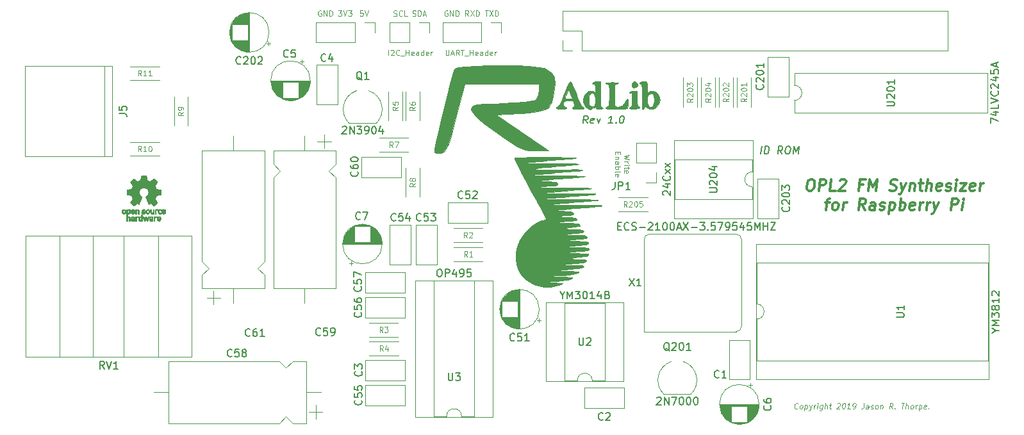
<source format=gbr>
G04 #@! TF.GenerationSoftware,KiCad,Pcbnew,(5.1.4-0-10_14)*
G04 #@! TF.CreationDate,2019-10-30T10:31:09-07:00*
G04 #@! TF.ProjectId,RAdLib,5241644c-6962-42e6-9b69-6361645f7063,1.0*
G04 #@! TF.SameCoordinates,Original*
G04 #@! TF.FileFunction,Legend,Top*
G04 #@! TF.FilePolarity,Positive*
%FSLAX46Y46*%
G04 Gerber Fmt 4.6, Leading zero omitted, Abs format (unit mm)*
G04 Created by KiCad (PCBNEW (5.1.4-0-10_14)) date 2019-10-30 10:31:09*
%MOMM*%
%LPD*%
G04 APERTURE LIST*
%ADD10C,0.150000*%
%ADD11C,0.300000*%
%ADD12C,0.108000*%
%ADD13C,0.120000*%
%ADD14C,0.010000*%
G04 APERTURE END LIST*
D10*
X150528586Y-103402380D02*
X150254776Y-102926190D01*
X149957157Y-103402380D02*
X150082157Y-102402380D01*
X150463110Y-102402380D01*
X150552395Y-102450000D01*
X150594062Y-102497619D01*
X150629776Y-102592857D01*
X150611919Y-102735714D01*
X150552395Y-102830952D01*
X150498824Y-102878571D01*
X150397633Y-102926190D01*
X150016681Y-102926190D01*
X151344062Y-103354761D02*
X151242872Y-103402380D01*
X151052395Y-103402380D01*
X150963110Y-103354761D01*
X150927395Y-103259523D01*
X150975014Y-102878571D01*
X151034538Y-102783333D01*
X151135729Y-102735714D01*
X151326205Y-102735714D01*
X151415491Y-102783333D01*
X151451205Y-102878571D01*
X151439300Y-102973809D01*
X150951205Y-103069047D01*
X151802395Y-102735714D02*
X151957157Y-103402380D01*
X152278586Y-102735714D01*
X153861919Y-103402380D02*
X153290491Y-103402380D01*
X153576205Y-103402380D02*
X153701205Y-102402380D01*
X153588110Y-102545238D01*
X153480967Y-102640476D01*
X153379776Y-102688095D01*
X154302395Y-103307142D02*
X154344062Y-103354761D01*
X154290491Y-103402380D01*
X154248824Y-103354761D01*
X154302395Y-103307142D01*
X154290491Y-103402380D01*
X155082157Y-102402380D02*
X155177395Y-102402380D01*
X155266681Y-102450000D01*
X155308348Y-102497619D01*
X155344062Y-102592857D01*
X155367872Y-102783333D01*
X155338110Y-103021428D01*
X155266681Y-103211904D01*
X155207157Y-103307142D01*
X155153586Y-103354761D01*
X155052395Y-103402380D01*
X154957157Y-103402380D01*
X154867872Y-103354761D01*
X154826205Y-103307142D01*
X154790491Y-103211904D01*
X154766681Y-103021428D01*
X154796443Y-102783333D01*
X154867872Y-102592857D01*
X154927395Y-102497619D01*
X154980967Y-102450000D01*
X155082157Y-102402380D01*
X173423824Y-107452380D02*
X173548824Y-106452380D01*
X173900014Y-107452380D02*
X174025014Y-106452380D01*
X174263110Y-106452380D01*
X174400014Y-106500000D01*
X174483348Y-106595238D01*
X174519062Y-106690476D01*
X174542872Y-106880952D01*
X174525014Y-107023809D01*
X174453586Y-107214285D01*
X174394062Y-107309523D01*
X174286919Y-107404761D01*
X174138110Y-107452380D01*
X173900014Y-107452380D01*
X176233348Y-107452380D02*
X175959538Y-106976190D01*
X175661919Y-107452380D02*
X175786919Y-106452380D01*
X176167872Y-106452380D01*
X176257157Y-106500000D01*
X176298824Y-106547619D01*
X176334538Y-106642857D01*
X176316681Y-106785714D01*
X176257157Y-106880952D01*
X176203586Y-106928571D01*
X176102395Y-106976190D01*
X175721443Y-106976190D01*
X176977395Y-106452380D02*
X177167872Y-106452380D01*
X177257157Y-106500000D01*
X177340491Y-106595238D01*
X177364300Y-106785714D01*
X177322633Y-107119047D01*
X177251205Y-107309523D01*
X177144062Y-107404761D01*
X177042872Y-107452380D01*
X176852395Y-107452380D01*
X176763110Y-107404761D01*
X176679776Y-107309523D01*
X176655967Y-107119047D01*
X176697633Y-106785714D01*
X176769062Y-106595238D01*
X176876205Y-106500000D01*
X176977395Y-106452380D01*
X177709538Y-107452380D02*
X177834538Y-106452380D01*
X178078586Y-107166666D01*
X178501205Y-106452380D01*
X178376205Y-107452380D01*
D11*
X179981428Y-110803571D02*
X180267142Y-110803571D01*
X180401071Y-110875000D01*
X180526071Y-111017857D01*
X180561785Y-111303571D01*
X180499285Y-111803571D01*
X180392142Y-112089285D01*
X180231428Y-112232142D01*
X180079642Y-112303571D01*
X179793928Y-112303571D01*
X179660000Y-112232142D01*
X179535000Y-112089285D01*
X179499285Y-111803571D01*
X179561785Y-111303571D01*
X179668928Y-111017857D01*
X179829642Y-110875000D01*
X179981428Y-110803571D01*
X181079642Y-112303571D02*
X181267142Y-110803571D01*
X181838571Y-110803571D01*
X181972500Y-110875000D01*
X182035000Y-110946428D01*
X182088571Y-111089285D01*
X182061785Y-111303571D01*
X181972500Y-111446428D01*
X181892142Y-111517857D01*
X181740357Y-111589285D01*
X181168928Y-111589285D01*
X183293928Y-112303571D02*
X182579642Y-112303571D01*
X182767142Y-110803571D01*
X183892142Y-110946428D02*
X183972500Y-110875000D01*
X184124285Y-110803571D01*
X184481428Y-110803571D01*
X184615357Y-110875000D01*
X184677857Y-110946428D01*
X184731428Y-111089285D01*
X184713571Y-111232142D01*
X184615357Y-111446428D01*
X183651071Y-112303571D01*
X184579642Y-112303571D01*
X186963571Y-111517857D02*
X186463571Y-111517857D01*
X186365357Y-112303571D02*
X186552857Y-110803571D01*
X187267142Y-110803571D01*
X187651071Y-112303571D02*
X187838571Y-110803571D01*
X188204642Y-111875000D01*
X188838571Y-110803571D01*
X188651071Y-112303571D01*
X190445714Y-112232142D02*
X190651071Y-112303571D01*
X191008214Y-112303571D01*
X191160000Y-112232142D01*
X191240357Y-112160714D01*
X191329642Y-112017857D01*
X191347500Y-111875000D01*
X191293928Y-111732142D01*
X191231428Y-111660714D01*
X191097500Y-111589285D01*
X190820714Y-111517857D01*
X190686785Y-111446428D01*
X190624285Y-111375000D01*
X190570714Y-111232142D01*
X190588571Y-111089285D01*
X190677857Y-110946428D01*
X190758214Y-110875000D01*
X190910000Y-110803571D01*
X191267142Y-110803571D01*
X191472500Y-110875000D01*
X191918928Y-111303571D02*
X192151071Y-112303571D01*
X192633214Y-111303571D02*
X192151071Y-112303571D01*
X191963571Y-112660714D01*
X191883214Y-112732142D01*
X191731428Y-112803571D01*
X193204642Y-111303571D02*
X193079642Y-112303571D01*
X193186785Y-111446428D02*
X193267142Y-111375000D01*
X193418928Y-111303571D01*
X193633214Y-111303571D01*
X193767142Y-111375000D01*
X193820714Y-111517857D01*
X193722500Y-112303571D01*
X194347500Y-111303571D02*
X194918928Y-111303571D01*
X194624285Y-110803571D02*
X194463571Y-112089285D01*
X194517142Y-112232142D01*
X194651071Y-112303571D01*
X194793928Y-112303571D01*
X195293928Y-112303571D02*
X195481428Y-110803571D01*
X195936785Y-112303571D02*
X196035000Y-111517857D01*
X195981428Y-111375000D01*
X195847500Y-111303571D01*
X195633214Y-111303571D01*
X195481428Y-111375000D01*
X195401071Y-111446428D01*
X197231428Y-112232142D02*
X197079642Y-112303571D01*
X196793928Y-112303571D01*
X196660000Y-112232142D01*
X196606428Y-112089285D01*
X196677857Y-111517857D01*
X196767142Y-111375000D01*
X196918928Y-111303571D01*
X197204642Y-111303571D01*
X197338571Y-111375000D01*
X197392142Y-111517857D01*
X197374285Y-111660714D01*
X196642142Y-111803571D01*
X197874285Y-112232142D02*
X198008214Y-112303571D01*
X198293928Y-112303571D01*
X198445714Y-112232142D01*
X198535000Y-112089285D01*
X198543928Y-112017857D01*
X198490357Y-111875000D01*
X198356428Y-111803571D01*
X198142142Y-111803571D01*
X198008214Y-111732142D01*
X197954642Y-111589285D01*
X197963571Y-111517857D01*
X198052857Y-111375000D01*
X198204642Y-111303571D01*
X198418928Y-111303571D01*
X198552857Y-111375000D01*
X199151071Y-112303571D02*
X199276071Y-111303571D01*
X199338571Y-110803571D02*
X199258214Y-110875000D01*
X199320714Y-110946428D01*
X199401071Y-110875000D01*
X199338571Y-110803571D01*
X199320714Y-110946428D01*
X199847500Y-111303571D02*
X200633214Y-111303571D01*
X199722500Y-112303571D01*
X200508214Y-112303571D01*
X201660000Y-112232142D02*
X201508214Y-112303571D01*
X201222500Y-112303571D01*
X201088571Y-112232142D01*
X201035000Y-112089285D01*
X201106428Y-111517857D01*
X201195714Y-111375000D01*
X201347500Y-111303571D01*
X201633214Y-111303571D01*
X201767142Y-111375000D01*
X201820714Y-111517857D01*
X201802857Y-111660714D01*
X201070714Y-111803571D01*
X202365357Y-112303571D02*
X202490357Y-111303571D01*
X202454642Y-111589285D02*
X202543928Y-111446428D01*
X202624285Y-111375000D01*
X202776071Y-111303571D01*
X202918928Y-111303571D01*
X181954642Y-113853571D02*
X182526071Y-113853571D01*
X182043928Y-114853571D02*
X182204642Y-113567857D01*
X182293928Y-113425000D01*
X182445714Y-113353571D01*
X182588571Y-113353571D01*
X183115357Y-114853571D02*
X182981428Y-114782142D01*
X182918928Y-114710714D01*
X182865357Y-114567857D01*
X182918928Y-114139285D01*
X183008214Y-113996428D01*
X183088571Y-113925000D01*
X183240357Y-113853571D01*
X183454642Y-113853571D01*
X183588571Y-113925000D01*
X183651071Y-113996428D01*
X183704642Y-114139285D01*
X183651071Y-114567857D01*
X183561785Y-114710714D01*
X183481428Y-114782142D01*
X183329642Y-114853571D01*
X183115357Y-114853571D01*
X184258214Y-114853571D02*
X184383214Y-113853571D01*
X184347500Y-114139285D02*
X184436785Y-113996428D01*
X184517142Y-113925000D01*
X184668928Y-113853571D01*
X184811785Y-113853571D01*
X187186785Y-114853571D02*
X186776071Y-114139285D01*
X186329642Y-114853571D02*
X186517142Y-113353571D01*
X187088571Y-113353571D01*
X187222500Y-113425000D01*
X187285000Y-113496428D01*
X187338571Y-113639285D01*
X187311785Y-113853571D01*
X187222500Y-113996428D01*
X187142142Y-114067857D01*
X186990357Y-114139285D01*
X186418928Y-114139285D01*
X188472500Y-114853571D02*
X188570714Y-114067857D01*
X188517142Y-113925000D01*
X188383214Y-113853571D01*
X188097500Y-113853571D01*
X187945714Y-113925000D01*
X188481428Y-114782142D02*
X188329642Y-114853571D01*
X187972500Y-114853571D01*
X187838571Y-114782142D01*
X187785000Y-114639285D01*
X187802857Y-114496428D01*
X187892142Y-114353571D01*
X188043928Y-114282142D01*
X188401071Y-114282142D01*
X188552857Y-114210714D01*
X189124285Y-114782142D02*
X189258214Y-114853571D01*
X189543928Y-114853571D01*
X189695714Y-114782142D01*
X189785000Y-114639285D01*
X189793928Y-114567857D01*
X189740357Y-114425000D01*
X189606428Y-114353571D01*
X189392142Y-114353571D01*
X189258214Y-114282142D01*
X189204642Y-114139285D01*
X189213571Y-114067857D01*
X189302857Y-113925000D01*
X189454642Y-113853571D01*
X189668928Y-113853571D01*
X189802857Y-113925000D01*
X190526071Y-113853571D02*
X190338571Y-115353571D01*
X190517142Y-113925000D02*
X190668928Y-113853571D01*
X190954642Y-113853571D01*
X191088571Y-113925000D01*
X191151071Y-113996428D01*
X191204642Y-114139285D01*
X191151071Y-114567857D01*
X191061785Y-114710714D01*
X190981428Y-114782142D01*
X190829642Y-114853571D01*
X190543928Y-114853571D01*
X190410000Y-114782142D01*
X191758214Y-114853571D02*
X191945714Y-113353571D01*
X191874285Y-113925000D02*
X192026071Y-113853571D01*
X192311785Y-113853571D01*
X192445714Y-113925000D01*
X192508214Y-113996428D01*
X192561785Y-114139285D01*
X192508214Y-114567857D01*
X192418928Y-114710714D01*
X192338571Y-114782142D01*
X192186785Y-114853571D01*
X191901071Y-114853571D01*
X191767142Y-114782142D01*
X193695714Y-114782142D02*
X193543928Y-114853571D01*
X193258214Y-114853571D01*
X193124285Y-114782142D01*
X193070714Y-114639285D01*
X193142142Y-114067857D01*
X193231428Y-113925000D01*
X193383214Y-113853571D01*
X193668928Y-113853571D01*
X193802857Y-113925000D01*
X193856428Y-114067857D01*
X193838571Y-114210714D01*
X193106428Y-114353571D01*
X194401071Y-114853571D02*
X194526071Y-113853571D01*
X194490357Y-114139285D02*
X194579642Y-113996428D01*
X194660000Y-113925000D01*
X194811785Y-113853571D01*
X194954642Y-113853571D01*
X195329642Y-114853571D02*
X195454642Y-113853571D01*
X195418928Y-114139285D02*
X195508214Y-113996428D01*
X195588571Y-113925000D01*
X195740357Y-113853571D01*
X195883214Y-113853571D01*
X196240357Y-113853571D02*
X196472500Y-114853571D01*
X196954642Y-113853571D02*
X196472500Y-114853571D01*
X196285000Y-115210714D01*
X196204642Y-115282142D01*
X196052857Y-115353571D01*
X198543928Y-114853571D02*
X198731428Y-113353571D01*
X199302857Y-113353571D01*
X199436785Y-113425000D01*
X199499285Y-113496428D01*
X199552857Y-113639285D01*
X199526071Y-113853571D01*
X199436785Y-113996428D01*
X199356428Y-114067857D01*
X199204642Y-114139285D01*
X198633214Y-114139285D01*
X200043928Y-114853571D02*
X200168928Y-113853571D01*
X200231428Y-113353571D02*
X200151071Y-113425000D01*
X200213571Y-113496428D01*
X200293928Y-113425000D01*
X200231428Y-113353571D01*
X200213571Y-113496428D01*
D12*
X115351428Y-88540000D02*
X115282857Y-88505714D01*
X115180000Y-88505714D01*
X115077142Y-88540000D01*
X115008571Y-88608571D01*
X114974285Y-88677142D01*
X114940000Y-88814285D01*
X114940000Y-88917142D01*
X114974285Y-89054285D01*
X115008571Y-89122857D01*
X115077142Y-89191428D01*
X115180000Y-89225714D01*
X115248571Y-89225714D01*
X115351428Y-89191428D01*
X115385714Y-89157142D01*
X115385714Y-88917142D01*
X115248571Y-88917142D01*
X115694285Y-89225714D02*
X115694285Y-88505714D01*
X116105714Y-89225714D01*
X116105714Y-88505714D01*
X116448571Y-89225714D02*
X116448571Y-88505714D01*
X116620000Y-88505714D01*
X116722857Y-88540000D01*
X116791428Y-88608571D01*
X116825714Y-88677142D01*
X116860000Y-88814285D01*
X116860000Y-88917142D01*
X116825714Y-89054285D01*
X116791428Y-89122857D01*
X116722857Y-89191428D01*
X116620000Y-89225714D01*
X116448571Y-89225714D01*
X117608571Y-88505714D02*
X118054285Y-88505714D01*
X117814285Y-88780000D01*
X117917142Y-88780000D01*
X117985714Y-88814285D01*
X118020000Y-88848571D01*
X118054285Y-88917142D01*
X118054285Y-89088571D01*
X118020000Y-89157142D01*
X117985714Y-89191428D01*
X117917142Y-89225714D01*
X117711428Y-89225714D01*
X117642857Y-89191428D01*
X117608571Y-89157142D01*
X118260000Y-88505714D02*
X118500000Y-89225714D01*
X118740000Y-88505714D01*
X118911428Y-88505714D02*
X119357142Y-88505714D01*
X119117142Y-88780000D01*
X119220000Y-88780000D01*
X119288571Y-88814285D01*
X119322857Y-88848571D01*
X119357142Y-88917142D01*
X119357142Y-89088571D01*
X119322857Y-89157142D01*
X119288571Y-89191428D01*
X119220000Y-89225714D01*
X119014285Y-89225714D01*
X118945714Y-89191428D01*
X118911428Y-89157142D01*
X120862857Y-88505714D02*
X120520000Y-88505714D01*
X120485714Y-88848571D01*
X120520000Y-88814285D01*
X120588571Y-88780000D01*
X120760000Y-88780000D01*
X120828571Y-88814285D01*
X120862857Y-88848571D01*
X120897142Y-88917142D01*
X120897142Y-89088571D01*
X120862857Y-89157142D01*
X120828571Y-89191428D01*
X120760000Y-89225714D01*
X120588571Y-89225714D01*
X120520000Y-89191428D01*
X120485714Y-89157142D01*
X121102857Y-88505714D02*
X121342857Y-89225714D01*
X121582857Y-88505714D01*
X124942857Y-89191428D02*
X125045714Y-89225714D01*
X125217142Y-89225714D01*
X125285714Y-89191428D01*
X125320000Y-89157142D01*
X125354285Y-89088571D01*
X125354285Y-89020000D01*
X125320000Y-88951428D01*
X125285714Y-88917142D01*
X125217142Y-88882857D01*
X125080000Y-88848571D01*
X125011428Y-88814285D01*
X124977142Y-88780000D01*
X124942857Y-88711428D01*
X124942857Y-88642857D01*
X124977142Y-88574285D01*
X125011428Y-88540000D01*
X125080000Y-88505714D01*
X125251428Y-88505714D01*
X125354285Y-88540000D01*
X126074285Y-89157142D02*
X126040000Y-89191428D01*
X125937142Y-89225714D01*
X125868571Y-89225714D01*
X125765714Y-89191428D01*
X125697142Y-89122857D01*
X125662857Y-89054285D01*
X125628571Y-88917142D01*
X125628571Y-88814285D01*
X125662857Y-88677142D01*
X125697142Y-88608571D01*
X125765714Y-88540000D01*
X125868571Y-88505714D01*
X125937142Y-88505714D01*
X126040000Y-88540000D01*
X126074285Y-88574285D01*
X126725714Y-89225714D02*
X126382857Y-89225714D01*
X126382857Y-88505714D01*
X127425714Y-89191428D02*
X127528571Y-89225714D01*
X127700000Y-89225714D01*
X127768571Y-89191428D01*
X127802857Y-89157142D01*
X127837142Y-89088571D01*
X127837142Y-89020000D01*
X127802857Y-88951428D01*
X127768571Y-88917142D01*
X127700000Y-88882857D01*
X127562857Y-88848571D01*
X127494285Y-88814285D01*
X127460000Y-88780000D01*
X127425714Y-88711428D01*
X127425714Y-88642857D01*
X127460000Y-88574285D01*
X127494285Y-88540000D01*
X127562857Y-88505714D01*
X127734285Y-88505714D01*
X127837142Y-88540000D01*
X128145714Y-89225714D02*
X128145714Y-88505714D01*
X128317142Y-88505714D01*
X128420000Y-88540000D01*
X128488571Y-88608571D01*
X128522857Y-88677142D01*
X128557142Y-88814285D01*
X128557142Y-88917142D01*
X128522857Y-89054285D01*
X128488571Y-89122857D01*
X128420000Y-89191428D01*
X128317142Y-89225714D01*
X128145714Y-89225714D01*
X128831428Y-89020000D02*
X129174285Y-89020000D01*
X128762857Y-89225714D02*
X129002857Y-88505714D01*
X129242857Y-89225714D01*
X132051428Y-88540000D02*
X131982857Y-88505714D01*
X131880000Y-88505714D01*
X131777142Y-88540000D01*
X131708571Y-88608571D01*
X131674285Y-88677142D01*
X131640000Y-88814285D01*
X131640000Y-88917142D01*
X131674285Y-89054285D01*
X131708571Y-89122857D01*
X131777142Y-89191428D01*
X131880000Y-89225714D01*
X131948571Y-89225714D01*
X132051428Y-89191428D01*
X132085714Y-89157142D01*
X132085714Y-88917142D01*
X131948571Y-88917142D01*
X132394285Y-89225714D02*
X132394285Y-88505714D01*
X132805714Y-89225714D01*
X132805714Y-88505714D01*
X133148571Y-89225714D02*
X133148571Y-88505714D01*
X133320000Y-88505714D01*
X133422857Y-88540000D01*
X133491428Y-88608571D01*
X133525714Y-88677142D01*
X133560000Y-88814285D01*
X133560000Y-88917142D01*
X133525714Y-89054285D01*
X133491428Y-89122857D01*
X133422857Y-89191428D01*
X133320000Y-89225714D01*
X133148571Y-89225714D01*
X134820000Y-89225714D02*
X134580000Y-88882857D01*
X134408571Y-89225714D02*
X134408571Y-88505714D01*
X134682857Y-88505714D01*
X134751428Y-88540000D01*
X134785714Y-88574285D01*
X134820000Y-88642857D01*
X134820000Y-88745714D01*
X134785714Y-88814285D01*
X134751428Y-88848571D01*
X134682857Y-88882857D01*
X134408571Y-88882857D01*
X135060000Y-88505714D02*
X135540000Y-89225714D01*
X135540000Y-88505714D02*
X135060000Y-89225714D01*
X135814285Y-89225714D02*
X135814285Y-88505714D01*
X135985714Y-88505714D01*
X136088571Y-88540000D01*
X136157142Y-88608571D01*
X136191428Y-88677142D01*
X136225714Y-88814285D01*
X136225714Y-88917142D01*
X136191428Y-89054285D01*
X136157142Y-89122857D01*
X136088571Y-89191428D01*
X135985714Y-89225714D01*
X135814285Y-89225714D01*
X136991428Y-88505714D02*
X137402857Y-88505714D01*
X137197142Y-89225714D02*
X137197142Y-88505714D01*
X137574285Y-88505714D02*
X138054285Y-89225714D01*
X138054285Y-88505714D02*
X137574285Y-89225714D01*
X138328571Y-89225714D02*
X138328571Y-88505714D01*
X138500000Y-88505714D01*
X138602857Y-88540000D01*
X138671428Y-88608571D01*
X138705714Y-88677142D01*
X138740000Y-88814285D01*
X138740000Y-88917142D01*
X138705714Y-89054285D01*
X138671428Y-89122857D01*
X138602857Y-89191428D01*
X138500000Y-89225714D01*
X138328571Y-89225714D01*
X178285153Y-141057142D02*
X178246582Y-141091428D01*
X178139439Y-141125714D01*
X178070867Y-141125714D01*
X177972296Y-141091428D01*
X177912296Y-141022857D01*
X177886582Y-140954285D01*
X177869439Y-140817142D01*
X177882296Y-140714285D01*
X177933725Y-140577142D01*
X177976582Y-140508571D01*
X178053725Y-140440000D01*
X178160867Y-140405714D01*
X178229439Y-140405714D01*
X178328010Y-140440000D01*
X178358010Y-140474285D01*
X178688010Y-141125714D02*
X178623725Y-141091428D01*
X178593725Y-141057142D01*
X178568010Y-140988571D01*
X178593725Y-140782857D01*
X178636582Y-140714285D01*
X178675153Y-140680000D01*
X178748010Y-140645714D01*
X178850867Y-140645714D01*
X178915153Y-140680000D01*
X178945153Y-140714285D01*
X178970867Y-140782857D01*
X178945153Y-140988571D01*
X178902296Y-141057142D01*
X178863725Y-141091428D01*
X178790867Y-141125714D01*
X178688010Y-141125714D01*
X179296582Y-140645714D02*
X179206582Y-141365714D01*
X179292296Y-140680000D02*
X179365153Y-140645714D01*
X179502296Y-140645714D01*
X179566582Y-140680000D01*
X179596582Y-140714285D01*
X179622296Y-140782857D01*
X179596582Y-140988571D01*
X179553725Y-141057142D01*
X179515153Y-141091428D01*
X179442296Y-141125714D01*
X179305153Y-141125714D01*
X179240867Y-141091428D01*
X179879439Y-140645714D02*
X179990867Y-141125714D01*
X180222296Y-140645714D02*
X179990867Y-141125714D01*
X179900867Y-141297142D01*
X179862296Y-141331428D01*
X179789439Y-141365714D01*
X180436582Y-141125714D02*
X180496582Y-140645714D01*
X180479439Y-140782857D02*
X180522296Y-140714285D01*
X180560867Y-140680000D01*
X180633725Y-140645714D01*
X180702296Y-140645714D01*
X180882296Y-141125714D02*
X180942296Y-140645714D01*
X180972296Y-140405714D02*
X180933725Y-140440000D01*
X180963725Y-140474285D01*
X181002296Y-140440000D01*
X180972296Y-140405714D01*
X180963725Y-140474285D01*
X181593725Y-140645714D02*
X181520867Y-141228571D01*
X181478010Y-141297142D01*
X181439439Y-141331428D01*
X181366582Y-141365714D01*
X181263725Y-141365714D01*
X181199439Y-141331428D01*
X181538010Y-141091428D02*
X181465153Y-141125714D01*
X181328010Y-141125714D01*
X181263725Y-141091428D01*
X181233725Y-141057142D01*
X181208010Y-140988571D01*
X181233725Y-140782857D01*
X181276582Y-140714285D01*
X181315153Y-140680000D01*
X181388010Y-140645714D01*
X181525153Y-140645714D01*
X181589439Y-140680000D01*
X181876582Y-141125714D02*
X181966582Y-140405714D01*
X182185153Y-141125714D02*
X182232296Y-140748571D01*
X182206582Y-140680000D01*
X182142296Y-140645714D01*
X182039439Y-140645714D01*
X181966582Y-140680000D01*
X181928010Y-140714285D01*
X182485153Y-140645714D02*
X182759439Y-140645714D01*
X182618010Y-140405714D02*
X182540867Y-141022857D01*
X182566582Y-141091428D01*
X182630867Y-141125714D01*
X182699439Y-141125714D01*
X183535153Y-140474285D02*
X183573725Y-140440000D01*
X183646582Y-140405714D01*
X183818010Y-140405714D01*
X183882296Y-140440000D01*
X183912296Y-140474285D01*
X183938010Y-140542857D01*
X183929439Y-140611428D01*
X183882296Y-140714285D01*
X183419439Y-141125714D01*
X183865153Y-141125714D01*
X184400867Y-140405714D02*
X184469439Y-140405714D01*
X184533725Y-140440000D01*
X184563725Y-140474285D01*
X184589439Y-140542857D01*
X184606582Y-140680000D01*
X184585153Y-140851428D01*
X184533725Y-140988571D01*
X184490867Y-141057142D01*
X184452296Y-141091428D01*
X184379439Y-141125714D01*
X184310867Y-141125714D01*
X184246582Y-141091428D01*
X184216582Y-141057142D01*
X184190867Y-140988571D01*
X184173725Y-140851428D01*
X184195153Y-140680000D01*
X184246582Y-140542857D01*
X184289439Y-140474285D01*
X184328010Y-140440000D01*
X184400867Y-140405714D01*
X185236582Y-141125714D02*
X184825153Y-141125714D01*
X185030867Y-141125714D02*
X185120867Y-140405714D01*
X185039439Y-140508571D01*
X184962296Y-140577142D01*
X184889439Y-140611428D01*
X185579439Y-141125714D02*
X185716582Y-141125714D01*
X185789439Y-141091428D01*
X185828010Y-141057142D01*
X185909439Y-140954285D01*
X185960867Y-140817142D01*
X185995153Y-140542857D01*
X185969439Y-140474285D01*
X185939439Y-140440000D01*
X185875153Y-140405714D01*
X185738010Y-140405714D01*
X185665153Y-140440000D01*
X185626582Y-140474285D01*
X185583725Y-140542857D01*
X185562296Y-140714285D01*
X185588010Y-140782857D01*
X185618010Y-140817142D01*
X185682296Y-140851428D01*
X185819439Y-140851428D01*
X185892296Y-140817142D01*
X185930867Y-140782857D01*
X185973725Y-140714285D01*
X187075153Y-140405714D02*
X187010867Y-140920000D01*
X186963725Y-141022857D01*
X186886582Y-141091428D01*
X186779439Y-141125714D01*
X186710867Y-141125714D01*
X187636582Y-141125714D02*
X187683725Y-140748571D01*
X187658010Y-140680000D01*
X187593725Y-140645714D01*
X187456582Y-140645714D01*
X187383725Y-140680000D01*
X187640867Y-141091428D02*
X187568010Y-141125714D01*
X187396582Y-141125714D01*
X187332296Y-141091428D01*
X187306582Y-141022857D01*
X187315153Y-140954285D01*
X187358010Y-140885714D01*
X187430867Y-140851428D01*
X187602296Y-140851428D01*
X187675153Y-140817142D01*
X187949439Y-141091428D02*
X188013725Y-141125714D01*
X188150867Y-141125714D01*
X188223725Y-141091428D01*
X188266582Y-141022857D01*
X188270867Y-140988571D01*
X188245153Y-140920000D01*
X188180867Y-140885714D01*
X188078010Y-140885714D01*
X188013725Y-140851428D01*
X187988010Y-140782857D01*
X187992296Y-140748571D01*
X188035153Y-140680000D01*
X188108010Y-140645714D01*
X188210867Y-140645714D01*
X188275153Y-140680000D01*
X188665153Y-141125714D02*
X188600867Y-141091428D01*
X188570867Y-141057142D01*
X188545153Y-140988571D01*
X188570867Y-140782857D01*
X188613725Y-140714285D01*
X188652296Y-140680000D01*
X188725153Y-140645714D01*
X188828010Y-140645714D01*
X188892296Y-140680000D01*
X188922296Y-140714285D01*
X188948010Y-140782857D01*
X188922296Y-140988571D01*
X188879439Y-141057142D01*
X188840867Y-141091428D01*
X188768010Y-141125714D01*
X188665153Y-141125714D01*
X189273725Y-140645714D02*
X189213725Y-141125714D01*
X189265153Y-140714285D02*
X189303725Y-140680000D01*
X189376582Y-140645714D01*
X189479439Y-140645714D01*
X189543725Y-140680000D01*
X189569439Y-140748571D01*
X189522296Y-141125714D01*
X190825153Y-141125714D02*
X190628010Y-140782857D01*
X190413725Y-141125714D02*
X190503725Y-140405714D01*
X190778010Y-140405714D01*
X190842296Y-140440000D01*
X190872296Y-140474285D01*
X190898010Y-140542857D01*
X190885153Y-140645714D01*
X190842296Y-140714285D01*
X190803725Y-140748571D01*
X190730867Y-140782857D01*
X190456582Y-140782857D01*
X191142296Y-141057142D02*
X191172296Y-141091428D01*
X191133725Y-141125714D01*
X191103725Y-141091428D01*
X191142296Y-141057142D01*
X191133725Y-141125714D01*
X192012296Y-140405714D02*
X192423725Y-140405714D01*
X192128010Y-141125714D02*
X192218010Y-140405714D01*
X192573725Y-141125714D02*
X192663725Y-140405714D01*
X192882296Y-141125714D02*
X192929439Y-140748571D01*
X192903725Y-140680000D01*
X192839439Y-140645714D01*
X192736582Y-140645714D01*
X192663725Y-140680000D01*
X192625153Y-140714285D01*
X193328010Y-141125714D02*
X193263725Y-141091428D01*
X193233725Y-141057142D01*
X193208010Y-140988571D01*
X193233725Y-140782857D01*
X193276582Y-140714285D01*
X193315153Y-140680000D01*
X193388010Y-140645714D01*
X193490867Y-140645714D01*
X193555153Y-140680000D01*
X193585153Y-140714285D01*
X193610867Y-140782857D01*
X193585153Y-140988571D01*
X193542296Y-141057142D01*
X193503725Y-141091428D01*
X193430867Y-141125714D01*
X193328010Y-141125714D01*
X193876582Y-141125714D02*
X193936582Y-140645714D01*
X193919439Y-140782857D02*
X193962296Y-140714285D01*
X194000867Y-140680000D01*
X194073725Y-140645714D01*
X194142296Y-140645714D01*
X194382296Y-140645714D02*
X194292296Y-141365714D01*
X194378010Y-140680000D02*
X194450867Y-140645714D01*
X194588010Y-140645714D01*
X194652296Y-140680000D01*
X194682296Y-140714285D01*
X194708010Y-140782857D01*
X194682296Y-140988571D01*
X194639439Y-141057142D01*
X194600867Y-141091428D01*
X194528010Y-141125714D01*
X194390867Y-141125714D01*
X194326582Y-141091428D01*
X195252296Y-141091428D02*
X195179439Y-141125714D01*
X195042296Y-141125714D01*
X194978010Y-141091428D01*
X194952296Y-141022857D01*
X194986582Y-140748571D01*
X195029439Y-140680000D01*
X195102296Y-140645714D01*
X195239439Y-140645714D01*
X195303725Y-140680000D01*
X195329439Y-140748571D01*
X195320867Y-140817142D01*
X194969439Y-140885714D01*
X195599439Y-141057142D02*
X195629439Y-141091428D01*
X195590867Y-141125714D01*
X195560867Y-141091428D01*
X195599439Y-141057142D01*
X195590867Y-141125714D01*
X156088285Y-107582857D02*
X155368285Y-107754285D01*
X155882571Y-107891428D01*
X155368285Y-108028571D01*
X156088285Y-108200000D01*
X155368285Y-108474285D02*
X155848285Y-108474285D01*
X155711142Y-108474285D02*
X155779714Y-108508571D01*
X155814000Y-108542857D01*
X155848285Y-108611428D01*
X155848285Y-108680000D01*
X155368285Y-108920000D02*
X155848285Y-108920000D01*
X156088285Y-108920000D02*
X156054000Y-108885714D01*
X156019714Y-108920000D01*
X156054000Y-108954285D01*
X156088285Y-108920000D01*
X156019714Y-108920000D01*
X155848285Y-109160000D02*
X155848285Y-109434285D01*
X156088285Y-109262857D02*
X155471142Y-109262857D01*
X155402571Y-109297142D01*
X155368285Y-109365714D01*
X155368285Y-109434285D01*
X155402571Y-109948571D02*
X155368285Y-109880000D01*
X155368285Y-109742857D01*
X155402571Y-109674285D01*
X155471142Y-109640000D01*
X155745428Y-109640000D01*
X155814000Y-109674285D01*
X155848285Y-109742857D01*
X155848285Y-109880000D01*
X155814000Y-109948571D01*
X155745428Y-109982857D01*
X155676857Y-109982857D01*
X155608285Y-109640000D01*
X154557428Y-107171428D02*
X154557428Y-107411428D01*
X154180285Y-107514285D02*
X154180285Y-107171428D01*
X154900285Y-107171428D01*
X154900285Y-107514285D01*
X154660285Y-107822857D02*
X154180285Y-107822857D01*
X154591714Y-107822857D02*
X154626000Y-107857142D01*
X154660285Y-107925714D01*
X154660285Y-108028571D01*
X154626000Y-108097142D01*
X154557428Y-108131428D01*
X154180285Y-108131428D01*
X154180285Y-108782857D02*
X154557428Y-108782857D01*
X154626000Y-108748571D01*
X154660285Y-108680000D01*
X154660285Y-108542857D01*
X154626000Y-108474285D01*
X154214571Y-108782857D02*
X154180285Y-108714285D01*
X154180285Y-108542857D01*
X154214571Y-108474285D01*
X154283142Y-108440000D01*
X154351714Y-108440000D01*
X154420285Y-108474285D01*
X154454571Y-108542857D01*
X154454571Y-108714285D01*
X154488857Y-108782857D01*
X154180285Y-109125714D02*
X154900285Y-109125714D01*
X154626000Y-109125714D02*
X154660285Y-109194285D01*
X154660285Y-109331428D01*
X154626000Y-109400000D01*
X154591714Y-109434285D01*
X154523142Y-109468571D01*
X154317428Y-109468571D01*
X154248857Y-109434285D01*
X154214571Y-109400000D01*
X154180285Y-109331428D01*
X154180285Y-109194285D01*
X154214571Y-109125714D01*
X154180285Y-109880000D02*
X154214571Y-109811428D01*
X154283142Y-109777142D01*
X154900285Y-109777142D01*
X154214571Y-110428571D02*
X154180285Y-110360000D01*
X154180285Y-110222857D01*
X154214571Y-110154285D01*
X154283142Y-110120000D01*
X154557428Y-110120000D01*
X154626000Y-110154285D01*
X154660285Y-110222857D01*
X154660285Y-110360000D01*
X154626000Y-110428571D01*
X154557428Y-110462857D01*
X154488857Y-110462857D01*
X154420285Y-110120000D01*
D13*
X127775000Y-142190000D02*
X138055000Y-142190000D01*
X127775000Y-124170000D02*
X127775000Y-142190000D01*
X138055000Y-124170000D02*
X127775000Y-124170000D01*
X138055000Y-142190000D02*
X138055000Y-124170000D01*
X130265000Y-142130000D02*
X131915000Y-142130000D01*
X130265000Y-124230000D02*
X130265000Y-142130000D01*
X135565000Y-124230000D02*
X130265000Y-124230000D01*
X135565000Y-142130000D02*
X135565000Y-124230000D01*
X133915000Y-142130000D02*
X135565000Y-142130000D01*
X131915000Y-142130000D02*
G75*
G02X133915000Y-142130000I1000000J0D01*
G01*
D14*
G36*
X156903781Y-97927536D02*
G01*
X157034500Y-98082647D01*
X157127797Y-98257755D01*
X157144667Y-98339125D01*
X157072498Y-98526624D01*
X156898117Y-98652329D01*
X156684711Y-98690730D01*
X156495468Y-98616317D01*
X156484267Y-98605734D01*
X156398369Y-98416827D01*
X156424446Y-98190840D01*
X156537832Y-97988543D01*
X156713856Y-97870710D01*
X156786699Y-97860667D01*
X156903781Y-97927536D01*
X156903781Y-97927536D01*
G37*
X156903781Y-97927536D02*
X157034500Y-98082647D01*
X157127797Y-98257755D01*
X157144667Y-98339125D01*
X157072498Y-98526624D01*
X156898117Y-98652329D01*
X156684711Y-98690730D01*
X156495468Y-98616317D01*
X156484267Y-98605734D01*
X156398369Y-98416827D01*
X156424446Y-98190840D01*
X156537832Y-97988543D01*
X156713856Y-97870710D01*
X156786699Y-97860667D01*
X156903781Y-97927536D01*
G36*
X157078444Y-100121356D02*
G01*
X157090531Y-100547717D01*
X157106683Y-100835670D01*
X157133031Y-101016130D01*
X157175705Y-101120009D01*
X157240836Y-101178221D01*
X157293151Y-101204047D01*
X157427963Y-101297496D01*
X157455690Y-101373380D01*
X157361379Y-101422700D01*
X157148819Y-101458889D01*
X156868696Y-101480427D01*
X156571695Y-101485795D01*
X156308502Y-101473473D01*
X156129803Y-101441944D01*
X156084974Y-101414467D01*
X156049762Y-101318486D01*
X156056689Y-101305201D01*
X156223463Y-101214488D01*
X156330343Y-101128078D01*
X156390644Y-101008343D01*
X156417684Y-100817654D01*
X156424778Y-100518382D01*
X156425000Y-100264439D01*
X156423104Y-99882028D01*
X156412580Y-99636834D01*
X156386177Y-99496747D01*
X156336643Y-99429655D01*
X156256727Y-99403449D01*
X156229621Y-99399305D01*
X156071923Y-99351849D01*
X156058840Y-99287095D01*
X156168876Y-99220608D01*
X156380532Y-99167954D01*
X156577133Y-99147690D01*
X157054555Y-99122379D01*
X157078444Y-100121356D01*
X157078444Y-100121356D01*
G37*
X157078444Y-100121356D02*
X157090531Y-100547717D01*
X157106683Y-100835670D01*
X157133031Y-101016130D01*
X157175705Y-101120009D01*
X157240836Y-101178221D01*
X157293151Y-101204047D01*
X157427963Y-101297496D01*
X157455690Y-101373380D01*
X157361379Y-101422700D01*
X157148819Y-101458889D01*
X156868696Y-101480427D01*
X156571695Y-101485795D01*
X156308502Y-101473473D01*
X156129803Y-101441944D01*
X156084974Y-101414467D01*
X156049762Y-101318486D01*
X156056689Y-101305201D01*
X156223463Y-101214488D01*
X156330343Y-101128078D01*
X156390644Y-101008343D01*
X156417684Y-100817654D01*
X156424778Y-100518382D01*
X156425000Y-100264439D01*
X156423104Y-99882028D01*
X156412580Y-99636834D01*
X156386177Y-99496747D01*
X156336643Y-99429655D01*
X156256727Y-99403449D01*
X156229621Y-99399305D01*
X156071923Y-99351849D01*
X156058840Y-99287095D01*
X156168876Y-99220608D01*
X156380532Y-99167954D01*
X156577133Y-99147690D01*
X157054555Y-99122379D01*
X157078444Y-100121356D01*
G36*
X154123677Y-97994837D02*
G01*
X154392373Y-98013131D01*
X154566902Y-98042762D01*
X154609832Y-98071098D01*
X154540997Y-98147560D01*
X154367184Y-98218663D01*
X154355832Y-98221685D01*
X154096667Y-98288842D01*
X154096667Y-99680442D01*
X154097799Y-100196698D01*
X154103210Y-100569378D01*
X154115923Y-100824237D01*
X154138962Y-100987026D01*
X154175349Y-101083500D01*
X154228107Y-101139412D01*
X154270966Y-101165324D01*
X154515945Y-101216304D01*
X154827374Y-101173539D01*
X155138360Y-101047661D01*
X155184086Y-101020215D01*
X155337755Y-100867329D01*
X155494430Y-100628081D01*
X155550093Y-100515528D01*
X155683360Y-100262434D01*
X155784583Y-100174516D01*
X155851991Y-100250346D01*
X155883813Y-100488493D01*
X155882863Y-100784020D01*
X155866692Y-101086330D01*
X155844554Y-101319821D01*
X155821196Y-101434666D01*
X155820827Y-101435285D01*
X155726821Y-101457015D01*
X155492017Y-101475738D01*
X155144941Y-101490180D01*
X154714118Y-101499071D01*
X154339462Y-101501334D01*
X153813172Y-101500027D01*
X153433419Y-101494555D01*
X153177414Y-101482588D01*
X153022371Y-101461794D01*
X152945501Y-101429844D01*
X152924019Y-101384409D01*
X152926737Y-101356879D01*
X153022355Y-101229467D01*
X153165778Y-101162651D01*
X153377000Y-101112877D01*
X153400367Y-99773264D01*
X153406851Y-99225545D01*
X153400965Y-98823527D01*
X153377585Y-98543733D01*
X153331587Y-98362687D01*
X153257849Y-98256912D01*
X153151246Y-98202930D01*
X153053352Y-98183250D01*
X152916927Y-98130445D01*
X152890167Y-98072334D01*
X152977208Y-98034409D01*
X153187579Y-98007666D01*
X153477780Y-97992136D01*
X153804312Y-97987849D01*
X154123677Y-97994837D01*
X154123677Y-97994837D01*
G37*
X154123677Y-97994837D02*
X154392373Y-98013131D01*
X154566902Y-98042762D01*
X154609832Y-98071098D01*
X154540997Y-98147560D01*
X154367184Y-98218663D01*
X154355832Y-98221685D01*
X154096667Y-98288842D01*
X154096667Y-99680442D01*
X154097799Y-100196698D01*
X154103210Y-100569378D01*
X154115923Y-100824237D01*
X154138962Y-100987026D01*
X154175349Y-101083500D01*
X154228107Y-101139412D01*
X154270966Y-101165324D01*
X154515945Y-101216304D01*
X154827374Y-101173539D01*
X155138360Y-101047661D01*
X155184086Y-101020215D01*
X155337755Y-100867329D01*
X155494430Y-100628081D01*
X155550093Y-100515528D01*
X155683360Y-100262434D01*
X155784583Y-100174516D01*
X155851991Y-100250346D01*
X155883813Y-100488493D01*
X155882863Y-100784020D01*
X155866692Y-101086330D01*
X155844554Y-101319821D01*
X155821196Y-101434666D01*
X155820827Y-101435285D01*
X155726821Y-101457015D01*
X155492017Y-101475738D01*
X155144941Y-101490180D01*
X154714118Y-101499071D01*
X154339462Y-101501334D01*
X153813172Y-101500027D01*
X153433419Y-101494555D01*
X153177414Y-101482588D01*
X153022371Y-101461794D01*
X152945501Y-101429844D01*
X152924019Y-101384409D01*
X152926737Y-101356879D01*
X153022355Y-101229467D01*
X153165778Y-101162651D01*
X153377000Y-101112877D01*
X153400367Y-99773264D01*
X153406851Y-99225545D01*
X153400965Y-98823527D01*
X153377585Y-98543733D01*
X153331587Y-98362687D01*
X153257849Y-98256912D01*
X153151246Y-98202930D01*
X153053352Y-98183250D01*
X152916927Y-98130445D01*
X152890167Y-98072334D01*
X152977208Y-98034409D01*
X153187579Y-98007666D01*
X153477780Y-97992136D01*
X153804312Y-97987849D01*
X154123677Y-97994837D01*
G36*
X148331824Y-97918811D02*
G01*
X148434069Y-98062650D01*
X148563957Y-98318006D01*
X148729694Y-98699645D01*
X148939485Y-99222334D01*
X149012308Y-99409027D01*
X149231947Y-99973860D01*
X149400090Y-100400826D01*
X149526421Y-100709952D01*
X149620627Y-100921265D01*
X149692394Y-101054791D01*
X149751410Y-101130558D01*
X149807359Y-101168593D01*
X149869928Y-101188922D01*
X149873654Y-101189898D01*
X150005714Y-101284433D01*
X150032667Y-101366407D01*
X150007894Y-101431618D01*
X149913430Y-101472222D01*
X149719056Y-101493570D01*
X149394551Y-101501012D01*
X149270667Y-101501334D01*
X148895408Y-101495885D01*
X148661682Y-101476618D01*
X148541949Y-101439147D01*
X148508667Y-101380039D01*
X148579282Y-101259986D01*
X148681538Y-101203877D01*
X148778076Y-101157656D01*
X148812127Y-101074692D01*
X148782902Y-100917121D01*
X148689615Y-100647076D01*
X148668790Y-100591167D01*
X148614643Y-100490047D01*
X148519416Y-100432661D01*
X148341376Y-100406907D01*
X148038789Y-100400684D01*
X148011821Y-100400667D01*
X147671491Y-100410628D01*
X147466343Y-100457292D01*
X147362618Y-100565828D01*
X147326557Y-100761404D01*
X147323334Y-100913978D01*
X147359880Y-101108002D01*
X147497198Y-101201965D01*
X147535000Y-101212566D01*
X147693876Y-101292621D01*
X147746667Y-101383512D01*
X147670685Y-101443906D01*
X147475341Y-101484674D01*
X147209537Y-101505188D01*
X146922175Y-101504821D01*
X146662157Y-101482944D01*
X146478385Y-101438928D01*
X146424340Y-101400497D01*
X146430387Y-101290845D01*
X146478033Y-101260989D01*
X146618369Y-101184647D01*
X146759147Y-101039038D01*
X146910927Y-100805654D01*
X147084272Y-100465988D01*
X147258418Y-100072340D01*
X147577334Y-100072340D01*
X147653865Y-100113191D01*
X147851137Y-100140188D01*
X148039206Y-100146667D01*
X148501078Y-100146667D01*
X148286033Y-99575167D01*
X148176467Y-99290985D01*
X148088660Y-99076067D01*
X148040146Y-98973174D01*
X148038196Y-98970758D01*
X147988460Y-99013193D01*
X147928432Y-99140091D01*
X147844909Y-99351690D01*
X147736725Y-99616542D01*
X147714396Y-99670173D01*
X147628668Y-99891667D01*
X147580889Y-100047034D01*
X147577334Y-100072340D01*
X147258418Y-100072340D01*
X147289744Y-100001530D01*
X147524747Y-99426779D01*
X147712191Y-98963121D01*
X147882761Y-98552541D01*
X148025041Y-98221630D01*
X148127613Y-97996977D01*
X148177449Y-97906629D01*
X148249019Y-97871726D01*
X148331824Y-97918811D01*
X148331824Y-97918811D01*
G37*
X148331824Y-97918811D02*
X148434069Y-98062650D01*
X148563957Y-98318006D01*
X148729694Y-98699645D01*
X148939485Y-99222334D01*
X149012308Y-99409027D01*
X149231947Y-99973860D01*
X149400090Y-100400826D01*
X149526421Y-100709952D01*
X149620627Y-100921265D01*
X149692394Y-101054791D01*
X149751410Y-101130558D01*
X149807359Y-101168593D01*
X149869928Y-101188922D01*
X149873654Y-101189898D01*
X150005714Y-101284433D01*
X150032667Y-101366407D01*
X150007894Y-101431618D01*
X149913430Y-101472222D01*
X149719056Y-101493570D01*
X149394551Y-101501012D01*
X149270667Y-101501334D01*
X148895408Y-101495885D01*
X148661682Y-101476618D01*
X148541949Y-101439147D01*
X148508667Y-101380039D01*
X148579282Y-101259986D01*
X148681538Y-101203877D01*
X148778076Y-101157656D01*
X148812127Y-101074692D01*
X148782902Y-100917121D01*
X148689615Y-100647076D01*
X148668790Y-100591167D01*
X148614643Y-100490047D01*
X148519416Y-100432661D01*
X148341376Y-100406907D01*
X148038789Y-100400684D01*
X148011821Y-100400667D01*
X147671491Y-100410628D01*
X147466343Y-100457292D01*
X147362618Y-100565828D01*
X147326557Y-100761404D01*
X147323334Y-100913978D01*
X147359880Y-101108002D01*
X147497198Y-101201965D01*
X147535000Y-101212566D01*
X147693876Y-101292621D01*
X147746667Y-101383512D01*
X147670685Y-101443906D01*
X147475341Y-101484674D01*
X147209537Y-101505188D01*
X146922175Y-101504821D01*
X146662157Y-101482944D01*
X146478385Y-101438928D01*
X146424340Y-101400497D01*
X146430387Y-101290845D01*
X146478033Y-101260989D01*
X146618369Y-101184647D01*
X146759147Y-101039038D01*
X146910927Y-100805654D01*
X147084272Y-100465988D01*
X147258418Y-100072340D01*
X147577334Y-100072340D01*
X147653865Y-100113191D01*
X147851137Y-100140188D01*
X148039206Y-100146667D01*
X148501078Y-100146667D01*
X148286033Y-99575167D01*
X148176467Y-99290985D01*
X148088660Y-99076067D01*
X148040146Y-98973174D01*
X148038196Y-98970758D01*
X147988460Y-99013193D01*
X147928432Y-99140091D01*
X147844909Y-99351690D01*
X147736725Y-99616542D01*
X147714396Y-99670173D01*
X147628668Y-99891667D01*
X147580889Y-100047034D01*
X147577334Y-100072340D01*
X147258418Y-100072340D01*
X147289744Y-100001530D01*
X147524747Y-99426779D01*
X147712191Y-98963121D01*
X147882761Y-98552541D01*
X148025041Y-98221630D01*
X148127613Y-97996977D01*
X148177449Y-97906629D01*
X148249019Y-97871726D01*
X148331824Y-97918811D01*
G36*
X158247537Y-97883152D02*
G01*
X158352667Y-97981025D01*
X158400892Y-98185133D01*
X158414193Y-98522323D01*
X158414667Y-98675465D01*
X158416248Y-99026640D01*
X158425891Y-99234798D01*
X158450942Y-99326253D01*
X158498749Y-99327319D01*
X158576658Y-99264310D01*
X158578591Y-99262562D01*
X158827768Y-99138443D01*
X159143540Y-99115166D01*
X159455689Y-99193794D01*
X159554459Y-99247779D01*
X159756843Y-99451113D01*
X159940014Y-99752001D01*
X160067453Y-100079551D01*
X160104748Y-100316000D01*
X160047840Y-100573193D01*
X159901539Y-100875888D01*
X159703889Y-101158078D01*
X159515334Y-101338700D01*
X159159103Y-101518882D01*
X158821213Y-101534559D01*
X158483025Y-101386472D01*
X158473609Y-101380138D01*
X158161054Y-101168033D01*
X158024123Y-101377017D01*
X157903107Y-101526866D01*
X157812263Y-101586000D01*
X157789267Y-101505605D01*
X157769128Y-101281492D01*
X157753001Y-100939265D01*
X157742043Y-100504532D01*
X157740484Y-100335646D01*
X158414667Y-100335646D01*
X158451991Y-100782773D01*
X158564608Y-101079638D01*
X158753480Y-101228127D01*
X158880334Y-101247334D01*
X159083372Y-101179907D01*
X159214199Y-101059161D01*
X159295204Y-100845451D01*
X159338316Y-100531524D01*
X159341781Y-100182597D01*
X159303841Y-99863886D01*
X159251013Y-99692160D01*
X159091824Y-99488316D01*
X158886889Y-99442320D01*
X158660269Y-99557749D01*
X158616999Y-99597971D01*
X158501230Y-99741617D01*
X158439614Y-99914321D01*
X158416587Y-100172832D01*
X158414667Y-100335646D01*
X157740484Y-100335646D01*
X157737411Y-100002897D01*
X157737334Y-99927074D01*
X157736552Y-99357779D01*
X157732706Y-98935171D01*
X157723546Y-98636604D01*
X157706818Y-98439432D01*
X157680272Y-98321009D01*
X157641657Y-98258692D01*
X157588720Y-98229834D01*
X157568000Y-98223866D01*
X157414533Y-98146393D01*
X157410908Y-98050979D01*
X157542541Y-97960139D01*
X157778627Y-97898731D01*
X158063518Y-97864670D01*
X158247537Y-97883152D01*
X158247537Y-97883152D01*
G37*
X158247537Y-97883152D02*
X158352667Y-97981025D01*
X158400892Y-98185133D01*
X158414193Y-98522323D01*
X158414667Y-98675465D01*
X158416248Y-99026640D01*
X158425891Y-99234798D01*
X158450942Y-99326253D01*
X158498749Y-99327319D01*
X158576658Y-99264310D01*
X158578591Y-99262562D01*
X158827768Y-99138443D01*
X159143540Y-99115166D01*
X159455689Y-99193794D01*
X159554459Y-99247779D01*
X159756843Y-99451113D01*
X159940014Y-99752001D01*
X160067453Y-100079551D01*
X160104748Y-100316000D01*
X160047840Y-100573193D01*
X159901539Y-100875888D01*
X159703889Y-101158078D01*
X159515334Y-101338700D01*
X159159103Y-101518882D01*
X158821213Y-101534559D01*
X158483025Y-101386472D01*
X158473609Y-101380138D01*
X158161054Y-101168033D01*
X158024123Y-101377017D01*
X157903107Y-101526866D01*
X157812263Y-101586000D01*
X157789267Y-101505605D01*
X157769128Y-101281492D01*
X157753001Y-100939265D01*
X157742043Y-100504532D01*
X157740484Y-100335646D01*
X158414667Y-100335646D01*
X158451991Y-100782773D01*
X158564608Y-101079638D01*
X158753480Y-101228127D01*
X158880334Y-101247334D01*
X159083372Y-101179907D01*
X159214199Y-101059161D01*
X159295204Y-100845451D01*
X159338316Y-100531524D01*
X159341781Y-100182597D01*
X159303841Y-99863886D01*
X159251013Y-99692160D01*
X159091824Y-99488316D01*
X158886889Y-99442320D01*
X158660269Y-99557749D01*
X158616999Y-99597971D01*
X158501230Y-99741617D01*
X158439614Y-99914321D01*
X158416587Y-100172832D01*
X158414667Y-100335646D01*
X157740484Y-100335646D01*
X157737411Y-100002897D01*
X157737334Y-99927074D01*
X157736552Y-99357779D01*
X157732706Y-98935171D01*
X157723546Y-98636604D01*
X157706818Y-98439432D01*
X157680272Y-98321009D01*
X157641657Y-98258692D01*
X157588720Y-98229834D01*
X157568000Y-98223866D01*
X157414533Y-98146393D01*
X157410908Y-98050979D01*
X157542541Y-97960139D01*
X157778627Y-97898731D01*
X158063518Y-97864670D01*
X158247537Y-97883152D01*
G36*
X152234000Y-99509109D02*
G01*
X152234773Y-100080428D01*
X152238578Y-100504987D01*
X152247645Y-100805356D01*
X152264205Y-101004106D01*
X152290488Y-101123808D01*
X152328724Y-101187034D01*
X152381144Y-101216353D01*
X152403334Y-101222801D01*
X152540931Y-101307849D01*
X152572667Y-101384208D01*
X152519412Y-101456781D01*
X152342962Y-101493512D01*
X152107000Y-101501334D01*
X151837600Y-101493833D01*
X151697264Y-101461788D01*
X151646029Y-101390888D01*
X151641334Y-101334552D01*
X151631102Y-101238535D01*
X151575369Y-101227807D01*
X151436578Y-101307527D01*
X151333185Y-101376885D01*
X151102154Y-101521071D01*
X150930919Y-101570801D01*
X150744400Y-101533995D01*
X150558988Y-101458577D01*
X150313593Y-101270869D01*
X150112273Y-100966970D01*
X149982942Y-100599248D01*
X149952183Y-100334839D01*
X150710000Y-100334839D01*
X150721347Y-100675168D01*
X150762335Y-100894367D01*
X150843390Y-101039545D01*
X150873050Y-101071717D01*
X151086542Y-101187242D01*
X151306342Y-101151130D01*
X151484099Y-100972014D01*
X151489871Y-100961591D01*
X151563020Y-100722383D01*
X151591805Y-100401664D01*
X151578729Y-100060619D01*
X151526293Y-99760432D01*
X151437001Y-99562289D01*
X151432420Y-99557042D01*
X151219921Y-99396111D01*
X151030442Y-99391952D01*
X150875272Y-99532407D01*
X150765703Y-99805322D01*
X150713024Y-100198540D01*
X150710000Y-100334839D01*
X149952183Y-100334839D01*
X149949991Y-100316000D01*
X150021739Y-99918385D01*
X150216772Y-99539686D01*
X150477488Y-99268081D01*
X150718698Y-99155256D01*
X151003581Y-99108053D01*
X151263818Y-99130917D01*
X151413070Y-99207203D01*
X151509738Y-99283846D01*
X151563031Y-99257530D01*
X151580918Y-99106925D01*
X151571371Y-98810701D01*
X151570059Y-98787103D01*
X151546338Y-98496836D01*
X151503761Y-98329405D01*
X151423086Y-98238310D01*
X151323438Y-98191136D01*
X151181335Y-98103930D01*
X151196162Y-98018937D01*
X151355637Y-97944841D01*
X151647481Y-97890330D01*
X151765354Y-97878562D01*
X152234000Y-97839698D01*
X152234000Y-99509109D01*
X152234000Y-99509109D01*
G37*
X152234000Y-99509109D02*
X152234773Y-100080428D01*
X152238578Y-100504987D01*
X152247645Y-100805356D01*
X152264205Y-101004106D01*
X152290488Y-101123808D01*
X152328724Y-101187034D01*
X152381144Y-101216353D01*
X152403334Y-101222801D01*
X152540931Y-101307849D01*
X152572667Y-101384208D01*
X152519412Y-101456781D01*
X152342962Y-101493512D01*
X152107000Y-101501334D01*
X151837600Y-101493833D01*
X151697264Y-101461788D01*
X151646029Y-101390888D01*
X151641334Y-101334552D01*
X151631102Y-101238535D01*
X151575369Y-101227807D01*
X151436578Y-101307527D01*
X151333185Y-101376885D01*
X151102154Y-101521071D01*
X150930919Y-101570801D01*
X150744400Y-101533995D01*
X150558988Y-101458577D01*
X150313593Y-101270869D01*
X150112273Y-100966970D01*
X149982942Y-100599248D01*
X149952183Y-100334839D01*
X150710000Y-100334839D01*
X150721347Y-100675168D01*
X150762335Y-100894367D01*
X150843390Y-101039545D01*
X150873050Y-101071717D01*
X151086542Y-101187242D01*
X151306342Y-101151130D01*
X151484099Y-100972014D01*
X151489871Y-100961591D01*
X151563020Y-100722383D01*
X151591805Y-100401664D01*
X151578729Y-100060619D01*
X151526293Y-99760432D01*
X151437001Y-99562289D01*
X151432420Y-99557042D01*
X151219921Y-99396111D01*
X151030442Y-99391952D01*
X150875272Y-99532407D01*
X150765703Y-99805322D01*
X150713024Y-100198540D01*
X150710000Y-100334839D01*
X149952183Y-100334839D01*
X149949991Y-100316000D01*
X150021739Y-99918385D01*
X150216772Y-99539686D01*
X150477488Y-99268081D01*
X150718698Y-99155256D01*
X151003581Y-99108053D01*
X151263818Y-99130917D01*
X151413070Y-99207203D01*
X151509738Y-99283846D01*
X151563031Y-99257530D01*
X151580918Y-99106925D01*
X151571371Y-98810701D01*
X151570059Y-98787103D01*
X151546338Y-98496836D01*
X151503761Y-98329405D01*
X151423086Y-98238310D01*
X151323438Y-98191136D01*
X151181335Y-98103930D01*
X151196162Y-98018937D01*
X151355637Y-97944841D01*
X151647481Y-97890330D01*
X151765354Y-97878562D01*
X152234000Y-97839698D01*
X152234000Y-99509109D01*
G36*
X141117090Y-95780887D02*
G01*
X142730818Y-95853295D01*
X144031637Y-95964383D01*
X144874207Y-96114129D01*
X145005786Y-96161870D01*
X145752470Y-96704202D01*
X146115550Y-97255044D01*
X146220942Y-98215070D01*
X146102073Y-99412949D01*
X145814659Y-100556983D01*
X145414414Y-101355470D01*
X145312527Y-101459348D01*
X144671298Y-101712878D01*
X143481828Y-101931002D01*
X141901384Y-102086427D01*
X141589000Y-102105556D01*
X138429476Y-102281944D01*
X141892221Y-104663194D01*
X145354965Y-107044444D01*
X143604566Y-107030973D01*
X142789749Y-106988497D01*
X142064239Y-106826717D01*
X141273737Y-106473065D01*
X140263945Y-105854978D01*
X138880565Y-104899891D01*
X138502778Y-104631656D01*
X136797491Y-103358909D01*
X135699795Y-102398869D01*
X135192734Y-101735988D01*
X135151389Y-101558323D01*
X135202629Y-101260520D01*
X135435736Y-101058101D01*
X135969788Y-100927818D01*
X136923864Y-100846422D01*
X138417044Y-100790666D01*
X139186860Y-100770461D01*
X140850527Y-100697816D01*
X142264416Y-100577645D01*
X143269202Y-100427097D01*
X143684777Y-100286293D01*
X144051795Y-99651724D01*
X144147222Y-99063749D01*
X144147222Y-98225000D01*
X134282887Y-98225000D01*
X134041733Y-99195139D01*
X133397706Y-101762753D01*
X132887528Y-103724901D01*
X132483338Y-105162889D01*
X132157276Y-106158025D01*
X131881481Y-106791616D01*
X131628091Y-107144970D01*
X131369246Y-107299393D01*
X131256316Y-107323909D01*
X130577145Y-107319759D01*
X130329754Y-107220495D01*
X130346528Y-106834481D01*
X130511954Y-105909237D01*
X130791673Y-104586937D01*
X131151325Y-103009758D01*
X131556549Y-101319875D01*
X131972985Y-99659464D01*
X132366273Y-98170700D01*
X132702052Y-96995759D01*
X132945963Y-96276817D01*
X133002795Y-96159992D01*
X133441792Y-95999843D01*
X134439932Y-95878510D01*
X135851874Y-95795971D01*
X137532276Y-95752202D01*
X139335795Y-95747182D01*
X141117090Y-95780887D01*
X141117090Y-95780887D01*
G37*
X141117090Y-95780887D02*
X142730818Y-95853295D01*
X144031637Y-95964383D01*
X144874207Y-96114129D01*
X145005786Y-96161870D01*
X145752470Y-96704202D01*
X146115550Y-97255044D01*
X146220942Y-98215070D01*
X146102073Y-99412949D01*
X145814659Y-100556983D01*
X145414414Y-101355470D01*
X145312527Y-101459348D01*
X144671298Y-101712878D01*
X143481828Y-101931002D01*
X141901384Y-102086427D01*
X141589000Y-102105556D01*
X138429476Y-102281944D01*
X141892221Y-104663194D01*
X145354965Y-107044444D01*
X143604566Y-107030973D01*
X142789749Y-106988497D01*
X142064239Y-106826717D01*
X141273737Y-106473065D01*
X140263945Y-105854978D01*
X138880565Y-104899891D01*
X138502778Y-104631656D01*
X136797491Y-103358909D01*
X135699795Y-102398869D01*
X135192734Y-101735988D01*
X135151389Y-101558323D01*
X135202629Y-101260520D01*
X135435736Y-101058101D01*
X135969788Y-100927818D01*
X136923864Y-100846422D01*
X138417044Y-100790666D01*
X139186860Y-100770461D01*
X140850527Y-100697816D01*
X142264416Y-100577645D01*
X143269202Y-100427097D01*
X143684777Y-100286293D01*
X144051795Y-99651724D01*
X144147222Y-99063749D01*
X144147222Y-98225000D01*
X134282887Y-98225000D01*
X134041733Y-99195139D01*
X133397706Y-101762753D01*
X132887528Y-103724901D01*
X132483338Y-105162889D01*
X132157276Y-106158025D01*
X131881481Y-106791616D01*
X131628091Y-107144970D01*
X131369246Y-107299393D01*
X131256316Y-107323909D01*
X130577145Y-107319759D01*
X130329754Y-107220495D01*
X130346528Y-106834481D01*
X130511954Y-105909237D01*
X130791673Y-104586937D01*
X131151325Y-103009758D01*
X131556549Y-101319875D01*
X131972985Y-99659464D01*
X132366273Y-98170700D01*
X132702052Y-96995759D01*
X132945963Y-96276817D01*
X133002795Y-96159992D01*
X133441792Y-95999843D01*
X134439932Y-95878510D01*
X135851874Y-95795971D01*
X137532276Y-95752202D01*
X139335795Y-95747182D01*
X141117090Y-95780887D01*
D13*
X165580000Y-97395000D02*
X165580000Y-101235000D01*
X167420000Y-97395000D02*
X167420000Y-101235000D01*
X98200000Y-134300000D02*
X98200000Y-118300000D01*
X98200000Y-118300000D02*
X85200000Y-118300000D01*
X85200000Y-118300000D02*
X85200000Y-134300000D01*
X85200000Y-134300000D02*
X98200000Y-134300000D01*
X93800000Y-134300000D02*
X93800000Y-118300000D01*
X93800000Y-118300000D02*
X80800000Y-118300000D01*
X80800000Y-118300000D02*
X80800000Y-134300000D01*
X80800000Y-134300000D02*
X93800000Y-134300000D01*
D14*
G36*
X92276964Y-110590018D02*
G01*
X92333812Y-110891570D01*
X92753338Y-111064512D01*
X93004984Y-110893395D01*
X93075458Y-110845750D01*
X93139163Y-110803210D01*
X93193126Y-110767715D01*
X93234373Y-110741210D01*
X93259934Y-110725636D01*
X93266895Y-110722278D01*
X93279435Y-110730914D01*
X93306231Y-110754792D01*
X93344280Y-110790859D01*
X93390579Y-110836067D01*
X93442123Y-110887364D01*
X93495909Y-110941701D01*
X93548935Y-110996028D01*
X93598195Y-111047295D01*
X93640687Y-111092451D01*
X93673407Y-111128446D01*
X93693351Y-111152230D01*
X93698119Y-111160190D01*
X93691257Y-111174865D01*
X93672020Y-111207014D01*
X93642430Y-111253492D01*
X93604510Y-111311156D01*
X93560282Y-111376860D01*
X93534654Y-111414336D01*
X93487941Y-111482768D01*
X93446432Y-111544520D01*
X93412140Y-111596519D01*
X93387080Y-111635692D01*
X93373264Y-111658965D01*
X93371188Y-111663855D01*
X93375895Y-111677755D01*
X93388723Y-111710150D01*
X93407738Y-111756485D01*
X93431003Y-111812206D01*
X93456584Y-111872758D01*
X93482545Y-111933586D01*
X93506950Y-111990136D01*
X93527863Y-112037852D01*
X93543349Y-112072181D01*
X93551472Y-112088568D01*
X93551952Y-112089212D01*
X93564707Y-112092341D01*
X93598677Y-112099321D01*
X93650340Y-112109467D01*
X93716176Y-112122092D01*
X93792664Y-112136509D01*
X93837290Y-112144823D01*
X93919021Y-112160384D01*
X93992843Y-112175192D01*
X94055021Y-112188436D01*
X94101822Y-112199305D01*
X94129509Y-112206989D01*
X94135074Y-112209427D01*
X94140526Y-112225930D01*
X94144924Y-112263200D01*
X94148272Y-112316880D01*
X94150574Y-112382612D01*
X94151832Y-112456037D01*
X94152048Y-112532796D01*
X94151227Y-112608532D01*
X94149371Y-112678886D01*
X94146482Y-112739500D01*
X94142565Y-112786016D01*
X94137622Y-112814075D01*
X94134657Y-112819916D01*
X94116934Y-112826917D01*
X94079381Y-112836927D01*
X94026964Y-112848769D01*
X93964652Y-112861267D01*
X93942900Y-112865310D01*
X93838024Y-112884520D01*
X93755180Y-112899991D01*
X93691630Y-112912337D01*
X93644637Y-112922173D01*
X93611463Y-112930114D01*
X93589371Y-112936776D01*
X93575624Y-112942773D01*
X93567484Y-112948719D01*
X93566345Y-112949894D01*
X93554977Y-112968826D01*
X93537635Y-113005669D01*
X93516050Y-113055913D01*
X93491954Y-113115046D01*
X93467079Y-113178556D01*
X93443157Y-113241932D01*
X93421919Y-113300662D01*
X93405097Y-113350235D01*
X93394422Y-113386139D01*
X93391627Y-113403862D01*
X93391860Y-113404483D01*
X93401331Y-113418970D01*
X93422818Y-113450844D01*
X93454063Y-113496789D01*
X93492807Y-113553485D01*
X93536793Y-113617617D01*
X93549319Y-113635842D01*
X93593984Y-113701914D01*
X93633288Y-113762200D01*
X93665088Y-113813235D01*
X93687245Y-113851560D01*
X93697617Y-113873711D01*
X93698119Y-113876432D01*
X93689405Y-113890736D01*
X93665325Y-113919072D01*
X93628976Y-113958396D01*
X93583453Y-114005661D01*
X93531852Y-114057823D01*
X93477267Y-114111835D01*
X93422794Y-114164653D01*
X93371529Y-114213231D01*
X93326567Y-114254523D01*
X93291004Y-114285485D01*
X93267935Y-114303070D01*
X93261554Y-114305941D01*
X93246699Y-114299178D01*
X93216286Y-114280939D01*
X93175268Y-114254297D01*
X93143709Y-114232852D01*
X93086525Y-114193503D01*
X93018806Y-114147171D01*
X92950880Y-114100913D01*
X92914361Y-114076155D01*
X92790752Y-113992547D01*
X92686991Y-114048650D01*
X92639720Y-114073228D01*
X92599523Y-114092331D01*
X92572326Y-114103227D01*
X92565402Y-114104743D01*
X92557077Y-114093549D01*
X92540654Y-114061917D01*
X92517357Y-114012765D01*
X92488414Y-113949010D01*
X92455050Y-113873571D01*
X92418491Y-113789364D01*
X92379964Y-113699308D01*
X92340694Y-113606321D01*
X92301908Y-113513320D01*
X92264830Y-113423223D01*
X92230689Y-113338948D01*
X92200708Y-113263413D01*
X92176116Y-113199534D01*
X92158136Y-113150231D01*
X92147997Y-113118421D01*
X92146366Y-113107496D01*
X92159291Y-113093561D01*
X92187589Y-113070940D01*
X92225346Y-113044333D01*
X92228515Y-113042228D01*
X92326100Y-112964114D01*
X92404786Y-112872982D01*
X92463891Y-112771745D01*
X92502732Y-112663318D01*
X92520628Y-112550614D01*
X92516897Y-112436548D01*
X92490857Y-112324034D01*
X92441825Y-112215985D01*
X92427400Y-112192345D01*
X92352369Y-112096887D01*
X92263730Y-112020232D01*
X92164549Y-111962780D01*
X92057895Y-111924929D01*
X91946836Y-111907078D01*
X91834439Y-111909625D01*
X91723773Y-111932970D01*
X91617906Y-111977510D01*
X91519905Y-112043645D01*
X91489590Y-112070487D01*
X91412438Y-112154512D01*
X91356218Y-112242966D01*
X91317653Y-112342115D01*
X91296174Y-112440303D01*
X91290872Y-112550697D01*
X91308552Y-112661640D01*
X91347419Y-112769381D01*
X91405677Y-112870169D01*
X91481531Y-112960256D01*
X91573183Y-113035892D01*
X91585228Y-113043864D01*
X91623389Y-113069974D01*
X91652399Y-113092595D01*
X91666268Y-113107039D01*
X91666469Y-113107496D01*
X91663492Y-113123121D01*
X91651689Y-113158582D01*
X91632286Y-113210962D01*
X91606512Y-113277345D01*
X91575591Y-113354814D01*
X91540751Y-113440450D01*
X91503217Y-113531337D01*
X91464217Y-113624559D01*
X91424977Y-113717197D01*
X91386724Y-113806335D01*
X91350683Y-113889055D01*
X91318083Y-113962441D01*
X91290148Y-114023575D01*
X91268105Y-114069541D01*
X91253182Y-114097421D01*
X91247172Y-114104743D01*
X91228809Y-114099041D01*
X91194448Y-114083749D01*
X91150016Y-114061599D01*
X91125583Y-114048650D01*
X91021822Y-113992547D01*
X90898213Y-114076155D01*
X90835114Y-114118987D01*
X90766030Y-114166122D01*
X90701293Y-114210503D01*
X90668866Y-114232852D01*
X90623259Y-114263477D01*
X90584640Y-114287747D01*
X90558048Y-114302587D01*
X90549410Y-114305724D01*
X90536839Y-114297261D01*
X90509016Y-114273636D01*
X90468639Y-114237302D01*
X90418405Y-114190711D01*
X90361012Y-114136317D01*
X90324714Y-114101392D01*
X90261210Y-114038996D01*
X90206327Y-113983188D01*
X90162286Y-113936354D01*
X90131305Y-113900882D01*
X90115602Y-113879161D01*
X90114095Y-113874752D01*
X90121086Y-113857985D01*
X90140406Y-113824082D01*
X90169909Y-113776476D01*
X90207455Y-113718599D01*
X90250900Y-113653884D01*
X90263255Y-113635842D01*
X90308273Y-113570267D01*
X90348660Y-113511228D01*
X90382160Y-113462042D01*
X90406514Y-113426028D01*
X90419464Y-113406502D01*
X90420715Y-113404483D01*
X90418844Y-113388922D01*
X90408913Y-113354709D01*
X90392653Y-113306355D01*
X90371795Y-113248371D01*
X90348073Y-113185270D01*
X90323216Y-113121563D01*
X90298958Y-113061761D01*
X90277029Y-113010376D01*
X90259162Y-112971919D01*
X90247087Y-112950902D01*
X90246229Y-112949894D01*
X90238846Y-112943888D01*
X90226375Y-112937948D01*
X90206080Y-112931460D01*
X90175222Y-112923809D01*
X90131066Y-112914380D01*
X90070874Y-112902559D01*
X89991907Y-112887729D01*
X89891430Y-112869277D01*
X89869675Y-112865310D01*
X89805198Y-112852853D01*
X89748989Y-112840666D01*
X89706013Y-112829926D01*
X89681240Y-112821809D01*
X89677918Y-112819916D01*
X89672444Y-112803138D01*
X89667994Y-112765645D01*
X89664572Y-112711794D01*
X89662181Y-112645944D01*
X89660823Y-112572453D01*
X89660501Y-112495680D01*
X89661219Y-112419983D01*
X89662979Y-112349720D01*
X89665784Y-112289250D01*
X89669638Y-112242930D01*
X89674543Y-112215119D01*
X89677500Y-112209427D01*
X89693963Y-112203686D01*
X89731449Y-112194345D01*
X89786225Y-112182215D01*
X89854555Y-112168107D01*
X89932706Y-112152830D01*
X89975284Y-112144823D01*
X90056071Y-112129721D01*
X90128113Y-112116040D01*
X90187889Y-112104467D01*
X90231879Y-112095687D01*
X90256561Y-112090387D01*
X90260623Y-112089212D01*
X90267489Y-112075965D01*
X90282002Y-112044057D01*
X90302229Y-111998047D01*
X90326234Y-111942492D01*
X90352082Y-111881953D01*
X90377840Y-111820986D01*
X90401573Y-111764151D01*
X90421346Y-111716006D01*
X90435224Y-111681110D01*
X90441274Y-111664021D01*
X90441386Y-111663274D01*
X90434528Y-111649793D01*
X90415302Y-111618770D01*
X90385728Y-111573289D01*
X90347827Y-111516432D01*
X90303620Y-111451283D01*
X90277921Y-111413862D01*
X90231093Y-111345247D01*
X90189501Y-111282952D01*
X90155175Y-111230129D01*
X90130143Y-111189927D01*
X90116435Y-111165500D01*
X90114456Y-111160024D01*
X90122966Y-111147278D01*
X90146493Y-111120063D01*
X90182032Y-111081428D01*
X90226577Y-111034423D01*
X90277123Y-110982095D01*
X90330664Y-110927495D01*
X90384195Y-110873670D01*
X90434711Y-110823670D01*
X90479206Y-110780543D01*
X90514675Y-110747339D01*
X90538113Y-110727106D01*
X90545954Y-110722278D01*
X90558720Y-110729067D01*
X90589256Y-110748142D01*
X90634590Y-110777561D01*
X90691756Y-110815381D01*
X90757784Y-110859661D01*
X90807590Y-110893395D01*
X91059236Y-111064512D01*
X91268999Y-110978041D01*
X91478763Y-110891570D01*
X91535611Y-110590018D01*
X91592460Y-110288466D01*
X92220115Y-110288466D01*
X92276964Y-110590018D01*
X92276964Y-110590018D01*
G37*
X92276964Y-110590018D02*
X92333812Y-110891570D01*
X92753338Y-111064512D01*
X93004984Y-110893395D01*
X93075458Y-110845750D01*
X93139163Y-110803210D01*
X93193126Y-110767715D01*
X93234373Y-110741210D01*
X93259934Y-110725636D01*
X93266895Y-110722278D01*
X93279435Y-110730914D01*
X93306231Y-110754792D01*
X93344280Y-110790859D01*
X93390579Y-110836067D01*
X93442123Y-110887364D01*
X93495909Y-110941701D01*
X93548935Y-110996028D01*
X93598195Y-111047295D01*
X93640687Y-111092451D01*
X93673407Y-111128446D01*
X93693351Y-111152230D01*
X93698119Y-111160190D01*
X93691257Y-111174865D01*
X93672020Y-111207014D01*
X93642430Y-111253492D01*
X93604510Y-111311156D01*
X93560282Y-111376860D01*
X93534654Y-111414336D01*
X93487941Y-111482768D01*
X93446432Y-111544520D01*
X93412140Y-111596519D01*
X93387080Y-111635692D01*
X93373264Y-111658965D01*
X93371188Y-111663855D01*
X93375895Y-111677755D01*
X93388723Y-111710150D01*
X93407738Y-111756485D01*
X93431003Y-111812206D01*
X93456584Y-111872758D01*
X93482545Y-111933586D01*
X93506950Y-111990136D01*
X93527863Y-112037852D01*
X93543349Y-112072181D01*
X93551472Y-112088568D01*
X93551952Y-112089212D01*
X93564707Y-112092341D01*
X93598677Y-112099321D01*
X93650340Y-112109467D01*
X93716176Y-112122092D01*
X93792664Y-112136509D01*
X93837290Y-112144823D01*
X93919021Y-112160384D01*
X93992843Y-112175192D01*
X94055021Y-112188436D01*
X94101822Y-112199305D01*
X94129509Y-112206989D01*
X94135074Y-112209427D01*
X94140526Y-112225930D01*
X94144924Y-112263200D01*
X94148272Y-112316880D01*
X94150574Y-112382612D01*
X94151832Y-112456037D01*
X94152048Y-112532796D01*
X94151227Y-112608532D01*
X94149371Y-112678886D01*
X94146482Y-112739500D01*
X94142565Y-112786016D01*
X94137622Y-112814075D01*
X94134657Y-112819916D01*
X94116934Y-112826917D01*
X94079381Y-112836927D01*
X94026964Y-112848769D01*
X93964652Y-112861267D01*
X93942900Y-112865310D01*
X93838024Y-112884520D01*
X93755180Y-112899991D01*
X93691630Y-112912337D01*
X93644637Y-112922173D01*
X93611463Y-112930114D01*
X93589371Y-112936776D01*
X93575624Y-112942773D01*
X93567484Y-112948719D01*
X93566345Y-112949894D01*
X93554977Y-112968826D01*
X93537635Y-113005669D01*
X93516050Y-113055913D01*
X93491954Y-113115046D01*
X93467079Y-113178556D01*
X93443157Y-113241932D01*
X93421919Y-113300662D01*
X93405097Y-113350235D01*
X93394422Y-113386139D01*
X93391627Y-113403862D01*
X93391860Y-113404483D01*
X93401331Y-113418970D01*
X93422818Y-113450844D01*
X93454063Y-113496789D01*
X93492807Y-113553485D01*
X93536793Y-113617617D01*
X93549319Y-113635842D01*
X93593984Y-113701914D01*
X93633288Y-113762200D01*
X93665088Y-113813235D01*
X93687245Y-113851560D01*
X93697617Y-113873711D01*
X93698119Y-113876432D01*
X93689405Y-113890736D01*
X93665325Y-113919072D01*
X93628976Y-113958396D01*
X93583453Y-114005661D01*
X93531852Y-114057823D01*
X93477267Y-114111835D01*
X93422794Y-114164653D01*
X93371529Y-114213231D01*
X93326567Y-114254523D01*
X93291004Y-114285485D01*
X93267935Y-114303070D01*
X93261554Y-114305941D01*
X93246699Y-114299178D01*
X93216286Y-114280939D01*
X93175268Y-114254297D01*
X93143709Y-114232852D01*
X93086525Y-114193503D01*
X93018806Y-114147171D01*
X92950880Y-114100913D01*
X92914361Y-114076155D01*
X92790752Y-113992547D01*
X92686991Y-114048650D01*
X92639720Y-114073228D01*
X92599523Y-114092331D01*
X92572326Y-114103227D01*
X92565402Y-114104743D01*
X92557077Y-114093549D01*
X92540654Y-114061917D01*
X92517357Y-114012765D01*
X92488414Y-113949010D01*
X92455050Y-113873571D01*
X92418491Y-113789364D01*
X92379964Y-113699308D01*
X92340694Y-113606321D01*
X92301908Y-113513320D01*
X92264830Y-113423223D01*
X92230689Y-113338948D01*
X92200708Y-113263413D01*
X92176116Y-113199534D01*
X92158136Y-113150231D01*
X92147997Y-113118421D01*
X92146366Y-113107496D01*
X92159291Y-113093561D01*
X92187589Y-113070940D01*
X92225346Y-113044333D01*
X92228515Y-113042228D01*
X92326100Y-112964114D01*
X92404786Y-112872982D01*
X92463891Y-112771745D01*
X92502732Y-112663318D01*
X92520628Y-112550614D01*
X92516897Y-112436548D01*
X92490857Y-112324034D01*
X92441825Y-112215985D01*
X92427400Y-112192345D01*
X92352369Y-112096887D01*
X92263730Y-112020232D01*
X92164549Y-111962780D01*
X92057895Y-111924929D01*
X91946836Y-111907078D01*
X91834439Y-111909625D01*
X91723773Y-111932970D01*
X91617906Y-111977510D01*
X91519905Y-112043645D01*
X91489590Y-112070487D01*
X91412438Y-112154512D01*
X91356218Y-112242966D01*
X91317653Y-112342115D01*
X91296174Y-112440303D01*
X91290872Y-112550697D01*
X91308552Y-112661640D01*
X91347419Y-112769381D01*
X91405677Y-112870169D01*
X91481531Y-112960256D01*
X91573183Y-113035892D01*
X91585228Y-113043864D01*
X91623389Y-113069974D01*
X91652399Y-113092595D01*
X91666268Y-113107039D01*
X91666469Y-113107496D01*
X91663492Y-113123121D01*
X91651689Y-113158582D01*
X91632286Y-113210962D01*
X91606512Y-113277345D01*
X91575591Y-113354814D01*
X91540751Y-113440450D01*
X91503217Y-113531337D01*
X91464217Y-113624559D01*
X91424977Y-113717197D01*
X91386724Y-113806335D01*
X91350683Y-113889055D01*
X91318083Y-113962441D01*
X91290148Y-114023575D01*
X91268105Y-114069541D01*
X91253182Y-114097421D01*
X91247172Y-114104743D01*
X91228809Y-114099041D01*
X91194448Y-114083749D01*
X91150016Y-114061599D01*
X91125583Y-114048650D01*
X91021822Y-113992547D01*
X90898213Y-114076155D01*
X90835114Y-114118987D01*
X90766030Y-114166122D01*
X90701293Y-114210503D01*
X90668866Y-114232852D01*
X90623259Y-114263477D01*
X90584640Y-114287747D01*
X90558048Y-114302587D01*
X90549410Y-114305724D01*
X90536839Y-114297261D01*
X90509016Y-114273636D01*
X90468639Y-114237302D01*
X90418405Y-114190711D01*
X90361012Y-114136317D01*
X90324714Y-114101392D01*
X90261210Y-114038996D01*
X90206327Y-113983188D01*
X90162286Y-113936354D01*
X90131305Y-113900882D01*
X90115602Y-113879161D01*
X90114095Y-113874752D01*
X90121086Y-113857985D01*
X90140406Y-113824082D01*
X90169909Y-113776476D01*
X90207455Y-113718599D01*
X90250900Y-113653884D01*
X90263255Y-113635842D01*
X90308273Y-113570267D01*
X90348660Y-113511228D01*
X90382160Y-113462042D01*
X90406514Y-113426028D01*
X90419464Y-113406502D01*
X90420715Y-113404483D01*
X90418844Y-113388922D01*
X90408913Y-113354709D01*
X90392653Y-113306355D01*
X90371795Y-113248371D01*
X90348073Y-113185270D01*
X90323216Y-113121563D01*
X90298958Y-113061761D01*
X90277029Y-113010376D01*
X90259162Y-112971919D01*
X90247087Y-112950902D01*
X90246229Y-112949894D01*
X90238846Y-112943888D01*
X90226375Y-112937948D01*
X90206080Y-112931460D01*
X90175222Y-112923809D01*
X90131066Y-112914380D01*
X90070874Y-112902559D01*
X89991907Y-112887729D01*
X89891430Y-112869277D01*
X89869675Y-112865310D01*
X89805198Y-112852853D01*
X89748989Y-112840666D01*
X89706013Y-112829926D01*
X89681240Y-112821809D01*
X89677918Y-112819916D01*
X89672444Y-112803138D01*
X89667994Y-112765645D01*
X89664572Y-112711794D01*
X89662181Y-112645944D01*
X89660823Y-112572453D01*
X89660501Y-112495680D01*
X89661219Y-112419983D01*
X89662979Y-112349720D01*
X89665784Y-112289250D01*
X89669638Y-112242930D01*
X89674543Y-112215119D01*
X89677500Y-112209427D01*
X89693963Y-112203686D01*
X89731449Y-112194345D01*
X89786225Y-112182215D01*
X89854555Y-112168107D01*
X89932706Y-112152830D01*
X89975284Y-112144823D01*
X90056071Y-112129721D01*
X90128113Y-112116040D01*
X90187889Y-112104467D01*
X90231879Y-112095687D01*
X90256561Y-112090387D01*
X90260623Y-112089212D01*
X90267489Y-112075965D01*
X90282002Y-112044057D01*
X90302229Y-111998047D01*
X90326234Y-111942492D01*
X90352082Y-111881953D01*
X90377840Y-111820986D01*
X90401573Y-111764151D01*
X90421346Y-111716006D01*
X90435224Y-111681110D01*
X90441274Y-111664021D01*
X90441386Y-111663274D01*
X90434528Y-111649793D01*
X90415302Y-111618770D01*
X90385728Y-111573289D01*
X90347827Y-111516432D01*
X90303620Y-111451283D01*
X90277921Y-111413862D01*
X90231093Y-111345247D01*
X90189501Y-111282952D01*
X90155175Y-111230129D01*
X90130143Y-111189927D01*
X90116435Y-111165500D01*
X90114456Y-111160024D01*
X90122966Y-111147278D01*
X90146493Y-111120063D01*
X90182032Y-111081428D01*
X90226577Y-111034423D01*
X90277123Y-110982095D01*
X90330664Y-110927495D01*
X90384195Y-110873670D01*
X90434711Y-110823670D01*
X90479206Y-110780543D01*
X90514675Y-110747339D01*
X90538113Y-110727106D01*
X90545954Y-110722278D01*
X90558720Y-110729067D01*
X90589256Y-110748142D01*
X90634590Y-110777561D01*
X90691756Y-110815381D01*
X90757784Y-110859661D01*
X90807590Y-110893395D01*
X91059236Y-111064512D01*
X91268999Y-110978041D01*
X91478763Y-110891570D01*
X91535611Y-110590018D01*
X91592460Y-110288466D01*
X92220115Y-110288466D01*
X92276964Y-110590018D01*
G36*
X93699460Y-114758030D02*
G01*
X93742711Y-114771245D01*
X93770558Y-114787941D01*
X93779629Y-114801145D01*
X93777132Y-114816797D01*
X93760931Y-114841385D01*
X93747232Y-114858800D01*
X93718992Y-114890283D01*
X93697775Y-114903529D01*
X93679688Y-114902664D01*
X93626035Y-114889010D01*
X93586630Y-114889630D01*
X93554632Y-114905104D01*
X93543890Y-114914161D01*
X93509505Y-114946027D01*
X93509505Y-115362179D01*
X93371188Y-115362179D01*
X93371188Y-114758614D01*
X93440347Y-114758614D01*
X93481869Y-114760256D01*
X93503291Y-114766087D01*
X93509502Y-114777461D01*
X93509505Y-114777798D01*
X93512439Y-114789713D01*
X93525704Y-114788159D01*
X93544084Y-114779563D01*
X93582046Y-114763568D01*
X93612872Y-114753945D01*
X93652536Y-114751478D01*
X93699460Y-114758030D01*
X93699460Y-114758030D01*
G37*
X93699460Y-114758030D02*
X93742711Y-114771245D01*
X93770558Y-114787941D01*
X93779629Y-114801145D01*
X93777132Y-114816797D01*
X93760931Y-114841385D01*
X93747232Y-114858800D01*
X93718992Y-114890283D01*
X93697775Y-114903529D01*
X93679688Y-114902664D01*
X93626035Y-114889010D01*
X93586630Y-114889630D01*
X93554632Y-114905104D01*
X93543890Y-114914161D01*
X93509505Y-114946027D01*
X93509505Y-115362179D01*
X93371188Y-115362179D01*
X93371188Y-114758614D01*
X93440347Y-114758614D01*
X93481869Y-114760256D01*
X93503291Y-114766087D01*
X93509502Y-114777461D01*
X93509505Y-114777798D01*
X93512439Y-114789713D01*
X93525704Y-114788159D01*
X93544084Y-114779563D01*
X93582046Y-114763568D01*
X93612872Y-114753945D01*
X93652536Y-114751478D01*
X93699460Y-114758030D01*
G36*
X91145988Y-114769002D02*
G01*
X91177283Y-114783950D01*
X91207591Y-114805541D01*
X91230682Y-114830391D01*
X91247500Y-114862087D01*
X91258994Y-114904214D01*
X91266109Y-114960358D01*
X91269793Y-115034106D01*
X91270992Y-115129044D01*
X91271011Y-115138985D01*
X91271287Y-115362179D01*
X91132970Y-115362179D01*
X91132970Y-115156418D01*
X91132872Y-115080189D01*
X91132191Y-115024939D01*
X91130349Y-114986501D01*
X91126767Y-114960706D01*
X91120868Y-114943384D01*
X91112073Y-114930368D01*
X91099820Y-114917507D01*
X91056953Y-114889873D01*
X91010157Y-114884745D01*
X90965576Y-114902217D01*
X90950072Y-114915221D01*
X90938690Y-114927447D01*
X90930519Y-114940540D01*
X90925026Y-114958615D01*
X90921680Y-114985787D01*
X90919949Y-115026170D01*
X90919303Y-115083879D01*
X90919208Y-115154132D01*
X90919208Y-115362179D01*
X90780891Y-115362179D01*
X90780891Y-114758614D01*
X90850050Y-114758614D01*
X90891572Y-114760256D01*
X90912994Y-114766087D01*
X90919205Y-114777461D01*
X90919208Y-114777798D01*
X90922090Y-114788938D01*
X90934801Y-114787674D01*
X90960074Y-114775434D01*
X91017395Y-114757424D01*
X91082963Y-114755421D01*
X91145988Y-114769002D01*
X91145988Y-114769002D01*
G37*
X91145988Y-114769002D02*
X91177283Y-114783950D01*
X91207591Y-114805541D01*
X91230682Y-114830391D01*
X91247500Y-114862087D01*
X91258994Y-114904214D01*
X91266109Y-114960358D01*
X91269793Y-115034106D01*
X91270992Y-115129044D01*
X91271011Y-115138985D01*
X91271287Y-115362179D01*
X91132970Y-115362179D01*
X91132970Y-115156418D01*
X91132872Y-115080189D01*
X91132191Y-115024939D01*
X91130349Y-114986501D01*
X91126767Y-114960706D01*
X91120868Y-114943384D01*
X91112073Y-114930368D01*
X91099820Y-114917507D01*
X91056953Y-114889873D01*
X91010157Y-114884745D01*
X90965576Y-114902217D01*
X90950072Y-114915221D01*
X90938690Y-114927447D01*
X90930519Y-114940540D01*
X90925026Y-114958615D01*
X90921680Y-114985787D01*
X90919949Y-115026170D01*
X90919303Y-115083879D01*
X90919208Y-115154132D01*
X90919208Y-115362179D01*
X90780891Y-115362179D01*
X90780891Y-114758614D01*
X90850050Y-114758614D01*
X90891572Y-114760256D01*
X90912994Y-114766087D01*
X90919205Y-114777461D01*
X90919208Y-114777798D01*
X90922090Y-114788938D01*
X90934801Y-114787674D01*
X90960074Y-114775434D01*
X91017395Y-114757424D01*
X91082963Y-114755421D01*
X91145988Y-114769002D01*
G36*
X94577898Y-114756457D02*
G01*
X94610096Y-114764279D01*
X94671825Y-114792921D01*
X94724610Y-114836667D01*
X94761141Y-114889117D01*
X94766160Y-114900893D01*
X94773045Y-114931740D01*
X94777864Y-114977371D01*
X94779505Y-115023492D01*
X94779505Y-115110693D01*
X94597178Y-115110693D01*
X94521979Y-115110978D01*
X94469003Y-115112704D01*
X94435325Y-115117181D01*
X94418020Y-115125720D01*
X94414163Y-115139630D01*
X94420829Y-115160222D01*
X94432770Y-115184315D01*
X94466080Y-115224525D01*
X94512368Y-115244558D01*
X94568944Y-115243905D01*
X94633031Y-115222101D01*
X94688417Y-115195193D01*
X94734375Y-115231532D01*
X94780333Y-115267872D01*
X94737096Y-115307819D01*
X94679374Y-115345563D01*
X94608386Y-115368320D01*
X94532029Y-115374688D01*
X94458199Y-115363268D01*
X94446287Y-115359393D01*
X94381399Y-115325506D01*
X94333130Y-115274986D01*
X94300465Y-115206325D01*
X94282385Y-115118014D01*
X94282175Y-115116121D01*
X94280556Y-115019878D01*
X94287100Y-114985542D01*
X94414852Y-114985542D01*
X94426584Y-114990822D01*
X94458438Y-114994867D01*
X94505397Y-114997176D01*
X94535154Y-114997525D01*
X94590648Y-114997306D01*
X94625346Y-114995916D01*
X94643601Y-114992251D01*
X94649766Y-114985210D01*
X94648195Y-114973690D01*
X94646878Y-114969233D01*
X94624382Y-114927355D01*
X94589003Y-114893604D01*
X94557780Y-114878773D01*
X94516301Y-114879668D01*
X94474269Y-114898164D01*
X94439012Y-114928786D01*
X94417854Y-114966062D01*
X94414852Y-114985542D01*
X94287100Y-114985542D01*
X94296690Y-114935229D01*
X94328698Y-114864191D01*
X94374701Y-114808779D01*
X94432821Y-114771009D01*
X94501180Y-114752896D01*
X94577898Y-114756457D01*
X94577898Y-114756457D01*
G37*
X94577898Y-114756457D02*
X94610096Y-114764279D01*
X94671825Y-114792921D01*
X94724610Y-114836667D01*
X94761141Y-114889117D01*
X94766160Y-114900893D01*
X94773045Y-114931740D01*
X94777864Y-114977371D01*
X94779505Y-115023492D01*
X94779505Y-115110693D01*
X94597178Y-115110693D01*
X94521979Y-115110978D01*
X94469003Y-115112704D01*
X94435325Y-115117181D01*
X94418020Y-115125720D01*
X94414163Y-115139630D01*
X94420829Y-115160222D01*
X94432770Y-115184315D01*
X94466080Y-115224525D01*
X94512368Y-115244558D01*
X94568944Y-115243905D01*
X94633031Y-115222101D01*
X94688417Y-115195193D01*
X94734375Y-115231532D01*
X94780333Y-115267872D01*
X94737096Y-115307819D01*
X94679374Y-115345563D01*
X94608386Y-115368320D01*
X94532029Y-115374688D01*
X94458199Y-115363268D01*
X94446287Y-115359393D01*
X94381399Y-115325506D01*
X94333130Y-115274986D01*
X94300465Y-115206325D01*
X94282385Y-115118014D01*
X94282175Y-115116121D01*
X94280556Y-115019878D01*
X94287100Y-114985542D01*
X94414852Y-114985542D01*
X94426584Y-114990822D01*
X94458438Y-114994867D01*
X94505397Y-114997176D01*
X94535154Y-114997525D01*
X94590648Y-114997306D01*
X94625346Y-114995916D01*
X94643601Y-114992251D01*
X94649766Y-114985210D01*
X94648195Y-114973690D01*
X94646878Y-114969233D01*
X94624382Y-114927355D01*
X94589003Y-114893604D01*
X94557780Y-114878773D01*
X94516301Y-114879668D01*
X94474269Y-114898164D01*
X94439012Y-114928786D01*
X94417854Y-114966062D01*
X94414852Y-114985542D01*
X94287100Y-114985542D01*
X94296690Y-114935229D01*
X94328698Y-114864191D01*
X94374701Y-114808779D01*
X94432821Y-114771009D01*
X94501180Y-114752896D01*
X94577898Y-114756457D01*
G36*
X94117226Y-114763880D02*
G01*
X94190080Y-114794830D01*
X94213027Y-114809895D01*
X94242354Y-114833048D01*
X94260764Y-114851253D01*
X94263961Y-114857183D01*
X94254935Y-114870340D01*
X94231837Y-114892667D01*
X94213344Y-114908250D01*
X94162728Y-114948926D01*
X94122760Y-114915295D01*
X94091874Y-114893584D01*
X94061759Y-114886090D01*
X94027292Y-114887920D01*
X93972561Y-114901528D01*
X93934886Y-114929772D01*
X93911991Y-114975433D01*
X93901597Y-115041289D01*
X93901595Y-115041331D01*
X93902494Y-115114939D01*
X93916463Y-115168946D01*
X93944328Y-115205716D01*
X93963325Y-115218168D01*
X94013776Y-115233673D01*
X94067663Y-115233683D01*
X94114546Y-115218638D01*
X94125644Y-115211287D01*
X94153476Y-115192511D01*
X94175236Y-115189434D01*
X94198704Y-115203409D01*
X94224649Y-115228510D01*
X94265716Y-115270880D01*
X94220121Y-115308464D01*
X94149674Y-115350882D01*
X94070233Y-115371785D01*
X93987215Y-115370272D01*
X93932694Y-115356411D01*
X93868970Y-115322135D01*
X93818005Y-115268212D01*
X93794851Y-115230149D01*
X93776099Y-115175536D01*
X93766715Y-115106369D01*
X93766643Y-115031407D01*
X93775824Y-114959409D01*
X93794199Y-114899137D01*
X93797093Y-114892958D01*
X93839952Y-114832351D01*
X93897979Y-114788224D01*
X93966591Y-114761493D01*
X94041201Y-114753073D01*
X94117226Y-114763880D01*
X94117226Y-114763880D01*
G37*
X94117226Y-114763880D02*
X94190080Y-114794830D01*
X94213027Y-114809895D01*
X94242354Y-114833048D01*
X94260764Y-114851253D01*
X94263961Y-114857183D01*
X94254935Y-114870340D01*
X94231837Y-114892667D01*
X94213344Y-114908250D01*
X94162728Y-114948926D01*
X94122760Y-114915295D01*
X94091874Y-114893584D01*
X94061759Y-114886090D01*
X94027292Y-114887920D01*
X93972561Y-114901528D01*
X93934886Y-114929772D01*
X93911991Y-114975433D01*
X93901597Y-115041289D01*
X93901595Y-115041331D01*
X93902494Y-115114939D01*
X93916463Y-115168946D01*
X93944328Y-115205716D01*
X93963325Y-115218168D01*
X94013776Y-115233673D01*
X94067663Y-115233683D01*
X94114546Y-115218638D01*
X94125644Y-115211287D01*
X94153476Y-115192511D01*
X94175236Y-115189434D01*
X94198704Y-115203409D01*
X94224649Y-115228510D01*
X94265716Y-115270880D01*
X94220121Y-115308464D01*
X94149674Y-115350882D01*
X94070233Y-115371785D01*
X93987215Y-115370272D01*
X93932694Y-115356411D01*
X93868970Y-115322135D01*
X93818005Y-115268212D01*
X93794851Y-115230149D01*
X93776099Y-115175536D01*
X93766715Y-115106369D01*
X93766643Y-115031407D01*
X93775824Y-114959409D01*
X93794199Y-114899137D01*
X93797093Y-114892958D01*
X93839952Y-114832351D01*
X93897979Y-114788224D01*
X93966591Y-114761493D01*
X94041201Y-114753073D01*
X94117226Y-114763880D01*
G36*
X92893367Y-114954342D02*
G01*
X92894555Y-115046563D01*
X92898897Y-115116610D01*
X92907558Y-115167381D01*
X92921704Y-115201772D01*
X92942500Y-115222679D01*
X92971110Y-115233000D01*
X93006535Y-115235636D01*
X93043636Y-115232682D01*
X93071818Y-115221889D01*
X93092243Y-115200360D01*
X93106079Y-115165199D01*
X93114491Y-115113510D01*
X93118643Y-115042394D01*
X93119703Y-114954342D01*
X93119703Y-114758614D01*
X93258020Y-114758614D01*
X93258020Y-115362179D01*
X93188862Y-115362179D01*
X93147170Y-115360489D01*
X93125701Y-115354556D01*
X93119703Y-115343293D01*
X93116091Y-115333261D01*
X93101714Y-115335383D01*
X93072736Y-115349580D01*
X93006319Y-115371480D01*
X92935875Y-115369928D01*
X92868377Y-115346147D01*
X92836233Y-115327362D01*
X92811715Y-115307022D01*
X92793804Y-115281573D01*
X92781479Y-115247458D01*
X92773723Y-115201121D01*
X92769516Y-115139007D01*
X92767840Y-115057561D01*
X92767624Y-114994578D01*
X92767624Y-114758614D01*
X92893367Y-114758614D01*
X92893367Y-114954342D01*
X92893367Y-114954342D01*
G37*
X92893367Y-114954342D02*
X92894555Y-115046563D01*
X92898897Y-115116610D01*
X92907558Y-115167381D01*
X92921704Y-115201772D01*
X92942500Y-115222679D01*
X92971110Y-115233000D01*
X93006535Y-115235636D01*
X93043636Y-115232682D01*
X93071818Y-115221889D01*
X93092243Y-115200360D01*
X93106079Y-115165199D01*
X93114491Y-115113510D01*
X93118643Y-115042394D01*
X93119703Y-114954342D01*
X93119703Y-114758614D01*
X93258020Y-114758614D01*
X93258020Y-115362179D01*
X93188862Y-115362179D01*
X93147170Y-115360489D01*
X93125701Y-115354556D01*
X93119703Y-115343293D01*
X93116091Y-115333261D01*
X93101714Y-115335383D01*
X93072736Y-115349580D01*
X93006319Y-115371480D01*
X92935875Y-115369928D01*
X92868377Y-115346147D01*
X92836233Y-115327362D01*
X92811715Y-115307022D01*
X92793804Y-115281573D01*
X92781479Y-115247458D01*
X92773723Y-115201121D01*
X92769516Y-115139007D01*
X92767840Y-115057561D01*
X92767624Y-114994578D01*
X92767624Y-114758614D01*
X92893367Y-114758614D01*
X92893367Y-114954342D01*
G36*
X92510762Y-114766055D02*
G01*
X92574363Y-114800692D01*
X92624123Y-114855372D01*
X92647568Y-114899842D01*
X92657634Y-114939121D01*
X92664156Y-114995116D01*
X92666951Y-115059621D01*
X92665836Y-115124429D01*
X92660626Y-115181334D01*
X92654541Y-115211727D01*
X92634014Y-115253306D01*
X92598463Y-115297468D01*
X92555619Y-115336087D01*
X92513211Y-115361034D01*
X92512177Y-115361430D01*
X92459553Y-115372331D01*
X92397188Y-115372601D01*
X92337924Y-115362676D01*
X92315040Y-115354722D01*
X92256102Y-115321300D01*
X92213890Y-115277511D01*
X92186156Y-115219538D01*
X92170651Y-115143565D01*
X92167143Y-115103771D01*
X92167590Y-115053766D01*
X92302376Y-115053766D01*
X92306917Y-115126732D01*
X92319986Y-115182334D01*
X92340756Y-115217861D01*
X92355552Y-115228020D01*
X92393464Y-115235104D01*
X92438527Y-115233007D01*
X92477487Y-115222812D01*
X92487704Y-115217204D01*
X92514659Y-115184538D01*
X92532451Y-115134545D01*
X92540024Y-115073705D01*
X92536325Y-115008497D01*
X92528057Y-114969253D01*
X92504320Y-114923805D01*
X92466849Y-114895396D01*
X92421720Y-114885573D01*
X92375011Y-114895887D01*
X92339132Y-114921112D01*
X92320277Y-114941925D01*
X92309272Y-114962439D01*
X92304026Y-114990203D01*
X92302449Y-115032762D01*
X92302376Y-115053766D01*
X92167590Y-115053766D01*
X92168094Y-114997580D01*
X92185388Y-114910501D01*
X92219029Y-114842530D01*
X92269018Y-114793664D01*
X92335356Y-114763899D01*
X92349601Y-114760448D01*
X92435210Y-114752345D01*
X92510762Y-114766055D01*
X92510762Y-114766055D01*
G37*
X92510762Y-114766055D02*
X92574363Y-114800692D01*
X92624123Y-114855372D01*
X92647568Y-114899842D01*
X92657634Y-114939121D01*
X92664156Y-114995116D01*
X92666951Y-115059621D01*
X92665836Y-115124429D01*
X92660626Y-115181334D01*
X92654541Y-115211727D01*
X92634014Y-115253306D01*
X92598463Y-115297468D01*
X92555619Y-115336087D01*
X92513211Y-115361034D01*
X92512177Y-115361430D01*
X92459553Y-115372331D01*
X92397188Y-115372601D01*
X92337924Y-115362676D01*
X92315040Y-115354722D01*
X92256102Y-115321300D01*
X92213890Y-115277511D01*
X92186156Y-115219538D01*
X92170651Y-115143565D01*
X92167143Y-115103771D01*
X92167590Y-115053766D01*
X92302376Y-115053766D01*
X92306917Y-115126732D01*
X92319986Y-115182334D01*
X92340756Y-115217861D01*
X92355552Y-115228020D01*
X92393464Y-115235104D01*
X92438527Y-115233007D01*
X92477487Y-115222812D01*
X92487704Y-115217204D01*
X92514659Y-115184538D01*
X92532451Y-115134545D01*
X92540024Y-115073705D01*
X92536325Y-115008497D01*
X92528057Y-114969253D01*
X92504320Y-114923805D01*
X92466849Y-114895396D01*
X92421720Y-114885573D01*
X92375011Y-114895887D01*
X92339132Y-114921112D01*
X92320277Y-114941925D01*
X92309272Y-114962439D01*
X92304026Y-114990203D01*
X92302449Y-115032762D01*
X92302376Y-115053766D01*
X92167590Y-115053766D01*
X92168094Y-114997580D01*
X92185388Y-114910501D01*
X92219029Y-114842530D01*
X92269018Y-114793664D01*
X92335356Y-114763899D01*
X92349601Y-114760448D01*
X92435210Y-114752345D01*
X92510762Y-114766055D01*
G36*
X91914017Y-114756452D02*
G01*
X91961634Y-114765482D01*
X92011034Y-114784370D01*
X92016312Y-114786777D01*
X92053774Y-114806476D01*
X92079717Y-114824781D01*
X92088103Y-114836508D01*
X92080117Y-114855632D01*
X92060720Y-114883850D01*
X92052110Y-114894384D01*
X92016628Y-114935847D01*
X91970885Y-114908858D01*
X91927350Y-114890878D01*
X91877050Y-114881267D01*
X91828812Y-114880660D01*
X91791467Y-114889691D01*
X91782505Y-114895327D01*
X91765437Y-114921171D01*
X91763363Y-114950941D01*
X91776134Y-114974197D01*
X91783688Y-114978708D01*
X91806325Y-114984309D01*
X91846115Y-114990892D01*
X91895166Y-114997183D01*
X91904215Y-114998170D01*
X91982996Y-115011798D01*
X92040136Y-115034946D01*
X92078030Y-115069752D01*
X92099079Y-115118354D01*
X92105635Y-115177718D01*
X92096577Y-115245198D01*
X92067164Y-115298188D01*
X92017278Y-115336783D01*
X91946800Y-115361081D01*
X91868565Y-115370667D01*
X91804766Y-115370552D01*
X91753016Y-115361845D01*
X91717673Y-115349825D01*
X91673017Y-115328880D01*
X91631747Y-115304574D01*
X91617079Y-115293876D01*
X91579357Y-115263084D01*
X91624852Y-115217049D01*
X91670347Y-115171013D01*
X91722072Y-115205243D01*
X91773952Y-115230952D01*
X91829351Y-115244399D01*
X91882605Y-115245818D01*
X91928049Y-115235443D01*
X91960016Y-115213507D01*
X91970338Y-115194998D01*
X91968789Y-115165314D01*
X91943140Y-115142615D01*
X91893460Y-115126940D01*
X91839031Y-115119695D01*
X91755264Y-115105873D01*
X91693033Y-115079796D01*
X91651507Y-115040699D01*
X91629853Y-114987820D01*
X91626853Y-114925126D01*
X91641671Y-114859642D01*
X91675454Y-114810144D01*
X91728505Y-114776408D01*
X91801126Y-114758207D01*
X91854928Y-114754639D01*
X91914017Y-114756452D01*
X91914017Y-114756452D01*
G37*
X91914017Y-114756452D02*
X91961634Y-114765482D01*
X92011034Y-114784370D01*
X92016312Y-114786777D01*
X92053774Y-114806476D01*
X92079717Y-114824781D01*
X92088103Y-114836508D01*
X92080117Y-114855632D01*
X92060720Y-114883850D01*
X92052110Y-114894384D01*
X92016628Y-114935847D01*
X91970885Y-114908858D01*
X91927350Y-114890878D01*
X91877050Y-114881267D01*
X91828812Y-114880660D01*
X91791467Y-114889691D01*
X91782505Y-114895327D01*
X91765437Y-114921171D01*
X91763363Y-114950941D01*
X91776134Y-114974197D01*
X91783688Y-114978708D01*
X91806325Y-114984309D01*
X91846115Y-114990892D01*
X91895166Y-114997183D01*
X91904215Y-114998170D01*
X91982996Y-115011798D01*
X92040136Y-115034946D01*
X92078030Y-115069752D01*
X92099079Y-115118354D01*
X92105635Y-115177718D01*
X92096577Y-115245198D01*
X92067164Y-115298188D01*
X92017278Y-115336783D01*
X91946800Y-115361081D01*
X91868565Y-115370667D01*
X91804766Y-115370552D01*
X91753016Y-115361845D01*
X91717673Y-115349825D01*
X91673017Y-115328880D01*
X91631747Y-115304574D01*
X91617079Y-115293876D01*
X91579357Y-115263084D01*
X91624852Y-115217049D01*
X91670347Y-115171013D01*
X91722072Y-115205243D01*
X91773952Y-115230952D01*
X91829351Y-115244399D01*
X91882605Y-115245818D01*
X91928049Y-115235443D01*
X91960016Y-115213507D01*
X91970338Y-115194998D01*
X91968789Y-115165314D01*
X91943140Y-115142615D01*
X91893460Y-115126940D01*
X91839031Y-115119695D01*
X91755264Y-115105873D01*
X91693033Y-115079796D01*
X91651507Y-115040699D01*
X91629853Y-114987820D01*
X91626853Y-114925126D01*
X91641671Y-114859642D01*
X91675454Y-114810144D01*
X91728505Y-114776408D01*
X91801126Y-114758207D01*
X91854928Y-114754639D01*
X91914017Y-114756452D01*
G36*
X90543301Y-114772614D02*
G01*
X90555832Y-114778514D01*
X90599201Y-114810283D01*
X90640210Y-114856646D01*
X90670832Y-114907696D01*
X90679541Y-114931166D01*
X90687488Y-114973091D01*
X90692226Y-115023757D01*
X90692801Y-115044679D01*
X90692871Y-115110693D01*
X90312917Y-115110693D01*
X90321017Y-115145273D01*
X90340896Y-115186170D01*
X90375653Y-115221514D01*
X90417002Y-115244282D01*
X90443351Y-115249010D01*
X90479084Y-115243273D01*
X90521718Y-115228882D01*
X90536201Y-115222262D01*
X90589760Y-115195513D01*
X90635467Y-115230376D01*
X90661842Y-115253955D01*
X90675876Y-115273417D01*
X90676586Y-115279129D01*
X90664049Y-115292973D01*
X90636572Y-115314012D01*
X90611634Y-115330425D01*
X90544336Y-115359930D01*
X90468890Y-115373284D01*
X90394112Y-115369812D01*
X90334505Y-115351663D01*
X90273059Y-115312784D01*
X90229392Y-115261595D01*
X90202074Y-115195367D01*
X90189678Y-115111371D01*
X90188579Y-115072936D01*
X90192978Y-114984861D01*
X90193518Y-114982299D01*
X90319418Y-114982299D01*
X90322885Y-114990558D01*
X90337137Y-114995113D01*
X90366530Y-114997065D01*
X90415425Y-114997517D01*
X90434252Y-114997525D01*
X90491533Y-114996843D01*
X90527859Y-114994364D01*
X90547396Y-114989443D01*
X90554310Y-114981434D01*
X90554555Y-114978862D01*
X90546664Y-114958423D01*
X90526915Y-114929789D01*
X90518425Y-114919763D01*
X90486906Y-114891408D01*
X90454051Y-114880259D01*
X90436349Y-114879327D01*
X90388461Y-114890981D01*
X90348301Y-114922285D01*
X90322827Y-114967752D01*
X90322375Y-114969233D01*
X90319418Y-114982299D01*
X90193518Y-114982299D01*
X90207608Y-114915510D01*
X90233962Y-114860025D01*
X90266193Y-114820639D01*
X90325783Y-114777931D01*
X90395832Y-114755109D01*
X90470339Y-114753046D01*
X90543301Y-114772614D01*
X90543301Y-114772614D01*
G37*
X90543301Y-114772614D02*
X90555832Y-114778514D01*
X90599201Y-114810283D01*
X90640210Y-114856646D01*
X90670832Y-114907696D01*
X90679541Y-114931166D01*
X90687488Y-114973091D01*
X90692226Y-115023757D01*
X90692801Y-115044679D01*
X90692871Y-115110693D01*
X90312917Y-115110693D01*
X90321017Y-115145273D01*
X90340896Y-115186170D01*
X90375653Y-115221514D01*
X90417002Y-115244282D01*
X90443351Y-115249010D01*
X90479084Y-115243273D01*
X90521718Y-115228882D01*
X90536201Y-115222262D01*
X90589760Y-115195513D01*
X90635467Y-115230376D01*
X90661842Y-115253955D01*
X90675876Y-115273417D01*
X90676586Y-115279129D01*
X90664049Y-115292973D01*
X90636572Y-115314012D01*
X90611634Y-115330425D01*
X90544336Y-115359930D01*
X90468890Y-115373284D01*
X90394112Y-115369812D01*
X90334505Y-115351663D01*
X90273059Y-115312784D01*
X90229392Y-115261595D01*
X90202074Y-115195367D01*
X90189678Y-115111371D01*
X90188579Y-115072936D01*
X90192978Y-114984861D01*
X90193518Y-114982299D01*
X90319418Y-114982299D01*
X90322885Y-114990558D01*
X90337137Y-114995113D01*
X90366530Y-114997065D01*
X90415425Y-114997517D01*
X90434252Y-114997525D01*
X90491533Y-114996843D01*
X90527859Y-114994364D01*
X90547396Y-114989443D01*
X90554310Y-114981434D01*
X90554555Y-114978862D01*
X90546664Y-114958423D01*
X90526915Y-114929789D01*
X90518425Y-114919763D01*
X90486906Y-114891408D01*
X90454051Y-114880259D01*
X90436349Y-114879327D01*
X90388461Y-114890981D01*
X90348301Y-114922285D01*
X90322827Y-114967752D01*
X90322375Y-114969233D01*
X90319418Y-114982299D01*
X90193518Y-114982299D01*
X90207608Y-114915510D01*
X90233962Y-114860025D01*
X90266193Y-114820639D01*
X90325783Y-114777931D01*
X90395832Y-114755109D01*
X90470339Y-114753046D01*
X90543301Y-114772614D01*
G36*
X89361739Y-114765148D02*
G01*
X89427521Y-114794231D01*
X89477460Y-114842793D01*
X89511626Y-114910908D01*
X89530093Y-114998651D01*
X89531417Y-115012351D01*
X89532454Y-115108939D01*
X89519007Y-115193602D01*
X89491892Y-115262221D01*
X89477373Y-115284294D01*
X89426799Y-115331011D01*
X89362391Y-115361268D01*
X89290334Y-115373824D01*
X89216815Y-115367439D01*
X89160928Y-115347772D01*
X89112868Y-115314629D01*
X89073588Y-115271175D01*
X89072908Y-115270158D01*
X89056956Y-115243338D01*
X89046590Y-115216368D01*
X89040312Y-115182332D01*
X89036627Y-115134310D01*
X89035003Y-115094931D01*
X89034328Y-115059219D01*
X89160045Y-115059219D01*
X89161274Y-115094770D01*
X89165734Y-115142094D01*
X89173603Y-115172465D01*
X89187793Y-115194072D01*
X89201083Y-115206694D01*
X89248198Y-115233122D01*
X89297495Y-115236653D01*
X89343407Y-115217639D01*
X89366362Y-115196331D01*
X89382904Y-115174859D01*
X89392579Y-115154313D01*
X89396826Y-115127574D01*
X89397080Y-115087523D01*
X89395772Y-115050638D01*
X89392957Y-114997947D01*
X89388495Y-114963772D01*
X89380452Y-114941480D01*
X89366897Y-114924442D01*
X89356155Y-114914703D01*
X89311223Y-114889123D01*
X89262751Y-114887847D01*
X89222106Y-114902999D01*
X89187433Y-114934642D01*
X89166776Y-114986620D01*
X89160045Y-115059219D01*
X89034328Y-115059219D01*
X89033521Y-115016621D01*
X89036052Y-114958056D01*
X89043638Y-114914007D01*
X89057319Y-114879248D01*
X89078135Y-114848551D01*
X89085853Y-114839436D01*
X89134111Y-114794021D01*
X89185872Y-114767493D01*
X89249172Y-114756379D01*
X89280039Y-114755471D01*
X89361739Y-114765148D01*
X89361739Y-114765148D01*
G37*
X89361739Y-114765148D02*
X89427521Y-114794231D01*
X89477460Y-114842793D01*
X89511626Y-114910908D01*
X89530093Y-114998651D01*
X89531417Y-115012351D01*
X89532454Y-115108939D01*
X89519007Y-115193602D01*
X89491892Y-115262221D01*
X89477373Y-115284294D01*
X89426799Y-115331011D01*
X89362391Y-115361268D01*
X89290334Y-115373824D01*
X89216815Y-115367439D01*
X89160928Y-115347772D01*
X89112868Y-115314629D01*
X89073588Y-115271175D01*
X89072908Y-115270158D01*
X89056956Y-115243338D01*
X89046590Y-115216368D01*
X89040312Y-115182332D01*
X89036627Y-115134310D01*
X89035003Y-115094931D01*
X89034328Y-115059219D01*
X89160045Y-115059219D01*
X89161274Y-115094770D01*
X89165734Y-115142094D01*
X89173603Y-115172465D01*
X89187793Y-115194072D01*
X89201083Y-115206694D01*
X89248198Y-115233122D01*
X89297495Y-115236653D01*
X89343407Y-115217639D01*
X89366362Y-115196331D01*
X89382904Y-115174859D01*
X89392579Y-115154313D01*
X89396826Y-115127574D01*
X89397080Y-115087523D01*
X89395772Y-115050638D01*
X89392957Y-114997947D01*
X89388495Y-114963772D01*
X89380452Y-114941480D01*
X89366897Y-114924442D01*
X89356155Y-114914703D01*
X89311223Y-114889123D01*
X89262751Y-114887847D01*
X89222106Y-114902999D01*
X89187433Y-114934642D01*
X89166776Y-114986620D01*
X89160045Y-115059219D01*
X89034328Y-115059219D01*
X89033521Y-115016621D01*
X89036052Y-114958056D01*
X89043638Y-114914007D01*
X89057319Y-114879248D01*
X89078135Y-114848551D01*
X89085853Y-114839436D01*
X89134111Y-114794021D01*
X89185872Y-114767493D01*
X89249172Y-114756379D01*
X89280039Y-114755471D01*
X89361739Y-114765148D01*
G36*
X93932581Y-115704970D02*
G01*
X93992685Y-115720597D01*
X94043021Y-115752848D01*
X94067393Y-115776940D01*
X94107345Y-115833895D01*
X94130242Y-115899965D01*
X94138108Y-115981182D01*
X94138148Y-115987748D01*
X94138218Y-116053763D01*
X93758264Y-116053763D01*
X93766363Y-116088342D01*
X93780987Y-116119659D01*
X93806581Y-116152291D01*
X93811935Y-116157500D01*
X93857943Y-116185694D01*
X93910410Y-116190475D01*
X93970803Y-116171926D01*
X93981040Y-116166931D01*
X94012439Y-116151745D01*
X94033470Y-116143094D01*
X94037139Y-116142293D01*
X94049948Y-116150063D01*
X94074378Y-116169072D01*
X94086779Y-116179460D01*
X94112476Y-116203321D01*
X94120915Y-116219077D01*
X94115058Y-116233571D01*
X94111928Y-116237534D01*
X94090725Y-116254879D01*
X94055738Y-116275959D01*
X94031337Y-116288265D01*
X93962072Y-116309946D01*
X93885388Y-116316971D01*
X93812765Y-116308647D01*
X93792426Y-116302686D01*
X93729476Y-116268952D01*
X93682815Y-116217045D01*
X93652173Y-116146459D01*
X93637282Y-116056692D01*
X93635647Y-116009753D01*
X93640421Y-115941413D01*
X93760990Y-115941413D01*
X93772652Y-115946465D01*
X93803998Y-115950429D01*
X93849571Y-115952768D01*
X93880446Y-115953169D01*
X93935981Y-115952783D01*
X93971033Y-115950975D01*
X93990262Y-115946773D01*
X93998330Y-115939203D01*
X93999901Y-115928218D01*
X93989121Y-115894381D01*
X93961980Y-115860940D01*
X93926277Y-115835272D01*
X93890560Y-115824772D01*
X93842048Y-115834086D01*
X93800053Y-115861013D01*
X93770936Y-115899827D01*
X93760990Y-115941413D01*
X93640421Y-115941413D01*
X93642599Y-115910236D01*
X93664055Y-115830949D01*
X93700470Y-115771263D01*
X93752297Y-115730549D01*
X93819990Y-115708179D01*
X93856662Y-115703871D01*
X93932581Y-115704970D01*
X93932581Y-115704970D01*
G37*
X93932581Y-115704970D02*
X93992685Y-115720597D01*
X94043021Y-115752848D01*
X94067393Y-115776940D01*
X94107345Y-115833895D01*
X94130242Y-115899965D01*
X94138108Y-115981182D01*
X94138148Y-115987748D01*
X94138218Y-116053763D01*
X93758264Y-116053763D01*
X93766363Y-116088342D01*
X93780987Y-116119659D01*
X93806581Y-116152291D01*
X93811935Y-116157500D01*
X93857943Y-116185694D01*
X93910410Y-116190475D01*
X93970803Y-116171926D01*
X93981040Y-116166931D01*
X94012439Y-116151745D01*
X94033470Y-116143094D01*
X94037139Y-116142293D01*
X94049948Y-116150063D01*
X94074378Y-116169072D01*
X94086779Y-116179460D01*
X94112476Y-116203321D01*
X94120915Y-116219077D01*
X94115058Y-116233571D01*
X94111928Y-116237534D01*
X94090725Y-116254879D01*
X94055738Y-116275959D01*
X94031337Y-116288265D01*
X93962072Y-116309946D01*
X93885388Y-116316971D01*
X93812765Y-116308647D01*
X93792426Y-116302686D01*
X93729476Y-116268952D01*
X93682815Y-116217045D01*
X93652173Y-116146459D01*
X93637282Y-116056692D01*
X93635647Y-116009753D01*
X93640421Y-115941413D01*
X93760990Y-115941413D01*
X93772652Y-115946465D01*
X93803998Y-115950429D01*
X93849571Y-115952768D01*
X93880446Y-115953169D01*
X93935981Y-115952783D01*
X93971033Y-115950975D01*
X93990262Y-115946773D01*
X93998330Y-115939203D01*
X93999901Y-115928218D01*
X93989121Y-115894381D01*
X93961980Y-115860940D01*
X93926277Y-115835272D01*
X93890560Y-115824772D01*
X93842048Y-115834086D01*
X93800053Y-115861013D01*
X93770936Y-115899827D01*
X93760990Y-115941413D01*
X93640421Y-115941413D01*
X93642599Y-115910236D01*
X93664055Y-115830949D01*
X93700470Y-115771263D01*
X93752297Y-115730549D01*
X93819990Y-115708179D01*
X93856662Y-115703871D01*
X93932581Y-115704970D01*
G36*
X93535255Y-115701486D02*
G01*
X93583595Y-115711015D01*
X93611114Y-115725125D01*
X93640064Y-115748568D01*
X93598876Y-115800571D01*
X93573482Y-115832064D01*
X93556238Y-115847428D01*
X93539102Y-115849776D01*
X93514027Y-115842217D01*
X93502257Y-115837941D01*
X93454270Y-115831631D01*
X93410324Y-115845156D01*
X93378060Y-115875710D01*
X93372819Y-115885452D01*
X93367112Y-115911258D01*
X93362706Y-115958817D01*
X93359811Y-116024758D01*
X93358631Y-116105710D01*
X93358614Y-116117226D01*
X93358614Y-116317822D01*
X93220297Y-116317822D01*
X93220297Y-115701683D01*
X93289456Y-115701683D01*
X93329333Y-115702725D01*
X93350107Y-115707358D01*
X93357789Y-115717849D01*
X93358614Y-115727745D01*
X93358614Y-115753806D01*
X93391745Y-115727745D01*
X93429735Y-115709965D01*
X93480770Y-115701174D01*
X93535255Y-115701486D01*
X93535255Y-115701486D01*
G37*
X93535255Y-115701486D02*
X93583595Y-115711015D01*
X93611114Y-115725125D01*
X93640064Y-115748568D01*
X93598876Y-115800571D01*
X93573482Y-115832064D01*
X93556238Y-115847428D01*
X93539102Y-115849776D01*
X93514027Y-115842217D01*
X93502257Y-115837941D01*
X93454270Y-115831631D01*
X93410324Y-115845156D01*
X93378060Y-115875710D01*
X93372819Y-115885452D01*
X93367112Y-115911258D01*
X93362706Y-115958817D01*
X93359811Y-116024758D01*
X93358631Y-116105710D01*
X93358614Y-116117226D01*
X93358614Y-116317822D01*
X93220297Y-116317822D01*
X93220297Y-115701683D01*
X93289456Y-115701683D01*
X93329333Y-115702725D01*
X93350107Y-115707358D01*
X93357789Y-115717849D01*
X93358614Y-115727745D01*
X93358614Y-115753806D01*
X93391745Y-115727745D01*
X93429735Y-115709965D01*
X93480770Y-115701174D01*
X93535255Y-115701486D01*
G36*
X92938411Y-115705417D02*
G01*
X92991411Y-115718290D01*
X93006731Y-115725110D01*
X93036428Y-115742974D01*
X93059220Y-115763093D01*
X93076083Y-115788962D01*
X93087998Y-115824073D01*
X93095942Y-115871920D01*
X93100894Y-115935996D01*
X93103831Y-116019794D01*
X93104947Y-116075768D01*
X93109052Y-116317822D01*
X93038932Y-116317822D01*
X92996393Y-116316038D01*
X92974476Y-116309942D01*
X92968812Y-116299706D01*
X92965821Y-116288637D01*
X92952451Y-116290754D01*
X92934233Y-116299629D01*
X92888624Y-116313233D01*
X92830007Y-116316899D01*
X92768354Y-116310903D01*
X92713638Y-116295521D01*
X92708730Y-116293386D01*
X92658723Y-116258255D01*
X92625756Y-116209419D01*
X92610587Y-116152333D01*
X92611746Y-116131824D01*
X92735508Y-116131824D01*
X92746413Y-116159425D01*
X92778745Y-116179204D01*
X92830910Y-116189819D01*
X92858787Y-116191228D01*
X92905247Y-116187620D01*
X92936129Y-116173597D01*
X92943664Y-116166931D01*
X92964076Y-116130666D01*
X92968812Y-116097773D01*
X92968812Y-116053763D01*
X92907513Y-116053763D01*
X92836256Y-116057395D01*
X92786276Y-116068818D01*
X92754696Y-116088824D01*
X92747626Y-116097743D01*
X92735508Y-116131824D01*
X92611746Y-116131824D01*
X92613971Y-116092456D01*
X92636663Y-116035244D01*
X92667624Y-115996580D01*
X92686376Y-115979864D01*
X92704733Y-115968878D01*
X92728619Y-115962180D01*
X92763957Y-115958326D01*
X92816669Y-115955873D01*
X92837577Y-115955168D01*
X92968812Y-115950879D01*
X92968620Y-115911158D01*
X92963537Y-115869405D01*
X92945162Y-115844158D01*
X92908039Y-115828030D01*
X92907043Y-115827742D01*
X92854410Y-115821400D01*
X92802906Y-115829684D01*
X92764630Y-115849827D01*
X92749272Y-115859773D01*
X92732730Y-115858397D01*
X92707275Y-115843987D01*
X92692328Y-115833817D01*
X92663091Y-115812088D01*
X92644980Y-115795800D01*
X92642074Y-115791137D01*
X92654040Y-115767005D01*
X92689396Y-115738185D01*
X92704753Y-115728461D01*
X92748901Y-115711714D01*
X92808398Y-115702227D01*
X92874487Y-115700095D01*
X92938411Y-115705417D01*
X92938411Y-115705417D01*
G37*
X92938411Y-115705417D02*
X92991411Y-115718290D01*
X93006731Y-115725110D01*
X93036428Y-115742974D01*
X93059220Y-115763093D01*
X93076083Y-115788962D01*
X93087998Y-115824073D01*
X93095942Y-115871920D01*
X93100894Y-115935996D01*
X93103831Y-116019794D01*
X93104947Y-116075768D01*
X93109052Y-116317822D01*
X93038932Y-116317822D01*
X92996393Y-116316038D01*
X92974476Y-116309942D01*
X92968812Y-116299706D01*
X92965821Y-116288637D01*
X92952451Y-116290754D01*
X92934233Y-116299629D01*
X92888624Y-116313233D01*
X92830007Y-116316899D01*
X92768354Y-116310903D01*
X92713638Y-116295521D01*
X92708730Y-116293386D01*
X92658723Y-116258255D01*
X92625756Y-116209419D01*
X92610587Y-116152333D01*
X92611746Y-116131824D01*
X92735508Y-116131824D01*
X92746413Y-116159425D01*
X92778745Y-116179204D01*
X92830910Y-116189819D01*
X92858787Y-116191228D01*
X92905247Y-116187620D01*
X92936129Y-116173597D01*
X92943664Y-116166931D01*
X92964076Y-116130666D01*
X92968812Y-116097773D01*
X92968812Y-116053763D01*
X92907513Y-116053763D01*
X92836256Y-116057395D01*
X92786276Y-116068818D01*
X92754696Y-116088824D01*
X92747626Y-116097743D01*
X92735508Y-116131824D01*
X92611746Y-116131824D01*
X92613971Y-116092456D01*
X92636663Y-116035244D01*
X92667624Y-115996580D01*
X92686376Y-115979864D01*
X92704733Y-115968878D01*
X92728619Y-115962180D01*
X92763957Y-115958326D01*
X92816669Y-115955873D01*
X92837577Y-115955168D01*
X92968812Y-115950879D01*
X92968620Y-115911158D01*
X92963537Y-115869405D01*
X92945162Y-115844158D01*
X92908039Y-115828030D01*
X92907043Y-115827742D01*
X92854410Y-115821400D01*
X92802906Y-115829684D01*
X92764630Y-115849827D01*
X92749272Y-115859773D01*
X92732730Y-115858397D01*
X92707275Y-115843987D01*
X92692328Y-115833817D01*
X92663091Y-115812088D01*
X92644980Y-115795800D01*
X92642074Y-115791137D01*
X92654040Y-115767005D01*
X92689396Y-115738185D01*
X92704753Y-115728461D01*
X92748901Y-115711714D01*
X92808398Y-115702227D01*
X92874487Y-115700095D01*
X92938411Y-115705417D01*
G36*
X92181524Y-115704237D02*
G01*
X92231255Y-115707971D01*
X92361291Y-116097773D01*
X92381678Y-116028614D01*
X92393946Y-115985874D01*
X92410085Y-115928115D01*
X92427512Y-115864625D01*
X92436726Y-115830570D01*
X92471388Y-115701683D01*
X92614391Y-115701683D01*
X92571646Y-115836857D01*
X92550596Y-115903342D01*
X92525167Y-115983539D01*
X92498610Y-116067193D01*
X92474902Y-116141782D01*
X92420902Y-116311535D01*
X92362598Y-116315328D01*
X92304295Y-116319122D01*
X92272679Y-116214734D01*
X92253182Y-116149889D01*
X92231904Y-116078400D01*
X92213308Y-116015263D01*
X92212574Y-116012750D01*
X92198684Y-115969969D01*
X92186429Y-115940779D01*
X92177846Y-115929741D01*
X92176082Y-115931018D01*
X92169891Y-115948130D01*
X92158128Y-115984787D01*
X92142225Y-116036378D01*
X92123614Y-116098294D01*
X92113543Y-116132352D01*
X92059007Y-116317822D01*
X91943264Y-116317822D01*
X91850737Y-116025471D01*
X91824744Y-115943462D01*
X91801066Y-115868987D01*
X91780820Y-115805544D01*
X91765126Y-115756632D01*
X91755102Y-115725749D01*
X91752055Y-115716726D01*
X91754467Y-115707487D01*
X91773408Y-115703441D01*
X91812823Y-115703846D01*
X91818993Y-115704152D01*
X91892086Y-115707971D01*
X91939957Y-115884010D01*
X91957553Y-115948211D01*
X91973277Y-116004649D01*
X91985746Y-116048422D01*
X91993574Y-116074630D01*
X91995020Y-116078903D01*
X92001014Y-116073990D01*
X92013101Y-116048532D01*
X92029893Y-116005997D01*
X92050003Y-115949850D01*
X92067003Y-115899130D01*
X92131794Y-115700504D01*
X92181524Y-115704237D01*
X92181524Y-115704237D01*
G37*
X92181524Y-115704237D02*
X92231255Y-115707971D01*
X92361291Y-116097773D01*
X92381678Y-116028614D01*
X92393946Y-115985874D01*
X92410085Y-115928115D01*
X92427512Y-115864625D01*
X92436726Y-115830570D01*
X92471388Y-115701683D01*
X92614391Y-115701683D01*
X92571646Y-115836857D01*
X92550596Y-115903342D01*
X92525167Y-115983539D01*
X92498610Y-116067193D01*
X92474902Y-116141782D01*
X92420902Y-116311535D01*
X92362598Y-116315328D01*
X92304295Y-116319122D01*
X92272679Y-116214734D01*
X92253182Y-116149889D01*
X92231904Y-116078400D01*
X92213308Y-116015263D01*
X92212574Y-116012750D01*
X92198684Y-115969969D01*
X92186429Y-115940779D01*
X92177846Y-115929741D01*
X92176082Y-115931018D01*
X92169891Y-115948130D01*
X92158128Y-115984787D01*
X92142225Y-116036378D01*
X92123614Y-116098294D01*
X92113543Y-116132352D01*
X92059007Y-116317822D01*
X91943264Y-116317822D01*
X91850737Y-116025471D01*
X91824744Y-115943462D01*
X91801066Y-115868987D01*
X91780820Y-115805544D01*
X91765126Y-115756632D01*
X91755102Y-115725749D01*
X91752055Y-115716726D01*
X91754467Y-115707487D01*
X91773408Y-115703441D01*
X91812823Y-115703846D01*
X91818993Y-115704152D01*
X91892086Y-115707971D01*
X91939957Y-115884010D01*
X91957553Y-115948211D01*
X91973277Y-116004649D01*
X91985746Y-116048422D01*
X91993574Y-116074630D01*
X91995020Y-116078903D01*
X92001014Y-116073990D01*
X92013101Y-116048532D01*
X92029893Y-116005997D01*
X92050003Y-115949850D01*
X92067003Y-115899130D01*
X92131794Y-115700504D01*
X92181524Y-115704237D01*
G36*
X91698812Y-116317822D02*
G01*
X91629654Y-116317822D01*
X91589512Y-116316645D01*
X91568606Y-116311772D01*
X91561078Y-116301186D01*
X91560495Y-116294029D01*
X91559226Y-116279676D01*
X91551221Y-116276923D01*
X91530185Y-116285771D01*
X91513827Y-116294029D01*
X91451023Y-116313597D01*
X91382752Y-116314729D01*
X91327248Y-116300135D01*
X91275562Y-116264877D01*
X91236162Y-116212835D01*
X91214587Y-116151450D01*
X91214038Y-116148018D01*
X91210833Y-116110571D01*
X91209239Y-116056813D01*
X91209367Y-116016155D01*
X91346721Y-116016155D01*
X91349903Y-116070194D01*
X91357141Y-116114735D01*
X91366940Y-116139888D01*
X91404011Y-116174260D01*
X91448026Y-116186582D01*
X91493416Y-116176618D01*
X91532203Y-116146895D01*
X91546892Y-116126905D01*
X91555481Y-116103050D01*
X91559504Y-116068230D01*
X91560495Y-116015930D01*
X91558722Y-115964139D01*
X91554037Y-115918634D01*
X91547397Y-115888181D01*
X91546290Y-115885452D01*
X91519509Y-115853000D01*
X91480421Y-115835183D01*
X91436685Y-115832306D01*
X91395962Y-115844674D01*
X91365913Y-115872593D01*
X91362796Y-115878148D01*
X91353039Y-115912022D01*
X91347723Y-115960728D01*
X91346721Y-116016155D01*
X91209367Y-116016155D01*
X91209432Y-115995540D01*
X91210336Y-115962563D01*
X91216486Y-115880981D01*
X91229267Y-115819730D01*
X91250529Y-115774449D01*
X91282122Y-115740779D01*
X91312793Y-115721014D01*
X91355646Y-115707120D01*
X91408944Y-115702354D01*
X91463520Y-115706236D01*
X91510208Y-115718282D01*
X91534876Y-115732693D01*
X91560495Y-115755878D01*
X91560495Y-115462773D01*
X91698812Y-115462773D01*
X91698812Y-116317822D01*
X91698812Y-116317822D01*
G37*
X91698812Y-116317822D02*
X91629654Y-116317822D01*
X91589512Y-116316645D01*
X91568606Y-116311772D01*
X91561078Y-116301186D01*
X91560495Y-116294029D01*
X91559226Y-116279676D01*
X91551221Y-116276923D01*
X91530185Y-116285771D01*
X91513827Y-116294029D01*
X91451023Y-116313597D01*
X91382752Y-116314729D01*
X91327248Y-116300135D01*
X91275562Y-116264877D01*
X91236162Y-116212835D01*
X91214587Y-116151450D01*
X91214038Y-116148018D01*
X91210833Y-116110571D01*
X91209239Y-116056813D01*
X91209367Y-116016155D01*
X91346721Y-116016155D01*
X91349903Y-116070194D01*
X91357141Y-116114735D01*
X91366940Y-116139888D01*
X91404011Y-116174260D01*
X91448026Y-116186582D01*
X91493416Y-116176618D01*
X91532203Y-116146895D01*
X91546892Y-116126905D01*
X91555481Y-116103050D01*
X91559504Y-116068230D01*
X91560495Y-116015930D01*
X91558722Y-115964139D01*
X91554037Y-115918634D01*
X91547397Y-115888181D01*
X91546290Y-115885452D01*
X91519509Y-115853000D01*
X91480421Y-115835183D01*
X91436685Y-115832306D01*
X91395962Y-115844674D01*
X91365913Y-115872593D01*
X91362796Y-115878148D01*
X91353039Y-115912022D01*
X91347723Y-115960728D01*
X91346721Y-116016155D01*
X91209367Y-116016155D01*
X91209432Y-115995540D01*
X91210336Y-115962563D01*
X91216486Y-115880981D01*
X91229267Y-115819730D01*
X91250529Y-115774449D01*
X91282122Y-115740779D01*
X91312793Y-115721014D01*
X91355646Y-115707120D01*
X91408944Y-115702354D01*
X91463520Y-115706236D01*
X91510208Y-115718282D01*
X91534876Y-115732693D01*
X91560495Y-115755878D01*
X91560495Y-115462773D01*
X91698812Y-115462773D01*
X91698812Y-116317822D01*
G36*
X90906644Y-115703020D02*
G01*
X90925461Y-115708660D01*
X90931527Y-115721053D01*
X90931782Y-115726647D01*
X90932871Y-115742230D01*
X90940368Y-115744676D01*
X90960619Y-115733993D01*
X90972649Y-115726694D01*
X91010600Y-115711063D01*
X91055928Y-115703334D01*
X91103456Y-115702740D01*
X91148005Y-115708513D01*
X91184398Y-115719884D01*
X91207457Y-115736088D01*
X91212004Y-115756355D01*
X91209709Y-115761843D01*
X91192980Y-115784626D01*
X91167037Y-115812647D01*
X91162345Y-115817177D01*
X91137617Y-115838005D01*
X91116282Y-115844735D01*
X91086445Y-115840038D01*
X91074492Y-115836917D01*
X91037295Y-115829421D01*
X91011141Y-115832792D01*
X90989054Y-115844681D01*
X90968822Y-115860635D01*
X90953921Y-115880700D01*
X90943566Y-115908702D01*
X90936971Y-115948467D01*
X90933351Y-116003823D01*
X90931922Y-116078594D01*
X90931782Y-116123740D01*
X90931782Y-116317822D01*
X90806040Y-116317822D01*
X90806040Y-115701683D01*
X90868911Y-115701683D01*
X90906644Y-115703020D01*
X90906644Y-115703020D01*
G37*
X90906644Y-115703020D02*
X90925461Y-115708660D01*
X90931527Y-115721053D01*
X90931782Y-115726647D01*
X90932871Y-115742230D01*
X90940368Y-115744676D01*
X90960619Y-115733993D01*
X90972649Y-115726694D01*
X91010600Y-115711063D01*
X91055928Y-115703334D01*
X91103456Y-115702740D01*
X91148005Y-115708513D01*
X91184398Y-115719884D01*
X91207457Y-115736088D01*
X91212004Y-115756355D01*
X91209709Y-115761843D01*
X91192980Y-115784626D01*
X91167037Y-115812647D01*
X91162345Y-115817177D01*
X91137617Y-115838005D01*
X91116282Y-115844735D01*
X91086445Y-115840038D01*
X91074492Y-115836917D01*
X91037295Y-115829421D01*
X91011141Y-115832792D01*
X90989054Y-115844681D01*
X90968822Y-115860635D01*
X90953921Y-115880700D01*
X90943566Y-115908702D01*
X90936971Y-115948467D01*
X90933351Y-116003823D01*
X90931922Y-116078594D01*
X90931782Y-116123740D01*
X90931782Y-116317822D01*
X90806040Y-116317822D01*
X90806040Y-115701683D01*
X90868911Y-115701683D01*
X90906644Y-115703020D01*
G36*
X90515790Y-115706555D02*
G01*
X90574945Y-115722339D01*
X90619977Y-115750948D01*
X90651754Y-115788419D01*
X90661634Y-115804411D01*
X90668927Y-115821163D01*
X90674026Y-115842592D01*
X90677321Y-115872616D01*
X90679203Y-115915154D01*
X90680063Y-115974122D01*
X90680293Y-116053440D01*
X90680297Y-116074484D01*
X90680297Y-116317822D01*
X90619941Y-116317822D01*
X90581443Y-116315126D01*
X90552977Y-116308295D01*
X90545845Y-116304083D01*
X90526348Y-116296813D01*
X90506434Y-116304083D01*
X90473647Y-116313160D01*
X90426022Y-116316813D01*
X90373236Y-116315228D01*
X90324964Y-116308589D01*
X90296782Y-116300072D01*
X90242247Y-116265063D01*
X90208165Y-116216479D01*
X90192843Y-116151882D01*
X90192701Y-116150223D01*
X90194045Y-116121566D01*
X90315644Y-116121566D01*
X90326274Y-116154161D01*
X90343590Y-116172505D01*
X90378348Y-116186379D01*
X90424227Y-116191917D01*
X90471012Y-116189191D01*
X90508486Y-116178274D01*
X90518985Y-116171269D01*
X90537332Y-116138904D01*
X90541980Y-116102111D01*
X90541980Y-116053763D01*
X90472418Y-116053763D01*
X90406333Y-116058850D01*
X90356236Y-116073263D01*
X90325071Y-116095729D01*
X90315644Y-116121566D01*
X90194045Y-116121566D01*
X90196013Y-116079647D01*
X90219290Y-116023845D01*
X90263052Y-115981647D01*
X90269101Y-115977808D01*
X90295093Y-115965309D01*
X90327265Y-115957740D01*
X90372240Y-115954061D01*
X90425669Y-115953216D01*
X90541980Y-115953169D01*
X90541980Y-115904411D01*
X90537047Y-115866581D01*
X90524457Y-115841236D01*
X90522983Y-115839887D01*
X90494966Y-115828800D01*
X90452674Y-115824503D01*
X90405936Y-115826615D01*
X90364582Y-115834756D01*
X90340043Y-115846965D01*
X90326747Y-115856746D01*
X90312706Y-115858613D01*
X90293329Y-115850600D01*
X90264024Y-115830739D01*
X90220197Y-115797063D01*
X90216175Y-115793909D01*
X90218236Y-115782236D01*
X90235432Y-115762822D01*
X90261567Y-115741248D01*
X90290448Y-115723096D01*
X90299522Y-115718809D01*
X90332620Y-115710256D01*
X90381120Y-115704155D01*
X90435305Y-115701708D01*
X90437839Y-115701703D01*
X90515790Y-115706555D01*
X90515790Y-115706555D01*
G37*
X90515790Y-115706555D02*
X90574945Y-115722339D01*
X90619977Y-115750948D01*
X90651754Y-115788419D01*
X90661634Y-115804411D01*
X90668927Y-115821163D01*
X90674026Y-115842592D01*
X90677321Y-115872616D01*
X90679203Y-115915154D01*
X90680063Y-115974122D01*
X90680293Y-116053440D01*
X90680297Y-116074484D01*
X90680297Y-116317822D01*
X90619941Y-116317822D01*
X90581443Y-116315126D01*
X90552977Y-116308295D01*
X90545845Y-116304083D01*
X90526348Y-116296813D01*
X90506434Y-116304083D01*
X90473647Y-116313160D01*
X90426022Y-116316813D01*
X90373236Y-116315228D01*
X90324964Y-116308589D01*
X90296782Y-116300072D01*
X90242247Y-116265063D01*
X90208165Y-116216479D01*
X90192843Y-116151882D01*
X90192701Y-116150223D01*
X90194045Y-116121566D01*
X90315644Y-116121566D01*
X90326274Y-116154161D01*
X90343590Y-116172505D01*
X90378348Y-116186379D01*
X90424227Y-116191917D01*
X90471012Y-116189191D01*
X90508486Y-116178274D01*
X90518985Y-116171269D01*
X90537332Y-116138904D01*
X90541980Y-116102111D01*
X90541980Y-116053763D01*
X90472418Y-116053763D01*
X90406333Y-116058850D01*
X90356236Y-116073263D01*
X90325071Y-116095729D01*
X90315644Y-116121566D01*
X90194045Y-116121566D01*
X90196013Y-116079647D01*
X90219290Y-116023845D01*
X90263052Y-115981647D01*
X90269101Y-115977808D01*
X90295093Y-115965309D01*
X90327265Y-115957740D01*
X90372240Y-115954061D01*
X90425669Y-115953216D01*
X90541980Y-115953169D01*
X90541980Y-115904411D01*
X90537047Y-115866581D01*
X90524457Y-115841236D01*
X90522983Y-115839887D01*
X90494966Y-115828800D01*
X90452674Y-115824503D01*
X90405936Y-115826615D01*
X90364582Y-115834756D01*
X90340043Y-115846965D01*
X90326747Y-115856746D01*
X90312706Y-115858613D01*
X90293329Y-115850600D01*
X90264024Y-115830739D01*
X90220197Y-115797063D01*
X90216175Y-115793909D01*
X90218236Y-115782236D01*
X90235432Y-115762822D01*
X90261567Y-115741248D01*
X90290448Y-115723096D01*
X90299522Y-115718809D01*
X90332620Y-115710256D01*
X90381120Y-115704155D01*
X90435305Y-115701708D01*
X90437839Y-115701703D01*
X90515790Y-115706555D01*
G36*
X89991241Y-114769184D02*
G01*
X90017753Y-114782282D01*
X90050447Y-114805106D01*
X90074275Y-114829996D01*
X90090594Y-114861249D01*
X90100760Y-114903166D01*
X90106128Y-114960044D01*
X90108056Y-115036184D01*
X90108169Y-115068917D01*
X90107839Y-115140656D01*
X90106473Y-115191927D01*
X90103500Y-115227404D01*
X90098351Y-115251763D01*
X90090457Y-115269680D01*
X90082243Y-115281902D01*
X90029813Y-115333905D01*
X89968070Y-115365184D01*
X89901464Y-115374592D01*
X89834442Y-115360980D01*
X89813208Y-115351354D01*
X89762376Y-115324859D01*
X89762376Y-115740052D01*
X89799475Y-115720868D01*
X89848357Y-115706025D01*
X89908439Y-115702222D01*
X89968436Y-115709243D01*
X90013744Y-115725013D01*
X90051325Y-115755047D01*
X90083436Y-115798024D01*
X90085850Y-115802436D01*
X90096033Y-115823221D01*
X90103470Y-115844170D01*
X90108589Y-115869548D01*
X90111819Y-115903618D01*
X90113587Y-115950641D01*
X90114323Y-116014882D01*
X90114456Y-116087176D01*
X90114456Y-116317822D01*
X89976139Y-116317822D01*
X89976139Y-115892533D01*
X89937451Y-115859979D01*
X89897262Y-115833940D01*
X89859203Y-115829205D01*
X89820934Y-115841389D01*
X89800538Y-115853320D01*
X89785358Y-115870313D01*
X89774562Y-115895995D01*
X89767317Y-115933991D01*
X89762792Y-115987926D01*
X89760156Y-116061425D01*
X89759228Y-116110347D01*
X89756089Y-116311535D01*
X89690074Y-116315336D01*
X89624060Y-116319136D01*
X89624060Y-115070650D01*
X89762376Y-115070650D01*
X89765903Y-115140254D01*
X89777785Y-115188569D01*
X89799980Y-115218631D01*
X89834441Y-115233471D01*
X89869258Y-115236436D01*
X89908671Y-115233028D01*
X89934829Y-115219617D01*
X89951186Y-115201896D01*
X89964063Y-115182835D01*
X89971728Y-115161601D01*
X89975139Y-115131849D01*
X89975251Y-115087236D01*
X89974103Y-115049880D01*
X89971468Y-114993604D01*
X89967544Y-114956658D01*
X89960937Y-114933223D01*
X89950251Y-114917480D01*
X89940167Y-114908380D01*
X89898030Y-114888537D01*
X89848160Y-114885332D01*
X89819524Y-114892168D01*
X89791172Y-114916464D01*
X89772391Y-114963728D01*
X89763288Y-115033624D01*
X89762376Y-115070650D01*
X89624060Y-115070650D01*
X89624060Y-114758614D01*
X89693218Y-114758614D01*
X89734740Y-114760256D01*
X89756162Y-114766087D01*
X89762374Y-114777461D01*
X89762376Y-114777798D01*
X89765258Y-114788938D01*
X89777970Y-114787673D01*
X89803243Y-114775433D01*
X89862131Y-114756707D01*
X89928385Y-114754739D01*
X89991241Y-114769184D01*
X89991241Y-114769184D01*
G37*
X89991241Y-114769184D02*
X90017753Y-114782282D01*
X90050447Y-114805106D01*
X90074275Y-114829996D01*
X90090594Y-114861249D01*
X90100760Y-114903166D01*
X90106128Y-114960044D01*
X90108056Y-115036184D01*
X90108169Y-115068917D01*
X90107839Y-115140656D01*
X90106473Y-115191927D01*
X90103500Y-115227404D01*
X90098351Y-115251763D01*
X90090457Y-115269680D01*
X90082243Y-115281902D01*
X90029813Y-115333905D01*
X89968070Y-115365184D01*
X89901464Y-115374592D01*
X89834442Y-115360980D01*
X89813208Y-115351354D01*
X89762376Y-115324859D01*
X89762376Y-115740052D01*
X89799475Y-115720868D01*
X89848357Y-115706025D01*
X89908439Y-115702222D01*
X89968436Y-115709243D01*
X90013744Y-115725013D01*
X90051325Y-115755047D01*
X90083436Y-115798024D01*
X90085850Y-115802436D01*
X90096033Y-115823221D01*
X90103470Y-115844170D01*
X90108589Y-115869548D01*
X90111819Y-115903618D01*
X90113587Y-115950641D01*
X90114323Y-116014882D01*
X90114456Y-116087176D01*
X90114456Y-116317822D01*
X89976139Y-116317822D01*
X89976139Y-115892533D01*
X89937451Y-115859979D01*
X89897262Y-115833940D01*
X89859203Y-115829205D01*
X89820934Y-115841389D01*
X89800538Y-115853320D01*
X89785358Y-115870313D01*
X89774562Y-115895995D01*
X89767317Y-115933991D01*
X89762792Y-115987926D01*
X89760156Y-116061425D01*
X89759228Y-116110347D01*
X89756089Y-116311535D01*
X89690074Y-116315336D01*
X89624060Y-116319136D01*
X89624060Y-115070650D01*
X89762376Y-115070650D01*
X89765903Y-115140254D01*
X89777785Y-115188569D01*
X89799980Y-115218631D01*
X89834441Y-115233471D01*
X89869258Y-115236436D01*
X89908671Y-115233028D01*
X89934829Y-115219617D01*
X89951186Y-115201896D01*
X89964063Y-115182835D01*
X89971728Y-115161601D01*
X89975139Y-115131849D01*
X89975251Y-115087236D01*
X89974103Y-115049880D01*
X89971468Y-114993604D01*
X89967544Y-114956658D01*
X89960937Y-114933223D01*
X89950251Y-114917480D01*
X89940167Y-114908380D01*
X89898030Y-114888537D01*
X89848160Y-114885332D01*
X89819524Y-114892168D01*
X89791172Y-114916464D01*
X89772391Y-114963728D01*
X89763288Y-115033624D01*
X89762376Y-115070650D01*
X89624060Y-115070650D01*
X89624060Y-114758614D01*
X89693218Y-114758614D01*
X89734740Y-114760256D01*
X89756162Y-114766087D01*
X89762374Y-114777461D01*
X89762376Y-114777798D01*
X89765258Y-114788938D01*
X89777970Y-114787673D01*
X89803243Y-114775433D01*
X89862131Y-114756707D01*
X89928385Y-114754739D01*
X89991241Y-114769184D01*
D13*
X129630000Y-90070000D02*
X129630000Y-91400000D01*
X128300000Y-90070000D02*
X129630000Y-90070000D01*
X127030000Y-90070000D02*
X127030000Y-92730000D01*
X127030000Y-92730000D02*
X124430000Y-92730000D01*
X127030000Y-90070000D02*
X124430000Y-90070000D01*
X124430000Y-90070000D02*
X124430000Y-92730000D01*
X139130000Y-90070000D02*
X139130000Y-91400000D01*
X137800000Y-90070000D02*
X139130000Y-90070000D01*
X136530000Y-90070000D02*
X136530000Y-92730000D01*
X136530000Y-92730000D02*
X131390000Y-92730000D01*
X136530000Y-90070000D02*
X131390000Y-90070000D01*
X131390000Y-90070000D02*
X131390000Y-92730000D01*
X122430000Y-90070000D02*
X122430000Y-91400000D01*
X121100000Y-90070000D02*
X122430000Y-90070000D01*
X119830000Y-90070000D02*
X119830000Y-92730000D01*
X119830000Y-92730000D02*
X114690000Y-92730000D01*
X119830000Y-90070000D02*
X114690000Y-90070000D01*
X114690000Y-90070000D02*
X114690000Y-92730000D01*
X76300000Y-134300000D02*
X89300000Y-134300000D01*
X76300000Y-118300000D02*
X76300000Y-134300000D01*
X89300000Y-118300000D02*
X76300000Y-118300000D01*
X89300000Y-134300000D02*
X89300000Y-118300000D01*
D14*
G36*
X145500859Y-107886170D02*
G01*
X146204779Y-107889063D01*
X146873309Y-107893843D01*
X147486411Y-107900493D01*
X148024051Y-107908992D01*
X148466191Y-107919322D01*
X148792797Y-107931463D01*
X148983831Y-107945397D01*
X149026098Y-107955961D01*
X148959275Y-108002666D01*
X148734573Y-108045988D01*
X148363439Y-108084119D01*
X148099387Y-108102322D01*
X147694750Y-108129925D01*
X147171115Y-108170589D01*
X146577944Y-108220202D01*
X145964700Y-108274653D01*
X145492000Y-108319021D01*
X144923857Y-108373231D01*
X144360410Y-108425870D01*
X143843714Y-108473089D01*
X143415826Y-108511039D01*
X143142500Y-108534004D01*
X142822740Y-108569116D01*
X142579943Y-108614149D01*
X142453492Y-108661096D01*
X142444000Y-108676051D01*
X142526336Y-108700119D01*
X142773842Y-108718446D01*
X143187266Y-108731046D01*
X143767353Y-108737929D01*
X144514851Y-108739107D01*
X145430506Y-108734593D01*
X145894167Y-108730739D01*
X146858436Y-108723963D01*
X147672706Y-108722699D01*
X148333473Y-108726894D01*
X148837232Y-108736495D01*
X149180481Y-108751448D01*
X149359714Y-108771702D01*
X149386667Y-108783667D01*
X149321505Y-108820989D01*
X149098391Y-108861663D01*
X148728637Y-108904268D01*
X148223558Y-108947381D01*
X147905000Y-108969942D01*
X147315983Y-109011687D01*
X146686369Y-109060635D01*
X146038747Y-109114602D01*
X145395706Y-109171404D01*
X144779834Y-109228859D01*
X144213721Y-109284781D01*
X143719956Y-109336988D01*
X143321127Y-109383295D01*
X143039823Y-109421519D01*
X142898633Y-109449476D01*
X142887441Y-109455004D01*
X142949341Y-109473353D01*
X143160181Y-109489553D01*
X143499575Y-109503424D01*
X143947141Y-109514787D01*
X144482495Y-109523461D01*
X145085253Y-109529267D01*
X145735033Y-109532024D01*
X146411451Y-109531553D01*
X147094124Y-109527674D01*
X147762667Y-109520206D01*
X148396699Y-109508969D01*
X148564946Y-109505131D01*
X149113165Y-109498440D01*
X149501992Y-109509070D01*
X149740528Y-109537522D01*
X149830712Y-109574846D01*
X149865874Y-109648017D01*
X149754684Y-109672941D01*
X149721100Y-109673504D01*
X149470575Y-109681840D01*
X149086851Y-109703632D01*
X148605288Y-109736145D01*
X148061246Y-109776641D01*
X147490083Y-109822383D01*
X146927159Y-109870635D01*
X146407833Y-109918660D01*
X145967463Y-109963721D01*
X145957667Y-109964797D01*
X145449408Y-110018390D01*
X144912347Y-110071101D01*
X144415438Y-110116364D01*
X144073834Y-110144245D01*
X143733390Y-110177443D01*
X143467720Y-110218330D01*
X143314017Y-110260402D01*
X143290667Y-110281183D01*
X143373384Y-110300081D01*
X143613783Y-110316036D01*
X144000232Y-110328838D01*
X144521102Y-110338277D01*
X145164763Y-110344142D01*
X145919585Y-110346224D01*
X146773937Y-110344313D01*
X146783167Y-110344272D01*
X147556695Y-110342554D01*
X148264436Y-110344369D01*
X148890113Y-110349441D01*
X149417452Y-110357495D01*
X149830178Y-110368258D01*
X150112016Y-110381454D01*
X150246692Y-110396810D01*
X150256008Y-110402843D01*
X150168915Y-110436540D01*
X149946519Y-110473151D01*
X149622690Y-110508212D01*
X149240008Y-110536741D01*
X148777687Y-110567443D01*
X148230596Y-110608596D01*
X147625881Y-110657685D01*
X146990691Y-110712196D01*
X146352173Y-110769613D01*
X145737475Y-110827421D01*
X145173744Y-110883104D01*
X144688127Y-110934147D01*
X144307774Y-110978036D01*
X144059830Y-111012254D01*
X144010334Y-111021276D01*
X143933149Y-111048777D01*
X144001353Y-111070164D01*
X144221162Y-111085920D01*
X144598793Y-111096529D01*
X145044521Y-111101832D01*
X145558591Y-111107063D01*
X145929069Y-111115994D01*
X146181694Y-111131690D01*
X146342206Y-111157216D01*
X146436346Y-111195639D01*
X146489852Y-111250023D01*
X146505021Y-111275767D01*
X146570128Y-111424463D01*
X146557825Y-111522329D01*
X146444139Y-111584171D01*
X146205099Y-111624792D01*
X145894167Y-111653009D01*
X145288506Y-111702339D01*
X144833096Y-111744111D01*
X144509160Y-111780914D01*
X144297918Y-111815342D01*
X144180593Y-111849985D01*
X144138406Y-111887436D01*
X144137334Y-111895474D01*
X144219597Y-111919510D01*
X144466900Y-111937759D01*
X144880014Y-111950232D01*
X145459708Y-111956942D01*
X146206753Y-111957901D01*
X147121919Y-111953119D01*
X147587500Y-111949111D01*
X148518649Y-111942286D01*
X149314335Y-111940694D01*
X149968553Y-111944250D01*
X150475302Y-111952866D01*
X150828578Y-111966457D01*
X151022379Y-111984936D01*
X151059897Y-111999076D01*
X150994184Y-112044460D01*
X150798925Y-112083607D01*
X150513896Y-112108586D01*
X150509563Y-112108793D01*
X150176075Y-112128155D01*
X149689865Y-112161688D01*
X149066843Y-112208155D01*
X148322920Y-112266317D01*
X147474004Y-112334937D01*
X146536006Y-112412775D01*
X145767167Y-112477862D01*
X145337610Y-112519766D01*
X144975505Y-112565088D01*
X144710768Y-112609299D01*
X144573314Y-112647873D01*
X144560667Y-112660456D01*
X144643597Y-112680030D01*
X144885510Y-112696124D01*
X145276084Y-112708565D01*
X145805001Y-112717176D01*
X146461940Y-112721784D01*
X147236583Y-112722212D01*
X148010834Y-112718973D01*
X148760566Y-112714811D01*
X149458299Y-112711756D01*
X150085692Y-112709828D01*
X150624403Y-112709046D01*
X151056091Y-112709431D01*
X151362412Y-112711001D01*
X151525026Y-112713775D01*
X151545667Y-112715215D01*
X151598998Y-112748353D01*
X151518296Y-112788867D01*
X151338229Y-112829511D01*
X151093464Y-112863039D01*
X150818670Y-112882206D01*
X150737827Y-112884049D01*
X150505833Y-112893200D01*
X150133711Y-112915970D01*
X149649934Y-112950246D01*
X149082976Y-112993917D01*
X148461310Y-113044872D01*
X147816827Y-113100693D01*
X147190042Y-113155792D01*
X146608802Y-113205583D01*
X146097296Y-113248096D01*
X145679714Y-113281362D01*
X145380247Y-113303412D01*
X145223085Y-113312276D01*
X145216834Y-113312359D01*
X145047871Y-113341611D01*
X144984000Y-113404320D01*
X145048379Y-113429053D01*
X145245567Y-113448711D01*
X145581647Y-113463418D01*
X146062697Y-113473300D01*
X146694798Y-113478481D01*
X147484030Y-113479087D01*
X148434167Y-113475255D01*
X149247702Y-113472385D01*
X149980356Y-113473484D01*
X150617670Y-113478317D01*
X151145183Y-113486647D01*
X151548437Y-113498237D01*
X151812971Y-113512850D01*
X151924326Y-113530250D01*
X151926667Y-113532436D01*
X151874490Y-113577982D01*
X151695626Y-113615338D01*
X151503334Y-113631981D01*
X151229463Y-113648369D01*
X150816262Y-113677337D01*
X150293075Y-113716538D01*
X149689245Y-113763624D01*
X149034117Y-113816250D01*
X148357035Y-113872067D01*
X147687343Y-113928730D01*
X147054384Y-113983890D01*
X146659391Y-114019393D01*
X146232047Y-114062304D01*
X145866175Y-114106428D01*
X145594459Y-114147269D01*
X145449581Y-114180332D01*
X145436109Y-114187669D01*
X145503984Y-114201038D01*
X145723798Y-114213165D01*
X146078157Y-114223755D01*
X146549669Y-114232515D01*
X147120941Y-114239149D01*
X147774582Y-114243362D01*
X148493198Y-114244861D01*
X148798385Y-114244629D01*
X149546537Y-114243523D01*
X150243706Y-114242626D01*
X150871293Y-114241951D01*
X151410698Y-114241513D01*
X151843319Y-114241325D01*
X152150558Y-114241402D01*
X152313814Y-114241758D01*
X152333830Y-114241959D01*
X152408583Y-114285027D01*
X152400417Y-114316254D01*
X152303254Y-114348540D01*
X152071840Y-114383101D01*
X151741134Y-114415732D01*
X151358254Y-114441581D01*
X150961803Y-114466067D01*
X150465448Y-114501569D01*
X149896809Y-114545643D01*
X149283503Y-114595846D01*
X148653152Y-114649733D01*
X148033374Y-114704862D01*
X147451788Y-114758788D01*
X146936015Y-114809068D01*
X146513673Y-114853258D01*
X146212382Y-114888914D01*
X146084667Y-114908166D01*
X146051604Y-114930699D01*
X146174663Y-114953676D01*
X146440639Y-114975856D01*
X146836331Y-114996000D01*
X147132878Y-115006667D01*
X147639491Y-115023862D01*
X148003719Y-115041327D01*
X148252463Y-115063301D01*
X148412625Y-115094028D01*
X148511107Y-115137749D01*
X148574809Y-115198704D01*
X148603014Y-115238460D01*
X148659781Y-115331657D01*
X148673288Y-115400346D01*
X148622233Y-115450834D01*
X148485315Y-115489426D01*
X148241232Y-115522427D01*
X147868681Y-115556143D01*
X147408204Y-115592137D01*
X146997616Y-115625946D01*
X146652297Y-115658765D01*
X146405063Y-115687152D01*
X146288731Y-115707665D01*
X146284479Y-115709965D01*
X146352269Y-115724273D01*
X146561711Y-115741590D01*
X146885188Y-115760232D01*
X147295085Y-115778517D01*
X147579522Y-115788902D01*
X148093309Y-115808487D01*
X148463689Y-115829637D01*
X148716576Y-115855846D01*
X148877884Y-115890611D01*
X148973527Y-115937427D01*
X149018034Y-115982929D01*
X149090289Y-116126187D01*
X149089937Y-116192642D01*
X148994252Y-116225821D01*
X148770296Y-116263095D01*
X148458819Y-116298279D01*
X148309482Y-116311118D01*
X147706703Y-116361205D01*
X147257833Y-116405802D01*
X146947619Y-116447070D01*
X146760810Y-116487169D01*
X146682155Y-116528259D01*
X146677334Y-116542324D01*
X146757266Y-116567000D01*
X146978154Y-116588112D01*
X147311630Y-116604127D01*
X147729329Y-116613513D01*
X148029021Y-116615334D01*
X148536642Y-116616490D01*
X148901146Y-116622092D01*
X149148746Y-116635340D01*
X149305656Y-116659436D01*
X149398088Y-116697580D01*
X149452253Y-116752972D01*
X149475214Y-116791918D01*
X149537848Y-116937807D01*
X149541693Y-116995208D01*
X149451784Y-117012276D01*
X149224866Y-117040448D01*
X148892626Y-117076167D01*
X148486752Y-117115878D01*
X148370667Y-117126639D01*
X147946072Y-117169385D01*
X147582448Y-117213234D01*
X147312993Y-117253643D01*
X147170906Y-117286071D01*
X147159242Y-117292340D01*
X147215886Y-117314837D01*
X147415837Y-117338797D01*
X147733104Y-117362211D01*
X148141696Y-117383070D01*
X148501777Y-117396113D01*
X149058414Y-117416477D01*
X149465395Y-117440277D01*
X149742392Y-117469635D01*
X149909079Y-117506673D01*
X149985127Y-117553511D01*
X149986992Y-117556289D01*
X150038496Y-117682380D01*
X149992594Y-117772024D01*
X149829029Y-117835459D01*
X149527546Y-117882922D01*
X149295180Y-117905967D01*
X148699631Y-117959188D01*
X148252378Y-118001024D01*
X147932956Y-118034003D01*
X147720902Y-118060657D01*
X147595751Y-118083513D01*
X147537038Y-118105104D01*
X147524077Y-118124906D01*
X147604072Y-118144578D01*
X147825208Y-118162581D01*
X148159293Y-118177534D01*
X148578134Y-118188056D01*
X148893086Y-118191948D01*
X149411575Y-118197736D01*
X149786616Y-118207981D01*
X150044087Y-118225492D01*
X150209866Y-118253082D01*
X150309830Y-118293561D01*
X150369856Y-118349739D01*
X150371964Y-118352587D01*
X150444701Y-118496198D01*
X150444628Y-118563269D01*
X150351335Y-118591525D01*
X150120284Y-118628157D01*
X149782592Y-118669120D01*
X149369378Y-118710366D01*
X149198507Y-118725316D01*
X148755269Y-118765817D01*
X148366489Y-118807328D01*
X148066368Y-118845752D01*
X147889108Y-118876990D01*
X147862667Y-118885354D01*
X147899945Y-118906625D01*
X148082184Y-118929419D01*
X148385043Y-118951868D01*
X148784183Y-118972106D01*
X149175000Y-118986000D01*
X149699606Y-119002345D01*
X150079018Y-119018205D01*
X150337325Y-119037219D01*
X150498618Y-119063027D01*
X150586984Y-119099270D01*
X150626514Y-119149587D01*
X150639883Y-119207344D01*
X150638154Y-119286947D01*
X150592064Y-119348113D01*
X150479037Y-119396060D01*
X150276497Y-119436006D01*
X149961866Y-119473170D01*
X149512570Y-119512767D01*
X149217334Y-119536122D01*
X148644610Y-119584939D01*
X148236310Y-119630007D01*
X147987579Y-119672024D01*
X147893567Y-119711688D01*
X147897353Y-119726242D01*
X147930519Y-119747248D01*
X147997610Y-119763546D01*
X148121261Y-119776301D01*
X148324107Y-119786677D01*
X148628782Y-119795839D01*
X149057921Y-119804952D01*
X149622157Y-119814975D01*
X150070215Y-119825984D01*
X150376306Y-119843598D01*
X150567774Y-119871655D01*
X150671963Y-119913991D01*
X150713995Y-119968212D01*
X150708910Y-120115590D01*
X150664640Y-120166406D01*
X150549139Y-120194424D01*
X150295880Y-120231177D01*
X149935980Y-120272925D01*
X149500554Y-120315929D01*
X149209224Y-120341339D01*
X148748361Y-120383524D01*
X148349285Y-120427581D01*
X148041457Y-120469656D01*
X147854334Y-120505897D01*
X147811591Y-120524145D01*
X147876610Y-120547538D01*
X148084197Y-120567651D01*
X148407600Y-120583090D01*
X148820065Y-120592460D01*
X149165007Y-120594667D01*
X149729494Y-120600036D01*
X150166571Y-120615619D01*
X150463299Y-120640628D01*
X150606743Y-120674275D01*
X150616626Y-120683042D01*
X150643492Y-120792322D01*
X150564666Y-120881385D01*
X150365364Y-120955080D01*
X150030798Y-121018254D01*
X149546186Y-121075754D01*
X149366662Y-121092866D01*
X148765873Y-121148424D01*
X148312878Y-121192166D01*
X147986746Y-121226624D01*
X147766547Y-121254325D01*
X147631349Y-121277798D01*
X147560223Y-121299573D01*
X147538711Y-121313734D01*
X147599754Y-121330891D01*
X147798043Y-121344788D01*
X148101499Y-121353876D01*
X148428803Y-121356667D01*
X148939505Y-121363158D01*
X149413889Y-121381143D01*
X149824499Y-121408394D01*
X150143883Y-121442680D01*
X150344585Y-121481770D01*
X150401370Y-121516895D01*
X150381193Y-121610358D01*
X150311999Y-121684753D01*
X150172881Y-121745112D01*
X149942930Y-121796470D01*
X149601239Y-121843859D01*
X149126901Y-121892312D01*
X148677554Y-121931867D01*
X148182497Y-121977729D01*
X147751125Y-122025124D01*
X147409597Y-122070564D01*
X147184071Y-122110561D01*
X147100705Y-122141626D01*
X147100667Y-122142161D01*
X147180801Y-122168462D01*
X147403468Y-122185672D01*
X147742059Y-122192833D01*
X148169970Y-122188985D01*
X148307167Y-122185667D01*
X148767209Y-122176813D01*
X149188947Y-122175567D01*
X149532387Y-122181566D01*
X149757534Y-122194450D01*
X149793200Y-122199119D01*
X149974725Y-122240657D01*
X150016822Y-122300921D01*
X149962533Y-122395257D01*
X149900255Y-122449137D01*
X149785940Y-122494915D01*
X149597774Y-122536066D01*
X149313940Y-122576067D01*
X148912625Y-122618395D01*
X148372013Y-122666526D01*
X148137834Y-122686047D01*
X147620450Y-122731889D01*
X147165683Y-122778364D01*
X146798621Y-122822397D01*
X146544352Y-122860910D01*
X146427964Y-122890828D01*
X146423334Y-122896290D01*
X146503571Y-122918219D01*
X146726581Y-122937275D01*
X147065812Y-122952270D01*
X147494711Y-122962017D01*
X147966148Y-122965334D01*
X148510628Y-122965815D01*
X148906169Y-122968890D01*
X149173167Y-122977010D01*
X149332016Y-122992623D01*
X149403113Y-123018178D01*
X149406851Y-123056125D01*
X149363626Y-123108912D01*
X149341982Y-123130551D01*
X149190545Y-123221479D01*
X148925062Y-123300861D01*
X148533762Y-123370488D01*
X148004871Y-123432153D01*
X147326617Y-123487651D01*
X146762000Y-123523480D01*
X146250541Y-123558561D01*
X145905851Y-123593873D01*
X145725375Y-123627884D01*
X145706559Y-123659063D01*
X145846846Y-123685877D01*
X146143683Y-123706793D01*
X146594513Y-123720280D01*
X147097643Y-123724759D01*
X147646651Y-123726766D01*
X148046502Y-123731989D01*
X148317370Y-123742343D01*
X148479427Y-123759743D01*
X148552845Y-123786106D01*
X148557797Y-123823347D01*
X148527723Y-123860563D01*
X148406158Y-123948658D01*
X148220747Y-124021920D01*
X147949806Y-124084428D01*
X147571650Y-124140259D01*
X147064594Y-124193491D01*
X146508000Y-124240371D01*
X145822726Y-124296053D01*
X145304720Y-124343052D01*
X144952172Y-124381987D01*
X144763271Y-124413476D01*
X144736208Y-124438139D01*
X144869173Y-124456592D01*
X145160355Y-124469457D01*
X145607945Y-124477350D01*
X145809500Y-124479111D01*
X146285507Y-124486411D01*
X146696592Y-124500290D01*
X147015465Y-124519208D01*
X147214833Y-124541621D01*
X147270000Y-124561666D01*
X147192834Y-124626721D01*
X146986801Y-124709348D01*
X146690103Y-124799503D01*
X146340939Y-124887144D01*
X145977509Y-124962228D01*
X145638014Y-125014710D01*
X145492000Y-125029130D01*
X145112787Y-125038497D01*
X144720495Y-125019547D01*
X144496940Y-124991858D01*
X143706187Y-124784588D01*
X142982413Y-124458833D01*
X142354310Y-124030771D01*
X141850572Y-123516581D01*
X141827536Y-123486767D01*
X141417747Y-122814303D01*
X141154149Y-122076986D01*
X141036535Y-121295059D01*
X141064698Y-120488764D01*
X141238430Y-119678346D01*
X141557524Y-118884047D01*
X141880353Y-118328694D01*
X142411883Y-117658156D01*
X143046235Y-117074283D01*
X143749786Y-116602658D01*
X144488913Y-116268861D01*
X144658740Y-116214763D01*
X144909786Y-116128474D01*
X145023172Y-116048855D01*
X145028287Y-115954853D01*
X145026870Y-115951055D01*
X144973515Y-115842290D01*
X144849845Y-115605531D01*
X144666843Y-115261323D01*
X144435497Y-114830213D01*
X144166789Y-114332746D01*
X143871705Y-113789468D01*
X143842943Y-113736667D01*
X143208764Y-112569526D01*
X142655965Y-111545099D01*
X142182241Y-110658888D01*
X141785291Y-109906395D01*
X141462811Y-109283123D01*
X141212497Y-108784573D01*
X141032048Y-108406249D01*
X140919159Y-108143653D01*
X140871528Y-107992287D01*
X140878945Y-107948225D01*
X140999759Y-107933272D01*
X141265506Y-107920377D01*
X141656152Y-107909523D01*
X142151659Y-107900689D01*
X142731992Y-107893857D01*
X143377114Y-107889009D01*
X144066990Y-107886124D01*
X144781584Y-107885184D01*
X145500859Y-107886170D01*
X145500859Y-107886170D01*
G37*
X145500859Y-107886170D02*
X146204779Y-107889063D01*
X146873309Y-107893843D01*
X147486411Y-107900493D01*
X148024051Y-107908992D01*
X148466191Y-107919322D01*
X148792797Y-107931463D01*
X148983831Y-107945397D01*
X149026098Y-107955961D01*
X148959275Y-108002666D01*
X148734573Y-108045988D01*
X148363439Y-108084119D01*
X148099387Y-108102322D01*
X147694750Y-108129925D01*
X147171115Y-108170589D01*
X146577944Y-108220202D01*
X145964700Y-108274653D01*
X145492000Y-108319021D01*
X144923857Y-108373231D01*
X144360410Y-108425870D01*
X143843714Y-108473089D01*
X143415826Y-108511039D01*
X143142500Y-108534004D01*
X142822740Y-108569116D01*
X142579943Y-108614149D01*
X142453492Y-108661096D01*
X142444000Y-108676051D01*
X142526336Y-108700119D01*
X142773842Y-108718446D01*
X143187266Y-108731046D01*
X143767353Y-108737929D01*
X144514851Y-108739107D01*
X145430506Y-108734593D01*
X145894167Y-108730739D01*
X146858436Y-108723963D01*
X147672706Y-108722699D01*
X148333473Y-108726894D01*
X148837232Y-108736495D01*
X149180481Y-108751448D01*
X149359714Y-108771702D01*
X149386667Y-108783667D01*
X149321505Y-108820989D01*
X149098391Y-108861663D01*
X148728637Y-108904268D01*
X148223558Y-108947381D01*
X147905000Y-108969942D01*
X147315983Y-109011687D01*
X146686369Y-109060635D01*
X146038747Y-109114602D01*
X145395706Y-109171404D01*
X144779834Y-109228859D01*
X144213721Y-109284781D01*
X143719956Y-109336988D01*
X143321127Y-109383295D01*
X143039823Y-109421519D01*
X142898633Y-109449476D01*
X142887441Y-109455004D01*
X142949341Y-109473353D01*
X143160181Y-109489553D01*
X143499575Y-109503424D01*
X143947141Y-109514787D01*
X144482495Y-109523461D01*
X145085253Y-109529267D01*
X145735033Y-109532024D01*
X146411451Y-109531553D01*
X147094124Y-109527674D01*
X147762667Y-109520206D01*
X148396699Y-109508969D01*
X148564946Y-109505131D01*
X149113165Y-109498440D01*
X149501992Y-109509070D01*
X149740528Y-109537522D01*
X149830712Y-109574846D01*
X149865874Y-109648017D01*
X149754684Y-109672941D01*
X149721100Y-109673504D01*
X149470575Y-109681840D01*
X149086851Y-109703632D01*
X148605288Y-109736145D01*
X148061246Y-109776641D01*
X147490083Y-109822383D01*
X146927159Y-109870635D01*
X146407833Y-109918660D01*
X145967463Y-109963721D01*
X145957667Y-109964797D01*
X145449408Y-110018390D01*
X144912347Y-110071101D01*
X144415438Y-110116364D01*
X144073834Y-110144245D01*
X143733390Y-110177443D01*
X143467720Y-110218330D01*
X143314017Y-110260402D01*
X143290667Y-110281183D01*
X143373384Y-110300081D01*
X143613783Y-110316036D01*
X144000232Y-110328838D01*
X144521102Y-110338277D01*
X145164763Y-110344142D01*
X145919585Y-110346224D01*
X146773937Y-110344313D01*
X146783167Y-110344272D01*
X147556695Y-110342554D01*
X148264436Y-110344369D01*
X148890113Y-110349441D01*
X149417452Y-110357495D01*
X149830178Y-110368258D01*
X150112016Y-110381454D01*
X150246692Y-110396810D01*
X150256008Y-110402843D01*
X150168915Y-110436540D01*
X149946519Y-110473151D01*
X149622690Y-110508212D01*
X149240008Y-110536741D01*
X148777687Y-110567443D01*
X148230596Y-110608596D01*
X147625881Y-110657685D01*
X146990691Y-110712196D01*
X146352173Y-110769613D01*
X145737475Y-110827421D01*
X145173744Y-110883104D01*
X144688127Y-110934147D01*
X144307774Y-110978036D01*
X144059830Y-111012254D01*
X144010334Y-111021276D01*
X143933149Y-111048777D01*
X144001353Y-111070164D01*
X144221162Y-111085920D01*
X144598793Y-111096529D01*
X145044521Y-111101832D01*
X145558591Y-111107063D01*
X145929069Y-111115994D01*
X146181694Y-111131690D01*
X146342206Y-111157216D01*
X146436346Y-111195639D01*
X146489852Y-111250023D01*
X146505021Y-111275767D01*
X146570128Y-111424463D01*
X146557825Y-111522329D01*
X146444139Y-111584171D01*
X146205099Y-111624792D01*
X145894167Y-111653009D01*
X145288506Y-111702339D01*
X144833096Y-111744111D01*
X144509160Y-111780914D01*
X144297918Y-111815342D01*
X144180593Y-111849985D01*
X144138406Y-111887436D01*
X144137334Y-111895474D01*
X144219597Y-111919510D01*
X144466900Y-111937759D01*
X144880014Y-111950232D01*
X145459708Y-111956942D01*
X146206753Y-111957901D01*
X147121919Y-111953119D01*
X147587500Y-111949111D01*
X148518649Y-111942286D01*
X149314335Y-111940694D01*
X149968553Y-111944250D01*
X150475302Y-111952866D01*
X150828578Y-111966457D01*
X151022379Y-111984936D01*
X151059897Y-111999076D01*
X150994184Y-112044460D01*
X150798925Y-112083607D01*
X150513896Y-112108586D01*
X150509563Y-112108793D01*
X150176075Y-112128155D01*
X149689865Y-112161688D01*
X149066843Y-112208155D01*
X148322920Y-112266317D01*
X147474004Y-112334937D01*
X146536006Y-112412775D01*
X145767167Y-112477862D01*
X145337610Y-112519766D01*
X144975505Y-112565088D01*
X144710768Y-112609299D01*
X144573314Y-112647873D01*
X144560667Y-112660456D01*
X144643597Y-112680030D01*
X144885510Y-112696124D01*
X145276084Y-112708565D01*
X145805001Y-112717176D01*
X146461940Y-112721784D01*
X147236583Y-112722212D01*
X148010834Y-112718973D01*
X148760566Y-112714811D01*
X149458299Y-112711756D01*
X150085692Y-112709828D01*
X150624403Y-112709046D01*
X151056091Y-112709431D01*
X151362412Y-112711001D01*
X151525026Y-112713775D01*
X151545667Y-112715215D01*
X151598998Y-112748353D01*
X151518296Y-112788867D01*
X151338229Y-112829511D01*
X151093464Y-112863039D01*
X150818670Y-112882206D01*
X150737827Y-112884049D01*
X150505833Y-112893200D01*
X150133711Y-112915970D01*
X149649934Y-112950246D01*
X149082976Y-112993917D01*
X148461310Y-113044872D01*
X147816827Y-113100693D01*
X147190042Y-113155792D01*
X146608802Y-113205583D01*
X146097296Y-113248096D01*
X145679714Y-113281362D01*
X145380247Y-113303412D01*
X145223085Y-113312276D01*
X145216834Y-113312359D01*
X145047871Y-113341611D01*
X144984000Y-113404320D01*
X145048379Y-113429053D01*
X145245567Y-113448711D01*
X145581647Y-113463418D01*
X146062697Y-113473300D01*
X146694798Y-113478481D01*
X147484030Y-113479087D01*
X148434167Y-113475255D01*
X149247702Y-113472385D01*
X149980356Y-113473484D01*
X150617670Y-113478317D01*
X151145183Y-113486647D01*
X151548437Y-113498237D01*
X151812971Y-113512850D01*
X151924326Y-113530250D01*
X151926667Y-113532436D01*
X151874490Y-113577982D01*
X151695626Y-113615338D01*
X151503334Y-113631981D01*
X151229463Y-113648369D01*
X150816262Y-113677337D01*
X150293075Y-113716538D01*
X149689245Y-113763624D01*
X149034117Y-113816250D01*
X148357035Y-113872067D01*
X147687343Y-113928730D01*
X147054384Y-113983890D01*
X146659391Y-114019393D01*
X146232047Y-114062304D01*
X145866175Y-114106428D01*
X145594459Y-114147269D01*
X145449581Y-114180332D01*
X145436109Y-114187669D01*
X145503984Y-114201038D01*
X145723798Y-114213165D01*
X146078157Y-114223755D01*
X146549669Y-114232515D01*
X147120941Y-114239149D01*
X147774582Y-114243362D01*
X148493198Y-114244861D01*
X148798385Y-114244629D01*
X149546537Y-114243523D01*
X150243706Y-114242626D01*
X150871293Y-114241951D01*
X151410698Y-114241513D01*
X151843319Y-114241325D01*
X152150558Y-114241402D01*
X152313814Y-114241758D01*
X152333830Y-114241959D01*
X152408583Y-114285027D01*
X152400417Y-114316254D01*
X152303254Y-114348540D01*
X152071840Y-114383101D01*
X151741134Y-114415732D01*
X151358254Y-114441581D01*
X150961803Y-114466067D01*
X150465448Y-114501569D01*
X149896809Y-114545643D01*
X149283503Y-114595846D01*
X148653152Y-114649733D01*
X148033374Y-114704862D01*
X147451788Y-114758788D01*
X146936015Y-114809068D01*
X146513673Y-114853258D01*
X146212382Y-114888914D01*
X146084667Y-114908166D01*
X146051604Y-114930699D01*
X146174663Y-114953676D01*
X146440639Y-114975856D01*
X146836331Y-114996000D01*
X147132878Y-115006667D01*
X147639491Y-115023862D01*
X148003719Y-115041327D01*
X148252463Y-115063301D01*
X148412625Y-115094028D01*
X148511107Y-115137749D01*
X148574809Y-115198704D01*
X148603014Y-115238460D01*
X148659781Y-115331657D01*
X148673288Y-115400346D01*
X148622233Y-115450834D01*
X148485315Y-115489426D01*
X148241232Y-115522427D01*
X147868681Y-115556143D01*
X147408204Y-115592137D01*
X146997616Y-115625946D01*
X146652297Y-115658765D01*
X146405063Y-115687152D01*
X146288731Y-115707665D01*
X146284479Y-115709965D01*
X146352269Y-115724273D01*
X146561711Y-115741590D01*
X146885188Y-115760232D01*
X147295085Y-115778517D01*
X147579522Y-115788902D01*
X148093309Y-115808487D01*
X148463689Y-115829637D01*
X148716576Y-115855846D01*
X148877884Y-115890611D01*
X148973527Y-115937427D01*
X149018034Y-115982929D01*
X149090289Y-116126187D01*
X149089937Y-116192642D01*
X148994252Y-116225821D01*
X148770296Y-116263095D01*
X148458819Y-116298279D01*
X148309482Y-116311118D01*
X147706703Y-116361205D01*
X147257833Y-116405802D01*
X146947619Y-116447070D01*
X146760810Y-116487169D01*
X146682155Y-116528259D01*
X146677334Y-116542324D01*
X146757266Y-116567000D01*
X146978154Y-116588112D01*
X147311630Y-116604127D01*
X147729329Y-116613513D01*
X148029021Y-116615334D01*
X148536642Y-116616490D01*
X148901146Y-116622092D01*
X149148746Y-116635340D01*
X149305656Y-116659436D01*
X149398088Y-116697580D01*
X149452253Y-116752972D01*
X149475214Y-116791918D01*
X149537848Y-116937807D01*
X149541693Y-116995208D01*
X149451784Y-117012276D01*
X149224866Y-117040448D01*
X148892626Y-117076167D01*
X148486752Y-117115878D01*
X148370667Y-117126639D01*
X147946072Y-117169385D01*
X147582448Y-117213234D01*
X147312993Y-117253643D01*
X147170906Y-117286071D01*
X147159242Y-117292340D01*
X147215886Y-117314837D01*
X147415837Y-117338797D01*
X147733104Y-117362211D01*
X148141696Y-117383070D01*
X148501777Y-117396113D01*
X149058414Y-117416477D01*
X149465395Y-117440277D01*
X149742392Y-117469635D01*
X149909079Y-117506673D01*
X149985127Y-117553511D01*
X149986992Y-117556289D01*
X150038496Y-117682380D01*
X149992594Y-117772024D01*
X149829029Y-117835459D01*
X149527546Y-117882922D01*
X149295180Y-117905967D01*
X148699631Y-117959188D01*
X148252378Y-118001024D01*
X147932956Y-118034003D01*
X147720902Y-118060657D01*
X147595751Y-118083513D01*
X147537038Y-118105104D01*
X147524077Y-118124906D01*
X147604072Y-118144578D01*
X147825208Y-118162581D01*
X148159293Y-118177534D01*
X148578134Y-118188056D01*
X148893086Y-118191948D01*
X149411575Y-118197736D01*
X149786616Y-118207981D01*
X150044087Y-118225492D01*
X150209866Y-118253082D01*
X150309830Y-118293561D01*
X150369856Y-118349739D01*
X150371964Y-118352587D01*
X150444701Y-118496198D01*
X150444628Y-118563269D01*
X150351335Y-118591525D01*
X150120284Y-118628157D01*
X149782592Y-118669120D01*
X149369378Y-118710366D01*
X149198507Y-118725316D01*
X148755269Y-118765817D01*
X148366489Y-118807328D01*
X148066368Y-118845752D01*
X147889108Y-118876990D01*
X147862667Y-118885354D01*
X147899945Y-118906625D01*
X148082184Y-118929419D01*
X148385043Y-118951868D01*
X148784183Y-118972106D01*
X149175000Y-118986000D01*
X149699606Y-119002345D01*
X150079018Y-119018205D01*
X150337325Y-119037219D01*
X150498618Y-119063027D01*
X150586984Y-119099270D01*
X150626514Y-119149587D01*
X150639883Y-119207344D01*
X150638154Y-119286947D01*
X150592064Y-119348113D01*
X150479037Y-119396060D01*
X150276497Y-119436006D01*
X149961866Y-119473170D01*
X149512570Y-119512767D01*
X149217334Y-119536122D01*
X148644610Y-119584939D01*
X148236310Y-119630007D01*
X147987579Y-119672024D01*
X147893567Y-119711688D01*
X147897353Y-119726242D01*
X147930519Y-119747248D01*
X147997610Y-119763546D01*
X148121261Y-119776301D01*
X148324107Y-119786677D01*
X148628782Y-119795839D01*
X149057921Y-119804952D01*
X149622157Y-119814975D01*
X150070215Y-119825984D01*
X150376306Y-119843598D01*
X150567774Y-119871655D01*
X150671963Y-119913991D01*
X150713995Y-119968212D01*
X150708910Y-120115590D01*
X150664640Y-120166406D01*
X150549139Y-120194424D01*
X150295880Y-120231177D01*
X149935980Y-120272925D01*
X149500554Y-120315929D01*
X149209224Y-120341339D01*
X148748361Y-120383524D01*
X148349285Y-120427581D01*
X148041457Y-120469656D01*
X147854334Y-120505897D01*
X147811591Y-120524145D01*
X147876610Y-120547538D01*
X148084197Y-120567651D01*
X148407600Y-120583090D01*
X148820065Y-120592460D01*
X149165007Y-120594667D01*
X149729494Y-120600036D01*
X150166571Y-120615619D01*
X150463299Y-120640628D01*
X150606743Y-120674275D01*
X150616626Y-120683042D01*
X150643492Y-120792322D01*
X150564666Y-120881385D01*
X150365364Y-120955080D01*
X150030798Y-121018254D01*
X149546186Y-121075754D01*
X149366662Y-121092866D01*
X148765873Y-121148424D01*
X148312878Y-121192166D01*
X147986746Y-121226624D01*
X147766547Y-121254325D01*
X147631349Y-121277798D01*
X147560223Y-121299573D01*
X147538711Y-121313734D01*
X147599754Y-121330891D01*
X147798043Y-121344788D01*
X148101499Y-121353876D01*
X148428803Y-121356667D01*
X148939505Y-121363158D01*
X149413889Y-121381143D01*
X149824499Y-121408394D01*
X150143883Y-121442680D01*
X150344585Y-121481770D01*
X150401370Y-121516895D01*
X150381193Y-121610358D01*
X150311999Y-121684753D01*
X150172881Y-121745112D01*
X149942930Y-121796470D01*
X149601239Y-121843859D01*
X149126901Y-121892312D01*
X148677554Y-121931867D01*
X148182497Y-121977729D01*
X147751125Y-122025124D01*
X147409597Y-122070564D01*
X147184071Y-122110561D01*
X147100705Y-122141626D01*
X147100667Y-122142161D01*
X147180801Y-122168462D01*
X147403468Y-122185672D01*
X147742059Y-122192833D01*
X148169970Y-122188985D01*
X148307167Y-122185667D01*
X148767209Y-122176813D01*
X149188947Y-122175567D01*
X149532387Y-122181566D01*
X149757534Y-122194450D01*
X149793200Y-122199119D01*
X149974725Y-122240657D01*
X150016822Y-122300921D01*
X149962533Y-122395257D01*
X149900255Y-122449137D01*
X149785940Y-122494915D01*
X149597774Y-122536066D01*
X149313940Y-122576067D01*
X148912625Y-122618395D01*
X148372013Y-122666526D01*
X148137834Y-122686047D01*
X147620450Y-122731889D01*
X147165683Y-122778364D01*
X146798621Y-122822397D01*
X146544352Y-122860910D01*
X146427964Y-122890828D01*
X146423334Y-122896290D01*
X146503571Y-122918219D01*
X146726581Y-122937275D01*
X147065812Y-122952270D01*
X147494711Y-122962017D01*
X147966148Y-122965334D01*
X148510628Y-122965815D01*
X148906169Y-122968890D01*
X149173167Y-122977010D01*
X149332016Y-122992623D01*
X149403113Y-123018178D01*
X149406851Y-123056125D01*
X149363626Y-123108912D01*
X149341982Y-123130551D01*
X149190545Y-123221479D01*
X148925062Y-123300861D01*
X148533762Y-123370488D01*
X148004871Y-123432153D01*
X147326617Y-123487651D01*
X146762000Y-123523480D01*
X146250541Y-123558561D01*
X145905851Y-123593873D01*
X145725375Y-123627884D01*
X145706559Y-123659063D01*
X145846846Y-123685877D01*
X146143683Y-123706793D01*
X146594513Y-123720280D01*
X147097643Y-123724759D01*
X147646651Y-123726766D01*
X148046502Y-123731989D01*
X148317370Y-123742343D01*
X148479427Y-123759743D01*
X148552845Y-123786106D01*
X148557797Y-123823347D01*
X148527723Y-123860563D01*
X148406158Y-123948658D01*
X148220747Y-124021920D01*
X147949806Y-124084428D01*
X147571650Y-124140259D01*
X147064594Y-124193491D01*
X146508000Y-124240371D01*
X145822726Y-124296053D01*
X145304720Y-124343052D01*
X144952172Y-124381987D01*
X144763271Y-124413476D01*
X144736208Y-124438139D01*
X144869173Y-124456592D01*
X145160355Y-124469457D01*
X145607945Y-124477350D01*
X145809500Y-124479111D01*
X146285507Y-124486411D01*
X146696592Y-124500290D01*
X147015465Y-124519208D01*
X147214833Y-124541621D01*
X147270000Y-124561666D01*
X147192834Y-124626721D01*
X146986801Y-124709348D01*
X146690103Y-124799503D01*
X146340939Y-124887144D01*
X145977509Y-124962228D01*
X145638014Y-125014710D01*
X145492000Y-125029130D01*
X145112787Y-125038497D01*
X144720495Y-125019547D01*
X144496940Y-124991858D01*
X143706187Y-124784588D01*
X142982413Y-124458833D01*
X142354310Y-124030771D01*
X141850572Y-123516581D01*
X141827536Y-123486767D01*
X141417747Y-122814303D01*
X141154149Y-122076986D01*
X141036535Y-121295059D01*
X141064698Y-120488764D01*
X141238430Y-119678346D01*
X141557524Y-118884047D01*
X141880353Y-118328694D01*
X142411883Y-117658156D01*
X143046235Y-117074283D01*
X143749786Y-116602658D01*
X144488913Y-116268861D01*
X144658740Y-116214763D01*
X144909786Y-116128474D01*
X145023172Y-116048855D01*
X145028287Y-115954853D01*
X145026870Y-115951055D01*
X144973515Y-115842290D01*
X144849845Y-115605531D01*
X144666843Y-115261323D01*
X144435497Y-114830213D01*
X144166789Y-114332746D01*
X143871705Y-113789468D01*
X143842943Y-113736667D01*
X143208764Y-112569526D01*
X142655965Y-111545099D01*
X142182241Y-110658888D01*
X141785291Y-109906395D01*
X141462811Y-109283123D01*
X141212497Y-108784573D01*
X141032048Y-108406249D01*
X140919159Y-108143653D01*
X140871528Y-107992287D01*
X140878945Y-107948225D01*
X140999759Y-107933272D01*
X141265506Y-107920377D01*
X141656152Y-107909523D01*
X142151659Y-107900689D01*
X142731992Y-107893857D01*
X143377114Y-107889009D01*
X144066990Y-107886124D01*
X144781584Y-107885184D01*
X145500859Y-107886170D01*
D13*
X172870000Y-127280000D02*
G75*
G02X172870000Y-129280000I0J-1000000D01*
G01*
X172870000Y-129280000D02*
X172870000Y-134740000D01*
X172870000Y-134740000D02*
X203470000Y-134740000D01*
X203470000Y-134740000D02*
X203470000Y-121820000D01*
X203470000Y-121820000D02*
X172870000Y-121820000D01*
X172870000Y-121820000D02*
X172870000Y-127280000D01*
X172810000Y-137230000D02*
X203530000Y-137230000D01*
X203530000Y-137230000D02*
X203530000Y-119330000D01*
X203530000Y-119330000D02*
X172810000Y-119330000D01*
X172810000Y-119330000D02*
X172810000Y-137230000D01*
X198140000Y-93780000D02*
X198140000Y-88580000D01*
X149820000Y-93780000D02*
X198140000Y-93780000D01*
X147220000Y-88580000D02*
X198140000Y-88580000D01*
X149820000Y-93780000D02*
X149820000Y-91180000D01*
X149820000Y-91180000D02*
X147220000Y-91180000D01*
X147220000Y-91180000D02*
X147220000Y-88580000D01*
X148550000Y-93780000D02*
X147220000Y-93780000D01*
X147220000Y-93780000D02*
X147220000Y-92450000D01*
X172145000Y-101230000D02*
X172145000Y-97390000D01*
X170305000Y-101230000D02*
X170305000Y-97390000D01*
X167930000Y-101230000D02*
X167930000Y-97390000D01*
X169770000Y-101230000D02*
X169770000Y-97390000D01*
X149190000Y-137430000D02*
G75*
G02X151190000Y-137430000I1000000J0D01*
G01*
X151190000Y-137430000D02*
X152840000Y-137430000D01*
X152840000Y-137430000D02*
X152840000Y-127150000D01*
X152840000Y-127150000D02*
X147540000Y-127150000D01*
X147540000Y-127150000D02*
X147540000Y-137430000D01*
X147540000Y-137430000D02*
X149190000Y-137430000D01*
X155330000Y-137490000D02*
X155330000Y-127090000D01*
X155330000Y-127090000D02*
X145050000Y-127090000D01*
X145050000Y-127090000D02*
X145050000Y-137490000D01*
X145050000Y-137490000D02*
X155330000Y-137490000D01*
X177870000Y-98390000D02*
G75*
G02X177870000Y-100390000I0J-1000000D01*
G01*
X177870000Y-100390000D02*
X177870000Y-102040000D01*
X177870000Y-102040000D02*
X203390000Y-102040000D01*
X203390000Y-102040000D02*
X203390000Y-96740000D01*
X203390000Y-96740000D02*
X177870000Y-96740000D01*
X177870000Y-96740000D02*
X177870000Y-98390000D01*
X172390000Y-115950000D02*
X172390000Y-105670000D01*
X161990000Y-115950000D02*
X172390000Y-115950000D01*
X161990000Y-105670000D02*
X161990000Y-115950000D01*
X172390000Y-105670000D02*
X161990000Y-105670000D01*
X172330000Y-113460000D02*
X172330000Y-111810000D01*
X162050000Y-113460000D02*
X172330000Y-113460000D01*
X162050000Y-108160000D02*
X162050000Y-113460000D01*
X172330000Y-108160000D02*
X162050000Y-108160000D01*
X172330000Y-109810000D02*
X172330000Y-108160000D01*
X172330000Y-111810000D02*
G75*
G02X172330000Y-109810000I0J1000000D01*
G01*
X169230000Y-132030000D02*
X171970000Y-132030000D01*
X169230000Y-137270000D02*
X171970000Y-137270000D01*
X171970000Y-137270000D02*
X171970000Y-132030000D01*
X169230000Y-137270000D02*
X169230000Y-132030000D01*
X155370000Y-141070000D02*
X150130000Y-141070000D01*
X155370000Y-138330000D02*
X150130000Y-138330000D01*
X155370000Y-141070000D02*
X155370000Y-138330000D01*
X150130000Y-141070000D02*
X150130000Y-138330000D01*
X177120000Y-94630000D02*
X177120000Y-99870000D01*
X174380000Y-94630000D02*
X174380000Y-99870000D01*
X177120000Y-94630000D02*
X174380000Y-94630000D01*
X177120000Y-99870000D02*
X174380000Y-99870000D01*
X173030000Y-110730000D02*
X175770000Y-110730000D01*
X173030000Y-115970000D02*
X175770000Y-115970000D01*
X175770000Y-115970000D02*
X175770000Y-110730000D01*
X173030000Y-115970000D02*
X173030000Y-110730000D01*
X101125000Y-127345000D02*
X101125000Y-125545000D01*
X100225000Y-126445000D02*
X102025000Y-126445000D01*
X99605000Y-125245000D02*
X107845000Y-125245000D01*
X99605000Y-107005000D02*
X107845000Y-107005000D01*
X99605000Y-125245000D02*
X99605000Y-123445000D01*
X99605000Y-123445000D02*
X100505000Y-122545000D01*
X100505000Y-122545000D02*
X99605000Y-121645000D01*
X99605000Y-121645000D02*
X99605000Y-107005000D01*
X107845000Y-125245000D02*
X107845000Y-123445000D01*
X107845000Y-123445000D02*
X106945000Y-122545000D01*
X106945000Y-122545000D02*
X107845000Y-121645000D01*
X107845000Y-121645000D02*
X107845000Y-107005000D01*
X103725000Y-127185000D02*
X103725000Y-125245000D01*
X103725000Y-105065000D02*
X103725000Y-107005000D01*
X76200000Y-107800000D02*
X76200000Y-95800000D01*
X76200000Y-95800000D02*
X86700000Y-95800000D01*
X86700000Y-95800000D02*
X86700000Y-107800000D01*
X86700000Y-107800000D02*
X76200000Y-107800000D01*
X86700000Y-107800000D02*
X87700000Y-107800000D01*
X87700000Y-107800000D02*
X87700000Y-95800000D01*
X87700000Y-95800000D02*
X86700000Y-95800000D01*
X90120000Y-107720000D02*
X93960000Y-107720000D01*
X90120000Y-105880000D02*
X93960000Y-105880000D01*
X90120000Y-95880000D02*
X93960000Y-95880000D01*
X90120000Y-97720000D02*
X93960000Y-97720000D01*
X173220000Y-140550000D02*
G75*
G03X173220000Y-140550000I-2620000J0D01*
G01*
X173180000Y-140550000D02*
X168020000Y-140550000D01*
X173180000Y-140590000D02*
X168020000Y-140590000D01*
X173179000Y-140630000D02*
X168021000Y-140630000D01*
X173178000Y-140670000D02*
X168022000Y-140670000D01*
X173176000Y-140710000D02*
X168024000Y-140710000D01*
X173173000Y-140750000D02*
X168027000Y-140750000D01*
X173169000Y-140790000D02*
X171640000Y-140790000D01*
X169560000Y-140790000D02*
X168031000Y-140790000D01*
X173165000Y-140830000D02*
X171640000Y-140830000D01*
X169560000Y-140830000D02*
X168035000Y-140830000D01*
X173161000Y-140870000D02*
X171640000Y-140870000D01*
X169560000Y-140870000D02*
X168039000Y-140870000D01*
X173156000Y-140910000D02*
X171640000Y-140910000D01*
X169560000Y-140910000D02*
X168044000Y-140910000D01*
X173150000Y-140950000D02*
X171640000Y-140950000D01*
X169560000Y-140950000D02*
X168050000Y-140950000D01*
X173143000Y-140990000D02*
X171640000Y-140990000D01*
X169560000Y-140990000D02*
X168057000Y-140990000D01*
X173136000Y-141030000D02*
X171640000Y-141030000D01*
X169560000Y-141030000D02*
X168064000Y-141030000D01*
X173128000Y-141070000D02*
X171640000Y-141070000D01*
X169560000Y-141070000D02*
X168072000Y-141070000D01*
X173120000Y-141110000D02*
X171640000Y-141110000D01*
X169560000Y-141110000D02*
X168080000Y-141110000D01*
X173111000Y-141150000D02*
X171640000Y-141150000D01*
X169560000Y-141150000D02*
X168089000Y-141150000D01*
X173101000Y-141190000D02*
X171640000Y-141190000D01*
X169560000Y-141190000D02*
X168099000Y-141190000D01*
X173091000Y-141230000D02*
X171640000Y-141230000D01*
X169560000Y-141230000D02*
X168109000Y-141230000D01*
X173080000Y-141271000D02*
X171640000Y-141271000D01*
X169560000Y-141271000D02*
X168120000Y-141271000D01*
X173068000Y-141311000D02*
X171640000Y-141311000D01*
X169560000Y-141311000D02*
X168132000Y-141311000D01*
X173055000Y-141351000D02*
X171640000Y-141351000D01*
X169560000Y-141351000D02*
X168145000Y-141351000D01*
X173042000Y-141391000D02*
X171640000Y-141391000D01*
X169560000Y-141391000D02*
X168158000Y-141391000D01*
X173028000Y-141431000D02*
X171640000Y-141431000D01*
X169560000Y-141431000D02*
X168172000Y-141431000D01*
X173014000Y-141471000D02*
X171640000Y-141471000D01*
X169560000Y-141471000D02*
X168186000Y-141471000D01*
X172998000Y-141511000D02*
X171640000Y-141511000D01*
X169560000Y-141511000D02*
X168202000Y-141511000D01*
X172982000Y-141551000D02*
X171640000Y-141551000D01*
X169560000Y-141551000D02*
X168218000Y-141551000D01*
X172965000Y-141591000D02*
X171640000Y-141591000D01*
X169560000Y-141591000D02*
X168235000Y-141591000D01*
X172948000Y-141631000D02*
X171640000Y-141631000D01*
X169560000Y-141631000D02*
X168252000Y-141631000D01*
X172929000Y-141671000D02*
X171640000Y-141671000D01*
X169560000Y-141671000D02*
X168271000Y-141671000D01*
X172910000Y-141711000D02*
X171640000Y-141711000D01*
X169560000Y-141711000D02*
X168290000Y-141711000D01*
X172890000Y-141751000D02*
X171640000Y-141751000D01*
X169560000Y-141751000D02*
X168310000Y-141751000D01*
X172868000Y-141791000D02*
X171640000Y-141791000D01*
X169560000Y-141791000D02*
X168332000Y-141791000D01*
X172847000Y-141831000D02*
X171640000Y-141831000D01*
X169560000Y-141831000D02*
X168353000Y-141831000D01*
X172824000Y-141871000D02*
X171640000Y-141871000D01*
X169560000Y-141871000D02*
X168376000Y-141871000D01*
X172800000Y-141911000D02*
X171640000Y-141911000D01*
X169560000Y-141911000D02*
X168400000Y-141911000D01*
X172775000Y-141951000D02*
X171640000Y-141951000D01*
X169560000Y-141951000D02*
X168425000Y-141951000D01*
X172749000Y-141991000D02*
X171640000Y-141991000D01*
X169560000Y-141991000D02*
X168451000Y-141991000D01*
X172722000Y-142031000D02*
X171640000Y-142031000D01*
X169560000Y-142031000D02*
X168478000Y-142031000D01*
X172695000Y-142071000D02*
X171640000Y-142071000D01*
X169560000Y-142071000D02*
X168505000Y-142071000D01*
X172665000Y-142111000D02*
X171640000Y-142111000D01*
X169560000Y-142111000D02*
X168535000Y-142111000D01*
X172635000Y-142151000D02*
X171640000Y-142151000D01*
X169560000Y-142151000D02*
X168565000Y-142151000D01*
X172604000Y-142191000D02*
X171640000Y-142191000D01*
X169560000Y-142191000D02*
X168596000Y-142191000D01*
X172571000Y-142231000D02*
X171640000Y-142231000D01*
X169560000Y-142231000D02*
X168629000Y-142231000D01*
X172537000Y-142271000D02*
X171640000Y-142271000D01*
X169560000Y-142271000D02*
X168663000Y-142271000D01*
X172501000Y-142311000D02*
X171640000Y-142311000D01*
X169560000Y-142311000D02*
X168699000Y-142311000D01*
X172464000Y-142351000D02*
X171640000Y-142351000D01*
X169560000Y-142351000D02*
X168736000Y-142351000D01*
X172426000Y-142391000D02*
X171640000Y-142391000D01*
X169560000Y-142391000D02*
X168774000Y-142391000D01*
X172385000Y-142431000D02*
X171640000Y-142431000D01*
X169560000Y-142431000D02*
X168815000Y-142431000D01*
X172343000Y-142471000D02*
X171640000Y-142471000D01*
X169560000Y-142471000D02*
X168857000Y-142471000D01*
X172299000Y-142511000D02*
X171640000Y-142511000D01*
X169560000Y-142511000D02*
X168901000Y-142511000D01*
X172253000Y-142551000D02*
X171640000Y-142551000D01*
X169560000Y-142551000D02*
X168947000Y-142551000D01*
X172205000Y-142591000D02*
X171640000Y-142591000D01*
X169560000Y-142591000D02*
X168995000Y-142591000D01*
X172154000Y-142631000D02*
X171640000Y-142631000D01*
X169560000Y-142631000D02*
X169046000Y-142631000D01*
X172100000Y-142671000D02*
X171640000Y-142671000D01*
X169560000Y-142671000D02*
X169100000Y-142671000D01*
X172043000Y-142711000D02*
X171640000Y-142711000D01*
X169560000Y-142711000D02*
X169157000Y-142711000D01*
X171983000Y-142751000D02*
X171640000Y-142751000D01*
X169560000Y-142751000D02*
X169217000Y-142751000D01*
X171919000Y-142791000D02*
X171640000Y-142791000D01*
X169560000Y-142791000D02*
X169281000Y-142791000D01*
X171851000Y-142831000D02*
X171640000Y-142831000D01*
X169560000Y-142831000D02*
X169349000Y-142831000D01*
X171778000Y-142871000D02*
X169422000Y-142871000D01*
X171698000Y-142911000D02*
X169502000Y-142911000D01*
X171611000Y-142951000D02*
X169589000Y-142951000D01*
X171515000Y-142991000D02*
X169685000Y-142991000D01*
X171405000Y-143031000D02*
X169795000Y-143031000D01*
X171277000Y-143071000D02*
X169923000Y-143071000D01*
X171118000Y-143111000D02*
X170082000Y-143111000D01*
X170884000Y-143151000D02*
X170316000Y-143151000D01*
X172075000Y-137745225D02*
X172075000Y-138245225D01*
X172325000Y-137995225D02*
X171825000Y-137995225D01*
X159630000Y-106030000D02*
X156970000Y-106030000D01*
X159630000Y-108630000D02*
X159630000Y-106030000D01*
X156970000Y-108630000D02*
X156970000Y-106030000D01*
X159630000Y-108630000D02*
X156970000Y-108630000D01*
X159630000Y-109900000D02*
X159630000Y-111230000D01*
X159630000Y-111230000D02*
X158300000Y-111230000D01*
X158480000Y-115020000D02*
X154640000Y-115020000D01*
X158480000Y-113180000D02*
X154640000Y-113180000D01*
X160620000Y-139200000D02*
X164220000Y-139200000D01*
X160608125Y-139191741D02*
G75*
G02X161600000Y-134900000I1811875J1841741D01*
G01*
X164228445Y-139177684D02*
G75*
G03X163200000Y-134900000I-1808445J1827684D01*
G01*
X158010000Y-118790000D02*
X158010000Y-130940000D01*
X170160000Y-118040000D02*
X158760000Y-118040000D01*
X170910000Y-130190000D02*
X170910000Y-118790000D01*
X158010000Y-130940000D02*
X170160000Y-130940000D01*
X170160000Y-130940000D02*
G75*
G03X170910000Y-130190000I0J750000D01*
G01*
X170910000Y-118790000D02*
G75*
G03X170160000Y-118040000I-750000J0D01*
G01*
X158760000Y-118040000D02*
G75*
G03X158010000Y-118790000I0J-750000D01*
G01*
X165020000Y-97395000D02*
X165020000Y-101235000D01*
X163180000Y-97395000D02*
X163180000Y-101235000D01*
X126420000Y-137445000D02*
X121180000Y-137445000D01*
X126420000Y-134705000D02*
X121180000Y-134705000D01*
X126420000Y-137445000D02*
X126420000Y-134705000D01*
X121180000Y-137445000D02*
X121180000Y-134705000D01*
X117520000Y-95630000D02*
X117520000Y-100870000D01*
X114780000Y-95630000D02*
X114780000Y-100870000D01*
X117520000Y-95630000D02*
X114780000Y-95630000D01*
X117520000Y-100870000D02*
X114780000Y-100870000D01*
X113920000Y-97775000D02*
G75*
G03X113920000Y-97775000I-2620000J0D01*
G01*
X113880000Y-97775000D02*
X108720000Y-97775000D01*
X113880000Y-97815000D02*
X108720000Y-97815000D01*
X113879000Y-97855000D02*
X108721000Y-97855000D01*
X113878000Y-97895000D02*
X108722000Y-97895000D01*
X113876000Y-97935000D02*
X108724000Y-97935000D01*
X113873000Y-97975000D02*
X108727000Y-97975000D01*
X113869000Y-98015000D02*
X112340000Y-98015000D01*
X110260000Y-98015000D02*
X108731000Y-98015000D01*
X113865000Y-98055000D02*
X112340000Y-98055000D01*
X110260000Y-98055000D02*
X108735000Y-98055000D01*
X113861000Y-98095000D02*
X112340000Y-98095000D01*
X110260000Y-98095000D02*
X108739000Y-98095000D01*
X113856000Y-98135000D02*
X112340000Y-98135000D01*
X110260000Y-98135000D02*
X108744000Y-98135000D01*
X113850000Y-98175000D02*
X112340000Y-98175000D01*
X110260000Y-98175000D02*
X108750000Y-98175000D01*
X113843000Y-98215000D02*
X112340000Y-98215000D01*
X110260000Y-98215000D02*
X108757000Y-98215000D01*
X113836000Y-98255000D02*
X112340000Y-98255000D01*
X110260000Y-98255000D02*
X108764000Y-98255000D01*
X113828000Y-98295000D02*
X112340000Y-98295000D01*
X110260000Y-98295000D02*
X108772000Y-98295000D01*
X113820000Y-98335000D02*
X112340000Y-98335000D01*
X110260000Y-98335000D02*
X108780000Y-98335000D01*
X113811000Y-98375000D02*
X112340000Y-98375000D01*
X110260000Y-98375000D02*
X108789000Y-98375000D01*
X113801000Y-98415000D02*
X112340000Y-98415000D01*
X110260000Y-98415000D02*
X108799000Y-98415000D01*
X113791000Y-98455000D02*
X112340000Y-98455000D01*
X110260000Y-98455000D02*
X108809000Y-98455000D01*
X113780000Y-98496000D02*
X112340000Y-98496000D01*
X110260000Y-98496000D02*
X108820000Y-98496000D01*
X113768000Y-98536000D02*
X112340000Y-98536000D01*
X110260000Y-98536000D02*
X108832000Y-98536000D01*
X113755000Y-98576000D02*
X112340000Y-98576000D01*
X110260000Y-98576000D02*
X108845000Y-98576000D01*
X113742000Y-98616000D02*
X112340000Y-98616000D01*
X110260000Y-98616000D02*
X108858000Y-98616000D01*
X113728000Y-98656000D02*
X112340000Y-98656000D01*
X110260000Y-98656000D02*
X108872000Y-98656000D01*
X113714000Y-98696000D02*
X112340000Y-98696000D01*
X110260000Y-98696000D02*
X108886000Y-98696000D01*
X113698000Y-98736000D02*
X112340000Y-98736000D01*
X110260000Y-98736000D02*
X108902000Y-98736000D01*
X113682000Y-98776000D02*
X112340000Y-98776000D01*
X110260000Y-98776000D02*
X108918000Y-98776000D01*
X113665000Y-98816000D02*
X112340000Y-98816000D01*
X110260000Y-98816000D02*
X108935000Y-98816000D01*
X113648000Y-98856000D02*
X112340000Y-98856000D01*
X110260000Y-98856000D02*
X108952000Y-98856000D01*
X113629000Y-98896000D02*
X112340000Y-98896000D01*
X110260000Y-98896000D02*
X108971000Y-98896000D01*
X113610000Y-98936000D02*
X112340000Y-98936000D01*
X110260000Y-98936000D02*
X108990000Y-98936000D01*
X113590000Y-98976000D02*
X112340000Y-98976000D01*
X110260000Y-98976000D02*
X109010000Y-98976000D01*
X113568000Y-99016000D02*
X112340000Y-99016000D01*
X110260000Y-99016000D02*
X109032000Y-99016000D01*
X113547000Y-99056000D02*
X112340000Y-99056000D01*
X110260000Y-99056000D02*
X109053000Y-99056000D01*
X113524000Y-99096000D02*
X112340000Y-99096000D01*
X110260000Y-99096000D02*
X109076000Y-99096000D01*
X113500000Y-99136000D02*
X112340000Y-99136000D01*
X110260000Y-99136000D02*
X109100000Y-99136000D01*
X113475000Y-99176000D02*
X112340000Y-99176000D01*
X110260000Y-99176000D02*
X109125000Y-99176000D01*
X113449000Y-99216000D02*
X112340000Y-99216000D01*
X110260000Y-99216000D02*
X109151000Y-99216000D01*
X113422000Y-99256000D02*
X112340000Y-99256000D01*
X110260000Y-99256000D02*
X109178000Y-99256000D01*
X113395000Y-99296000D02*
X112340000Y-99296000D01*
X110260000Y-99296000D02*
X109205000Y-99296000D01*
X113365000Y-99336000D02*
X112340000Y-99336000D01*
X110260000Y-99336000D02*
X109235000Y-99336000D01*
X113335000Y-99376000D02*
X112340000Y-99376000D01*
X110260000Y-99376000D02*
X109265000Y-99376000D01*
X113304000Y-99416000D02*
X112340000Y-99416000D01*
X110260000Y-99416000D02*
X109296000Y-99416000D01*
X113271000Y-99456000D02*
X112340000Y-99456000D01*
X110260000Y-99456000D02*
X109329000Y-99456000D01*
X113237000Y-99496000D02*
X112340000Y-99496000D01*
X110260000Y-99496000D02*
X109363000Y-99496000D01*
X113201000Y-99536000D02*
X112340000Y-99536000D01*
X110260000Y-99536000D02*
X109399000Y-99536000D01*
X113164000Y-99576000D02*
X112340000Y-99576000D01*
X110260000Y-99576000D02*
X109436000Y-99576000D01*
X113126000Y-99616000D02*
X112340000Y-99616000D01*
X110260000Y-99616000D02*
X109474000Y-99616000D01*
X113085000Y-99656000D02*
X112340000Y-99656000D01*
X110260000Y-99656000D02*
X109515000Y-99656000D01*
X113043000Y-99696000D02*
X112340000Y-99696000D01*
X110260000Y-99696000D02*
X109557000Y-99696000D01*
X112999000Y-99736000D02*
X112340000Y-99736000D01*
X110260000Y-99736000D02*
X109601000Y-99736000D01*
X112953000Y-99776000D02*
X112340000Y-99776000D01*
X110260000Y-99776000D02*
X109647000Y-99776000D01*
X112905000Y-99816000D02*
X112340000Y-99816000D01*
X110260000Y-99816000D02*
X109695000Y-99816000D01*
X112854000Y-99856000D02*
X112340000Y-99856000D01*
X110260000Y-99856000D02*
X109746000Y-99856000D01*
X112800000Y-99896000D02*
X112340000Y-99896000D01*
X110260000Y-99896000D02*
X109800000Y-99896000D01*
X112743000Y-99936000D02*
X112340000Y-99936000D01*
X110260000Y-99936000D02*
X109857000Y-99936000D01*
X112683000Y-99976000D02*
X112340000Y-99976000D01*
X110260000Y-99976000D02*
X109917000Y-99976000D01*
X112619000Y-100016000D02*
X112340000Y-100016000D01*
X110260000Y-100016000D02*
X109981000Y-100016000D01*
X112551000Y-100056000D02*
X112340000Y-100056000D01*
X110260000Y-100056000D02*
X110049000Y-100056000D01*
X112478000Y-100096000D02*
X110122000Y-100096000D01*
X112398000Y-100136000D02*
X110202000Y-100136000D01*
X112311000Y-100176000D02*
X110289000Y-100176000D01*
X112215000Y-100216000D02*
X110385000Y-100216000D01*
X112105000Y-100256000D02*
X110495000Y-100256000D01*
X111977000Y-100296000D02*
X110623000Y-100296000D01*
X111818000Y-100336000D02*
X110782000Y-100336000D01*
X111584000Y-100376000D02*
X111016000Y-100376000D01*
X112775000Y-94970225D02*
X112775000Y-95470225D01*
X113025000Y-95220225D02*
X112525000Y-95220225D01*
X119075000Y-121904775D02*
X119575000Y-121904775D01*
X119325000Y-122154775D02*
X119325000Y-121654775D01*
X120516000Y-116749000D02*
X121084000Y-116749000D01*
X120282000Y-116789000D02*
X121318000Y-116789000D01*
X120123000Y-116829000D02*
X121477000Y-116829000D01*
X119995000Y-116869000D02*
X121605000Y-116869000D01*
X119885000Y-116909000D02*
X121715000Y-116909000D01*
X119789000Y-116949000D02*
X121811000Y-116949000D01*
X119702000Y-116989000D02*
X121898000Y-116989000D01*
X119622000Y-117029000D02*
X121978000Y-117029000D01*
X121840000Y-117069000D02*
X122051000Y-117069000D01*
X119549000Y-117069000D02*
X119760000Y-117069000D01*
X121840000Y-117109000D02*
X122119000Y-117109000D01*
X119481000Y-117109000D02*
X119760000Y-117109000D01*
X121840000Y-117149000D02*
X122183000Y-117149000D01*
X119417000Y-117149000D02*
X119760000Y-117149000D01*
X121840000Y-117189000D02*
X122243000Y-117189000D01*
X119357000Y-117189000D02*
X119760000Y-117189000D01*
X121840000Y-117229000D02*
X122300000Y-117229000D01*
X119300000Y-117229000D02*
X119760000Y-117229000D01*
X121840000Y-117269000D02*
X122354000Y-117269000D01*
X119246000Y-117269000D02*
X119760000Y-117269000D01*
X121840000Y-117309000D02*
X122405000Y-117309000D01*
X119195000Y-117309000D02*
X119760000Y-117309000D01*
X121840000Y-117349000D02*
X122453000Y-117349000D01*
X119147000Y-117349000D02*
X119760000Y-117349000D01*
X121840000Y-117389000D02*
X122499000Y-117389000D01*
X119101000Y-117389000D02*
X119760000Y-117389000D01*
X121840000Y-117429000D02*
X122543000Y-117429000D01*
X119057000Y-117429000D02*
X119760000Y-117429000D01*
X121840000Y-117469000D02*
X122585000Y-117469000D01*
X119015000Y-117469000D02*
X119760000Y-117469000D01*
X121840000Y-117509000D02*
X122626000Y-117509000D01*
X118974000Y-117509000D02*
X119760000Y-117509000D01*
X121840000Y-117549000D02*
X122664000Y-117549000D01*
X118936000Y-117549000D02*
X119760000Y-117549000D01*
X121840000Y-117589000D02*
X122701000Y-117589000D01*
X118899000Y-117589000D02*
X119760000Y-117589000D01*
X121840000Y-117629000D02*
X122737000Y-117629000D01*
X118863000Y-117629000D02*
X119760000Y-117629000D01*
X121840000Y-117669000D02*
X122771000Y-117669000D01*
X118829000Y-117669000D02*
X119760000Y-117669000D01*
X121840000Y-117709000D02*
X122804000Y-117709000D01*
X118796000Y-117709000D02*
X119760000Y-117709000D01*
X121840000Y-117749000D02*
X122835000Y-117749000D01*
X118765000Y-117749000D02*
X119760000Y-117749000D01*
X121840000Y-117789000D02*
X122865000Y-117789000D01*
X118735000Y-117789000D02*
X119760000Y-117789000D01*
X121840000Y-117829000D02*
X122895000Y-117829000D01*
X118705000Y-117829000D02*
X119760000Y-117829000D01*
X121840000Y-117869000D02*
X122922000Y-117869000D01*
X118678000Y-117869000D02*
X119760000Y-117869000D01*
X121840000Y-117909000D02*
X122949000Y-117909000D01*
X118651000Y-117909000D02*
X119760000Y-117909000D01*
X121840000Y-117949000D02*
X122975000Y-117949000D01*
X118625000Y-117949000D02*
X119760000Y-117949000D01*
X121840000Y-117989000D02*
X123000000Y-117989000D01*
X118600000Y-117989000D02*
X119760000Y-117989000D01*
X121840000Y-118029000D02*
X123024000Y-118029000D01*
X118576000Y-118029000D02*
X119760000Y-118029000D01*
X121840000Y-118069000D02*
X123047000Y-118069000D01*
X118553000Y-118069000D02*
X119760000Y-118069000D01*
X121840000Y-118109000D02*
X123068000Y-118109000D01*
X118532000Y-118109000D02*
X119760000Y-118109000D01*
X121840000Y-118149000D02*
X123090000Y-118149000D01*
X118510000Y-118149000D02*
X119760000Y-118149000D01*
X121840000Y-118189000D02*
X123110000Y-118189000D01*
X118490000Y-118189000D02*
X119760000Y-118189000D01*
X121840000Y-118229000D02*
X123129000Y-118229000D01*
X118471000Y-118229000D02*
X119760000Y-118229000D01*
X121840000Y-118269000D02*
X123148000Y-118269000D01*
X118452000Y-118269000D02*
X119760000Y-118269000D01*
X121840000Y-118309000D02*
X123165000Y-118309000D01*
X118435000Y-118309000D02*
X119760000Y-118309000D01*
X121840000Y-118349000D02*
X123182000Y-118349000D01*
X118418000Y-118349000D02*
X119760000Y-118349000D01*
X121840000Y-118389000D02*
X123198000Y-118389000D01*
X118402000Y-118389000D02*
X119760000Y-118389000D01*
X121840000Y-118429000D02*
X123214000Y-118429000D01*
X118386000Y-118429000D02*
X119760000Y-118429000D01*
X121840000Y-118469000D02*
X123228000Y-118469000D01*
X118372000Y-118469000D02*
X119760000Y-118469000D01*
X121840000Y-118509000D02*
X123242000Y-118509000D01*
X118358000Y-118509000D02*
X119760000Y-118509000D01*
X121840000Y-118549000D02*
X123255000Y-118549000D01*
X118345000Y-118549000D02*
X119760000Y-118549000D01*
X121840000Y-118589000D02*
X123268000Y-118589000D01*
X118332000Y-118589000D02*
X119760000Y-118589000D01*
X121840000Y-118629000D02*
X123280000Y-118629000D01*
X118320000Y-118629000D02*
X119760000Y-118629000D01*
X121840000Y-118670000D02*
X123291000Y-118670000D01*
X118309000Y-118670000D02*
X119760000Y-118670000D01*
X121840000Y-118710000D02*
X123301000Y-118710000D01*
X118299000Y-118710000D02*
X119760000Y-118710000D01*
X121840000Y-118750000D02*
X123311000Y-118750000D01*
X118289000Y-118750000D02*
X119760000Y-118750000D01*
X121840000Y-118790000D02*
X123320000Y-118790000D01*
X118280000Y-118790000D02*
X119760000Y-118790000D01*
X121840000Y-118830000D02*
X123328000Y-118830000D01*
X118272000Y-118830000D02*
X119760000Y-118830000D01*
X121840000Y-118870000D02*
X123336000Y-118870000D01*
X118264000Y-118870000D02*
X119760000Y-118870000D01*
X121840000Y-118910000D02*
X123343000Y-118910000D01*
X118257000Y-118910000D02*
X119760000Y-118910000D01*
X121840000Y-118950000D02*
X123350000Y-118950000D01*
X118250000Y-118950000D02*
X119760000Y-118950000D01*
X121840000Y-118990000D02*
X123356000Y-118990000D01*
X118244000Y-118990000D02*
X119760000Y-118990000D01*
X121840000Y-119030000D02*
X123361000Y-119030000D01*
X118239000Y-119030000D02*
X119760000Y-119030000D01*
X121840000Y-119070000D02*
X123365000Y-119070000D01*
X118235000Y-119070000D02*
X119760000Y-119070000D01*
X121840000Y-119110000D02*
X123369000Y-119110000D01*
X118231000Y-119110000D02*
X119760000Y-119110000D01*
X118227000Y-119150000D02*
X123373000Y-119150000D01*
X118224000Y-119190000D02*
X123376000Y-119190000D01*
X118222000Y-119230000D02*
X123378000Y-119230000D01*
X118221000Y-119270000D02*
X123379000Y-119270000D01*
X118220000Y-119310000D02*
X123380000Y-119310000D01*
X118220000Y-119350000D02*
X123380000Y-119350000D01*
X123420000Y-119350000D02*
G75*
G03X123420000Y-119350000I-2620000J0D01*
G01*
X144170000Y-127975000D02*
G75*
G03X144170000Y-127975000I-2620000J0D01*
G01*
X141550000Y-130555000D02*
X141550000Y-125395000D01*
X141510000Y-130555000D02*
X141510000Y-125395000D01*
X141470000Y-130554000D02*
X141470000Y-125396000D01*
X141430000Y-130553000D02*
X141430000Y-125397000D01*
X141390000Y-130551000D02*
X141390000Y-125399000D01*
X141350000Y-130548000D02*
X141350000Y-125402000D01*
X141310000Y-130544000D02*
X141310000Y-129015000D01*
X141310000Y-126935000D02*
X141310000Y-125406000D01*
X141270000Y-130540000D02*
X141270000Y-129015000D01*
X141270000Y-126935000D02*
X141270000Y-125410000D01*
X141230000Y-130536000D02*
X141230000Y-129015000D01*
X141230000Y-126935000D02*
X141230000Y-125414000D01*
X141190000Y-130531000D02*
X141190000Y-129015000D01*
X141190000Y-126935000D02*
X141190000Y-125419000D01*
X141150000Y-130525000D02*
X141150000Y-129015000D01*
X141150000Y-126935000D02*
X141150000Y-125425000D01*
X141110000Y-130518000D02*
X141110000Y-129015000D01*
X141110000Y-126935000D02*
X141110000Y-125432000D01*
X141070000Y-130511000D02*
X141070000Y-129015000D01*
X141070000Y-126935000D02*
X141070000Y-125439000D01*
X141030000Y-130503000D02*
X141030000Y-129015000D01*
X141030000Y-126935000D02*
X141030000Y-125447000D01*
X140990000Y-130495000D02*
X140990000Y-129015000D01*
X140990000Y-126935000D02*
X140990000Y-125455000D01*
X140950000Y-130486000D02*
X140950000Y-129015000D01*
X140950000Y-126935000D02*
X140950000Y-125464000D01*
X140910000Y-130476000D02*
X140910000Y-129015000D01*
X140910000Y-126935000D02*
X140910000Y-125474000D01*
X140870000Y-130466000D02*
X140870000Y-129015000D01*
X140870000Y-126935000D02*
X140870000Y-125484000D01*
X140829000Y-130455000D02*
X140829000Y-129015000D01*
X140829000Y-126935000D02*
X140829000Y-125495000D01*
X140789000Y-130443000D02*
X140789000Y-129015000D01*
X140789000Y-126935000D02*
X140789000Y-125507000D01*
X140749000Y-130430000D02*
X140749000Y-129015000D01*
X140749000Y-126935000D02*
X140749000Y-125520000D01*
X140709000Y-130417000D02*
X140709000Y-129015000D01*
X140709000Y-126935000D02*
X140709000Y-125533000D01*
X140669000Y-130403000D02*
X140669000Y-129015000D01*
X140669000Y-126935000D02*
X140669000Y-125547000D01*
X140629000Y-130389000D02*
X140629000Y-129015000D01*
X140629000Y-126935000D02*
X140629000Y-125561000D01*
X140589000Y-130373000D02*
X140589000Y-129015000D01*
X140589000Y-126935000D02*
X140589000Y-125577000D01*
X140549000Y-130357000D02*
X140549000Y-129015000D01*
X140549000Y-126935000D02*
X140549000Y-125593000D01*
X140509000Y-130340000D02*
X140509000Y-129015000D01*
X140509000Y-126935000D02*
X140509000Y-125610000D01*
X140469000Y-130323000D02*
X140469000Y-129015000D01*
X140469000Y-126935000D02*
X140469000Y-125627000D01*
X140429000Y-130304000D02*
X140429000Y-129015000D01*
X140429000Y-126935000D02*
X140429000Y-125646000D01*
X140389000Y-130285000D02*
X140389000Y-129015000D01*
X140389000Y-126935000D02*
X140389000Y-125665000D01*
X140349000Y-130265000D02*
X140349000Y-129015000D01*
X140349000Y-126935000D02*
X140349000Y-125685000D01*
X140309000Y-130243000D02*
X140309000Y-129015000D01*
X140309000Y-126935000D02*
X140309000Y-125707000D01*
X140269000Y-130222000D02*
X140269000Y-129015000D01*
X140269000Y-126935000D02*
X140269000Y-125728000D01*
X140229000Y-130199000D02*
X140229000Y-129015000D01*
X140229000Y-126935000D02*
X140229000Y-125751000D01*
X140189000Y-130175000D02*
X140189000Y-129015000D01*
X140189000Y-126935000D02*
X140189000Y-125775000D01*
X140149000Y-130150000D02*
X140149000Y-129015000D01*
X140149000Y-126935000D02*
X140149000Y-125800000D01*
X140109000Y-130124000D02*
X140109000Y-129015000D01*
X140109000Y-126935000D02*
X140109000Y-125826000D01*
X140069000Y-130097000D02*
X140069000Y-129015000D01*
X140069000Y-126935000D02*
X140069000Y-125853000D01*
X140029000Y-130070000D02*
X140029000Y-129015000D01*
X140029000Y-126935000D02*
X140029000Y-125880000D01*
X139989000Y-130040000D02*
X139989000Y-129015000D01*
X139989000Y-126935000D02*
X139989000Y-125910000D01*
X139949000Y-130010000D02*
X139949000Y-129015000D01*
X139949000Y-126935000D02*
X139949000Y-125940000D01*
X139909000Y-129979000D02*
X139909000Y-129015000D01*
X139909000Y-126935000D02*
X139909000Y-125971000D01*
X139869000Y-129946000D02*
X139869000Y-129015000D01*
X139869000Y-126935000D02*
X139869000Y-126004000D01*
X139829000Y-129912000D02*
X139829000Y-129015000D01*
X139829000Y-126935000D02*
X139829000Y-126038000D01*
X139789000Y-129876000D02*
X139789000Y-129015000D01*
X139789000Y-126935000D02*
X139789000Y-126074000D01*
X139749000Y-129839000D02*
X139749000Y-129015000D01*
X139749000Y-126935000D02*
X139749000Y-126111000D01*
X139709000Y-129801000D02*
X139709000Y-129015000D01*
X139709000Y-126935000D02*
X139709000Y-126149000D01*
X139669000Y-129760000D02*
X139669000Y-129015000D01*
X139669000Y-126935000D02*
X139669000Y-126190000D01*
X139629000Y-129718000D02*
X139629000Y-129015000D01*
X139629000Y-126935000D02*
X139629000Y-126232000D01*
X139589000Y-129674000D02*
X139589000Y-129015000D01*
X139589000Y-126935000D02*
X139589000Y-126276000D01*
X139549000Y-129628000D02*
X139549000Y-129015000D01*
X139549000Y-126935000D02*
X139549000Y-126322000D01*
X139509000Y-129580000D02*
X139509000Y-129015000D01*
X139509000Y-126935000D02*
X139509000Y-126370000D01*
X139469000Y-129529000D02*
X139469000Y-129015000D01*
X139469000Y-126935000D02*
X139469000Y-126421000D01*
X139429000Y-129475000D02*
X139429000Y-129015000D01*
X139429000Y-126935000D02*
X139429000Y-126475000D01*
X139389000Y-129418000D02*
X139389000Y-129015000D01*
X139389000Y-126935000D02*
X139389000Y-126532000D01*
X139349000Y-129358000D02*
X139349000Y-129015000D01*
X139349000Y-126935000D02*
X139349000Y-126592000D01*
X139309000Y-129294000D02*
X139309000Y-129015000D01*
X139309000Y-126935000D02*
X139309000Y-126656000D01*
X139269000Y-129226000D02*
X139269000Y-129015000D01*
X139269000Y-126935000D02*
X139269000Y-126724000D01*
X139229000Y-129153000D02*
X139229000Y-126797000D01*
X139189000Y-129073000D02*
X139189000Y-126877000D01*
X139149000Y-128986000D02*
X139149000Y-126964000D01*
X139109000Y-128890000D02*
X139109000Y-127060000D01*
X139069000Y-128780000D02*
X139069000Y-127170000D01*
X139029000Y-128652000D02*
X139029000Y-127298000D01*
X138989000Y-128493000D02*
X138989000Y-127457000D01*
X138949000Y-128259000D02*
X138949000Y-127691000D01*
X144354775Y-129450000D02*
X143854775Y-129450000D01*
X144104775Y-129700000D02*
X144104775Y-129200000D01*
X132080000Y-116570000D02*
X132080000Y-113830000D01*
X137320000Y-116570000D02*
X137320000Y-113830000D01*
X137320000Y-113830000D02*
X132080000Y-113830000D01*
X137320000Y-116570000D02*
X132080000Y-116570000D01*
X127880000Y-122070000D02*
X127880000Y-116830000D01*
X130620000Y-122070000D02*
X130620000Y-116830000D01*
X127880000Y-122070000D02*
X130620000Y-122070000D01*
X127880000Y-116830000D02*
X130620000Y-116830000D01*
X124430000Y-116830000D02*
X127170000Y-116830000D01*
X124430000Y-122070000D02*
X127170000Y-122070000D01*
X127170000Y-122070000D02*
X127170000Y-116830000D01*
X124430000Y-122070000D02*
X124430000Y-116830000D01*
X121180000Y-140745000D02*
X121180000Y-138005000D01*
X126420000Y-140745000D02*
X126420000Y-138005000D01*
X126420000Y-138005000D02*
X121180000Y-138005000D01*
X126420000Y-140745000D02*
X121180000Y-140745000D01*
X126395000Y-129120000D02*
X121155000Y-129120000D01*
X126395000Y-126380000D02*
X121155000Y-126380000D01*
X126395000Y-129120000D02*
X126395000Y-126380000D01*
X121155000Y-129120000D02*
X121155000Y-126380000D01*
X126395000Y-125795000D02*
X121155000Y-125795000D01*
X126395000Y-123055000D02*
X121155000Y-123055000D01*
X126395000Y-125795000D02*
X126395000Y-123055000D01*
X121155000Y-125795000D02*
X121155000Y-123055000D01*
X93240000Y-138950000D02*
X95180000Y-138950000D01*
X115360000Y-138950000D02*
X113420000Y-138950000D01*
X109820000Y-134830000D02*
X95180000Y-134830000D01*
X110720000Y-135730000D02*
X109820000Y-134830000D01*
X111620000Y-134830000D02*
X110720000Y-135730000D01*
X113420000Y-134830000D02*
X111620000Y-134830000D01*
X109820000Y-143070000D02*
X95180000Y-143070000D01*
X110720000Y-142170000D02*
X109820000Y-143070000D01*
X111620000Y-143070000D02*
X110720000Y-142170000D01*
X113420000Y-143070000D02*
X111620000Y-143070000D01*
X95180000Y-143070000D02*
X95180000Y-134830000D01*
X113420000Y-143070000D02*
X113420000Y-134830000D01*
X114620000Y-142450000D02*
X114620000Y-140650000D01*
X115520000Y-141550000D02*
X113720000Y-141550000D01*
X115750000Y-104905000D02*
X115750000Y-106705000D01*
X116650000Y-105805000D02*
X114850000Y-105805000D01*
X117270000Y-107005000D02*
X109030000Y-107005000D01*
X117270000Y-125245000D02*
X109030000Y-125245000D01*
X117270000Y-107005000D02*
X117270000Y-108805000D01*
X117270000Y-108805000D02*
X116370000Y-109705000D01*
X116370000Y-109705000D02*
X117270000Y-110605000D01*
X117270000Y-110605000D02*
X117270000Y-125245000D01*
X109030000Y-107005000D02*
X109030000Y-108805000D01*
X109030000Y-108805000D02*
X109930000Y-109705000D01*
X109930000Y-109705000D02*
X109030000Y-110605000D01*
X109030000Y-110605000D02*
X109030000Y-125245000D01*
X113150000Y-105065000D02*
X113150000Y-107005000D01*
X113150000Y-127185000D02*
X113150000Y-125245000D01*
X125895000Y-107855000D02*
X125895000Y-110595000D01*
X120655000Y-107855000D02*
X120655000Y-110595000D01*
X120655000Y-110595000D02*
X125895000Y-110595000D01*
X120655000Y-107855000D02*
X125895000Y-107855000D01*
X119045000Y-103400000D02*
X122645000Y-103400000D01*
X119033125Y-103391741D02*
G75*
G02X120025000Y-99100000I1811875J1841741D01*
G01*
X122653445Y-103377684D02*
G75*
G03X121625000Y-99100000I-1808445J1827684D01*
G01*
X132870000Y-119780000D02*
X136710000Y-119780000D01*
X132870000Y-121620000D02*
X136710000Y-121620000D01*
X136680000Y-117280000D02*
X132840000Y-117280000D01*
X136680000Y-119120000D02*
X132840000Y-119120000D01*
X121695000Y-129780000D02*
X125535000Y-129780000D01*
X121695000Y-131620000D02*
X125535000Y-131620000D01*
X125555000Y-132230000D02*
X121715000Y-132230000D01*
X125555000Y-134070000D02*
X121715000Y-134070000D01*
X124255000Y-103030000D02*
X124255000Y-99190000D01*
X126095000Y-103030000D02*
X126095000Y-99190000D01*
X126530000Y-99200000D02*
X126530000Y-103040000D01*
X128370000Y-99200000D02*
X128370000Y-103040000D01*
X123045000Y-105330000D02*
X126885000Y-105330000D01*
X123045000Y-107170000D02*
X126885000Y-107170000D01*
X126530000Y-113130000D02*
X126530000Y-109290000D01*
X128370000Y-113130000D02*
X128370000Y-109290000D01*
X95905000Y-99870000D02*
X95905000Y-103710000D01*
X97745000Y-99870000D02*
X97745000Y-103710000D01*
X108470000Y-91400000D02*
G75*
G03X108470000Y-91400000I-2620000J0D01*
G01*
X105850000Y-93980000D02*
X105850000Y-88820000D01*
X105810000Y-93980000D02*
X105810000Y-88820000D01*
X105770000Y-93979000D02*
X105770000Y-88821000D01*
X105730000Y-93978000D02*
X105730000Y-88822000D01*
X105690000Y-93976000D02*
X105690000Y-88824000D01*
X105650000Y-93973000D02*
X105650000Y-88827000D01*
X105610000Y-93969000D02*
X105610000Y-92440000D01*
X105610000Y-90360000D02*
X105610000Y-88831000D01*
X105570000Y-93965000D02*
X105570000Y-92440000D01*
X105570000Y-90360000D02*
X105570000Y-88835000D01*
X105530000Y-93961000D02*
X105530000Y-92440000D01*
X105530000Y-90360000D02*
X105530000Y-88839000D01*
X105490000Y-93956000D02*
X105490000Y-92440000D01*
X105490000Y-90360000D02*
X105490000Y-88844000D01*
X105450000Y-93950000D02*
X105450000Y-92440000D01*
X105450000Y-90360000D02*
X105450000Y-88850000D01*
X105410000Y-93943000D02*
X105410000Y-92440000D01*
X105410000Y-90360000D02*
X105410000Y-88857000D01*
X105370000Y-93936000D02*
X105370000Y-92440000D01*
X105370000Y-90360000D02*
X105370000Y-88864000D01*
X105330000Y-93928000D02*
X105330000Y-92440000D01*
X105330000Y-90360000D02*
X105330000Y-88872000D01*
X105290000Y-93920000D02*
X105290000Y-92440000D01*
X105290000Y-90360000D02*
X105290000Y-88880000D01*
X105250000Y-93911000D02*
X105250000Y-92440000D01*
X105250000Y-90360000D02*
X105250000Y-88889000D01*
X105210000Y-93901000D02*
X105210000Y-92440000D01*
X105210000Y-90360000D02*
X105210000Y-88899000D01*
X105170000Y-93891000D02*
X105170000Y-92440000D01*
X105170000Y-90360000D02*
X105170000Y-88909000D01*
X105129000Y-93880000D02*
X105129000Y-92440000D01*
X105129000Y-90360000D02*
X105129000Y-88920000D01*
X105089000Y-93868000D02*
X105089000Y-92440000D01*
X105089000Y-90360000D02*
X105089000Y-88932000D01*
X105049000Y-93855000D02*
X105049000Y-92440000D01*
X105049000Y-90360000D02*
X105049000Y-88945000D01*
X105009000Y-93842000D02*
X105009000Y-92440000D01*
X105009000Y-90360000D02*
X105009000Y-88958000D01*
X104969000Y-93828000D02*
X104969000Y-92440000D01*
X104969000Y-90360000D02*
X104969000Y-88972000D01*
X104929000Y-93814000D02*
X104929000Y-92440000D01*
X104929000Y-90360000D02*
X104929000Y-88986000D01*
X104889000Y-93798000D02*
X104889000Y-92440000D01*
X104889000Y-90360000D02*
X104889000Y-89002000D01*
X104849000Y-93782000D02*
X104849000Y-92440000D01*
X104849000Y-90360000D02*
X104849000Y-89018000D01*
X104809000Y-93765000D02*
X104809000Y-92440000D01*
X104809000Y-90360000D02*
X104809000Y-89035000D01*
X104769000Y-93748000D02*
X104769000Y-92440000D01*
X104769000Y-90360000D02*
X104769000Y-89052000D01*
X104729000Y-93729000D02*
X104729000Y-92440000D01*
X104729000Y-90360000D02*
X104729000Y-89071000D01*
X104689000Y-93710000D02*
X104689000Y-92440000D01*
X104689000Y-90360000D02*
X104689000Y-89090000D01*
X104649000Y-93690000D02*
X104649000Y-92440000D01*
X104649000Y-90360000D02*
X104649000Y-89110000D01*
X104609000Y-93668000D02*
X104609000Y-92440000D01*
X104609000Y-90360000D02*
X104609000Y-89132000D01*
X104569000Y-93647000D02*
X104569000Y-92440000D01*
X104569000Y-90360000D02*
X104569000Y-89153000D01*
X104529000Y-93624000D02*
X104529000Y-92440000D01*
X104529000Y-90360000D02*
X104529000Y-89176000D01*
X104489000Y-93600000D02*
X104489000Y-92440000D01*
X104489000Y-90360000D02*
X104489000Y-89200000D01*
X104449000Y-93575000D02*
X104449000Y-92440000D01*
X104449000Y-90360000D02*
X104449000Y-89225000D01*
X104409000Y-93549000D02*
X104409000Y-92440000D01*
X104409000Y-90360000D02*
X104409000Y-89251000D01*
X104369000Y-93522000D02*
X104369000Y-92440000D01*
X104369000Y-90360000D02*
X104369000Y-89278000D01*
X104329000Y-93495000D02*
X104329000Y-92440000D01*
X104329000Y-90360000D02*
X104329000Y-89305000D01*
X104289000Y-93465000D02*
X104289000Y-92440000D01*
X104289000Y-90360000D02*
X104289000Y-89335000D01*
X104249000Y-93435000D02*
X104249000Y-92440000D01*
X104249000Y-90360000D02*
X104249000Y-89365000D01*
X104209000Y-93404000D02*
X104209000Y-92440000D01*
X104209000Y-90360000D02*
X104209000Y-89396000D01*
X104169000Y-93371000D02*
X104169000Y-92440000D01*
X104169000Y-90360000D02*
X104169000Y-89429000D01*
X104129000Y-93337000D02*
X104129000Y-92440000D01*
X104129000Y-90360000D02*
X104129000Y-89463000D01*
X104089000Y-93301000D02*
X104089000Y-92440000D01*
X104089000Y-90360000D02*
X104089000Y-89499000D01*
X104049000Y-93264000D02*
X104049000Y-92440000D01*
X104049000Y-90360000D02*
X104049000Y-89536000D01*
X104009000Y-93226000D02*
X104009000Y-92440000D01*
X104009000Y-90360000D02*
X104009000Y-89574000D01*
X103969000Y-93185000D02*
X103969000Y-92440000D01*
X103969000Y-90360000D02*
X103969000Y-89615000D01*
X103929000Y-93143000D02*
X103929000Y-92440000D01*
X103929000Y-90360000D02*
X103929000Y-89657000D01*
X103889000Y-93099000D02*
X103889000Y-92440000D01*
X103889000Y-90360000D02*
X103889000Y-89701000D01*
X103849000Y-93053000D02*
X103849000Y-92440000D01*
X103849000Y-90360000D02*
X103849000Y-89747000D01*
X103809000Y-93005000D02*
X103809000Y-92440000D01*
X103809000Y-90360000D02*
X103809000Y-89795000D01*
X103769000Y-92954000D02*
X103769000Y-92440000D01*
X103769000Y-90360000D02*
X103769000Y-89846000D01*
X103729000Y-92900000D02*
X103729000Y-92440000D01*
X103729000Y-90360000D02*
X103729000Y-89900000D01*
X103689000Y-92843000D02*
X103689000Y-92440000D01*
X103689000Y-90360000D02*
X103689000Y-89957000D01*
X103649000Y-92783000D02*
X103649000Y-92440000D01*
X103649000Y-90360000D02*
X103649000Y-90017000D01*
X103609000Y-92719000D02*
X103609000Y-92440000D01*
X103609000Y-90360000D02*
X103609000Y-90081000D01*
X103569000Y-92651000D02*
X103569000Y-92440000D01*
X103569000Y-90360000D02*
X103569000Y-90149000D01*
X103529000Y-92578000D02*
X103529000Y-90222000D01*
X103489000Y-92498000D02*
X103489000Y-90302000D01*
X103449000Y-92411000D02*
X103449000Y-90389000D01*
X103409000Y-92315000D02*
X103409000Y-90485000D01*
X103369000Y-92205000D02*
X103369000Y-90595000D01*
X103329000Y-92077000D02*
X103329000Y-90723000D01*
X103289000Y-91918000D02*
X103289000Y-90882000D01*
X103249000Y-91684000D02*
X103249000Y-91116000D01*
X108654775Y-92875000D02*
X108154775Y-92875000D01*
X108404775Y-93125000D02*
X108404775Y-92625000D01*
D10*
X130891190Y-122682380D02*
X131081666Y-122682380D01*
X131176904Y-122730000D01*
X131272142Y-122825238D01*
X131319761Y-123015714D01*
X131319761Y-123349047D01*
X131272142Y-123539523D01*
X131176904Y-123634761D01*
X131081666Y-123682380D01*
X130891190Y-123682380D01*
X130795952Y-123634761D01*
X130700714Y-123539523D01*
X130653095Y-123349047D01*
X130653095Y-123015714D01*
X130700714Y-122825238D01*
X130795952Y-122730000D01*
X130891190Y-122682380D01*
X131748333Y-123682380D02*
X131748333Y-122682380D01*
X132129285Y-122682380D01*
X132224523Y-122730000D01*
X132272142Y-122777619D01*
X132319761Y-122872857D01*
X132319761Y-123015714D01*
X132272142Y-123110952D01*
X132224523Y-123158571D01*
X132129285Y-123206190D01*
X131748333Y-123206190D01*
X133176904Y-123015714D02*
X133176904Y-123682380D01*
X132938809Y-122634761D02*
X132700714Y-123349047D01*
X133319761Y-123349047D01*
X133748333Y-123682380D02*
X133938809Y-123682380D01*
X134034047Y-123634761D01*
X134081666Y-123587142D01*
X134176904Y-123444285D01*
X134224523Y-123253809D01*
X134224523Y-122872857D01*
X134176904Y-122777619D01*
X134129285Y-122730000D01*
X134034047Y-122682380D01*
X133843571Y-122682380D01*
X133748333Y-122730000D01*
X133700714Y-122777619D01*
X133653095Y-122872857D01*
X133653095Y-123110952D01*
X133700714Y-123206190D01*
X133748333Y-123253809D01*
X133843571Y-123301428D01*
X134034047Y-123301428D01*
X134129285Y-123253809D01*
X134176904Y-123206190D01*
X134224523Y-123110952D01*
X135129285Y-122682380D02*
X134653095Y-122682380D01*
X134605476Y-123158571D01*
X134653095Y-123110952D01*
X134748333Y-123063333D01*
X134986428Y-123063333D01*
X135081666Y-123110952D01*
X135129285Y-123158571D01*
X135176904Y-123253809D01*
X135176904Y-123491904D01*
X135129285Y-123587142D01*
X135081666Y-123634761D01*
X134986428Y-123682380D01*
X134748333Y-123682380D01*
X134653095Y-123634761D01*
X134605476Y-123587142D01*
X132153095Y-136402380D02*
X132153095Y-137211904D01*
X132200714Y-137307142D01*
X132248333Y-137354761D01*
X132343571Y-137402380D01*
X132534047Y-137402380D01*
X132629285Y-137354761D01*
X132676904Y-137307142D01*
X132724523Y-137211904D01*
X132724523Y-136402380D01*
X133105476Y-136402380D02*
X133724523Y-136402380D01*
X133391190Y-136783333D01*
X133534047Y-136783333D01*
X133629285Y-136830952D01*
X133676904Y-136878571D01*
X133724523Y-136973809D01*
X133724523Y-137211904D01*
X133676904Y-137307142D01*
X133629285Y-137354761D01*
X133534047Y-137402380D01*
X133248333Y-137402380D01*
X133153095Y-137354761D01*
X133105476Y-137307142D01*
D12*
X166825714Y-100120714D02*
X166482857Y-100360714D01*
X166825714Y-100532142D02*
X166105714Y-100532142D01*
X166105714Y-100257857D01*
X166140000Y-100189285D01*
X166174285Y-100155000D01*
X166242857Y-100120714D01*
X166345714Y-100120714D01*
X166414285Y-100155000D01*
X166448571Y-100189285D01*
X166482857Y-100257857D01*
X166482857Y-100532142D01*
X166174285Y-99846428D02*
X166140000Y-99812142D01*
X166105714Y-99743571D01*
X166105714Y-99572142D01*
X166140000Y-99503571D01*
X166174285Y-99469285D01*
X166242857Y-99435000D01*
X166311428Y-99435000D01*
X166414285Y-99469285D01*
X166825714Y-99880714D01*
X166825714Y-99435000D01*
X166105714Y-98989285D02*
X166105714Y-98920714D01*
X166140000Y-98852142D01*
X166174285Y-98817857D01*
X166242857Y-98783571D01*
X166380000Y-98749285D01*
X166551428Y-98749285D01*
X166688571Y-98783571D01*
X166757142Y-98817857D01*
X166791428Y-98852142D01*
X166825714Y-98920714D01*
X166825714Y-98989285D01*
X166791428Y-99057857D01*
X166757142Y-99092142D01*
X166688571Y-99126428D01*
X166551428Y-99160714D01*
X166380000Y-99160714D01*
X166242857Y-99126428D01*
X166174285Y-99092142D01*
X166140000Y-99057857D01*
X166105714Y-98989285D01*
X166345714Y-98132142D02*
X166825714Y-98132142D01*
X166071428Y-98303571D02*
X166585714Y-98475000D01*
X166585714Y-98029285D01*
X124254285Y-94425714D02*
X124254285Y-93705714D01*
X124562857Y-93774285D02*
X124597142Y-93740000D01*
X124665714Y-93705714D01*
X124837142Y-93705714D01*
X124905714Y-93740000D01*
X124940000Y-93774285D01*
X124974285Y-93842857D01*
X124974285Y-93911428D01*
X124940000Y-94014285D01*
X124528571Y-94425714D01*
X124974285Y-94425714D01*
X125694285Y-94357142D02*
X125660000Y-94391428D01*
X125557142Y-94425714D01*
X125488571Y-94425714D01*
X125385714Y-94391428D01*
X125317142Y-94322857D01*
X125282857Y-94254285D01*
X125248571Y-94117142D01*
X125248571Y-94014285D01*
X125282857Y-93877142D01*
X125317142Y-93808571D01*
X125385714Y-93740000D01*
X125488571Y-93705714D01*
X125557142Y-93705714D01*
X125660000Y-93740000D01*
X125694285Y-93774285D01*
X125831428Y-94494285D02*
X126380000Y-94494285D01*
X126551428Y-94425714D02*
X126551428Y-93705714D01*
X126551428Y-94048571D02*
X126962857Y-94048571D01*
X126962857Y-94425714D02*
X126962857Y-93705714D01*
X127580000Y-94391428D02*
X127511428Y-94425714D01*
X127374285Y-94425714D01*
X127305714Y-94391428D01*
X127271428Y-94322857D01*
X127271428Y-94048571D01*
X127305714Y-93980000D01*
X127374285Y-93945714D01*
X127511428Y-93945714D01*
X127580000Y-93980000D01*
X127614285Y-94048571D01*
X127614285Y-94117142D01*
X127271428Y-94185714D01*
X128231428Y-94425714D02*
X128231428Y-94048571D01*
X128197142Y-93980000D01*
X128128571Y-93945714D01*
X127991428Y-93945714D01*
X127922857Y-93980000D01*
X128231428Y-94391428D02*
X128162857Y-94425714D01*
X127991428Y-94425714D01*
X127922857Y-94391428D01*
X127888571Y-94322857D01*
X127888571Y-94254285D01*
X127922857Y-94185714D01*
X127991428Y-94151428D01*
X128162857Y-94151428D01*
X128231428Y-94117142D01*
X128882857Y-94425714D02*
X128882857Y-93705714D01*
X128882857Y-94391428D02*
X128814285Y-94425714D01*
X128677142Y-94425714D01*
X128608571Y-94391428D01*
X12
... [64727 chars truncated]
</source>
